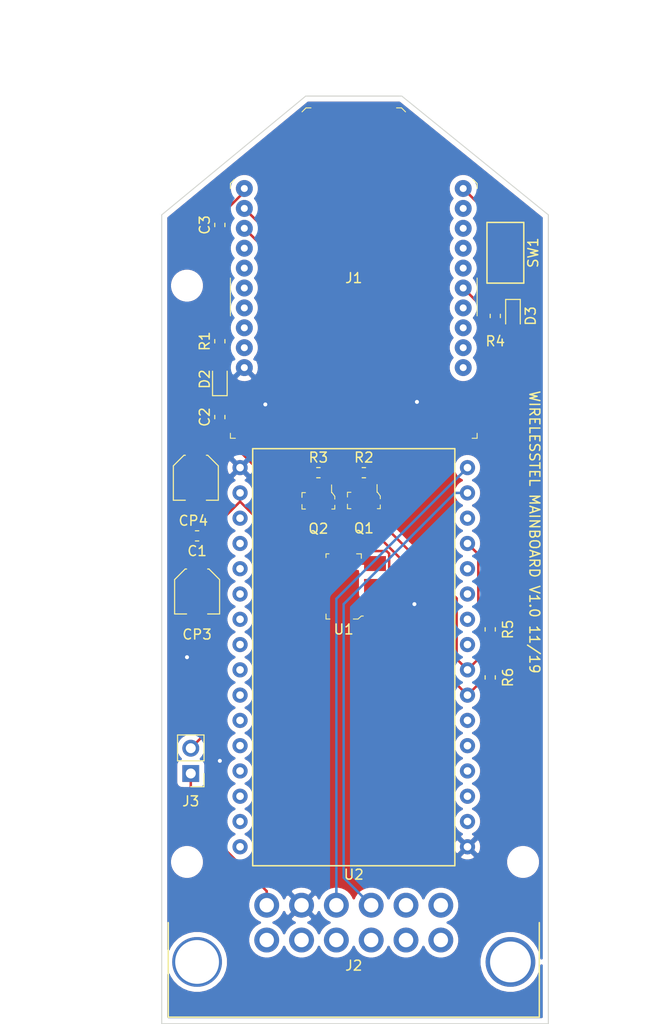
<source format=kicad_pcb>
(kicad_pcb (version 20171130) (host pcbnew "(5.1.4)-1")

  (general
    (thickness 1.6)
    (drawings 10)
    (tracks 103)
    (zones 0)
    (modules 24)
    (nets 62)
  )

  (page A4)
  (layers
    (0 F.Cu signal)
    (31 B.Cu signal)
    (32 B.Adhes user)
    (33 F.Adhes user)
    (34 B.Paste user)
    (35 F.Paste user)
    (36 B.SilkS user)
    (37 F.SilkS user)
    (38 B.Mask user)
    (39 F.Mask user)
    (40 Dwgs.User user)
    (41 Cmts.User user)
    (42 Eco1.User user)
    (43 Eco2.User user)
    (44 Edge.Cuts user)
    (45 Margin user)
    (46 B.CrtYd user)
    (47 F.CrtYd user)
    (48 B.Fab user)
    (49 F.Fab user hide)
  )

  (setup
    (last_trace_width 0.25)
    (trace_clearance 0.2)
    (zone_clearance 0.508)
    (zone_45_only no)
    (trace_min 0.2)
    (via_size 0.8)
    (via_drill 0.4)
    (via_min_size 0.4)
    (via_min_drill 0.3)
    (uvia_size 0.3)
    (uvia_drill 0.1)
    (uvias_allowed no)
    (uvia_min_size 0.2)
    (uvia_min_drill 0.1)
    (edge_width 0.05)
    (segment_width 0.2)
    (pcb_text_width 0.3)
    (pcb_text_size 1.5 1.5)
    (mod_edge_width 0.12)
    (mod_text_size 1 1)
    (mod_text_width 0.15)
    (pad_size 2.2 2.2)
    (pad_drill 2.2)
    (pad_to_mask_clearance 0.051)
    (solder_mask_min_width 0.25)
    (aux_axis_origin 0 0)
    (visible_elements 7FFFFFFF)
    (pcbplotparams
      (layerselection 0x010fc_ffffffff)
      (usegerberextensions false)
      (usegerberattributes false)
      (usegerberadvancedattributes false)
      (creategerberjobfile false)
      (excludeedgelayer true)
      (linewidth 0.100000)
      (plotframeref false)
      (viasonmask false)
      (mode 1)
      (useauxorigin false)
      (hpglpennumber 1)
      (hpglpenspeed 20)
      (hpglpendiameter 15.000000)
      (psnegative false)
      (psa4output false)
      (plotreference true)
      (plotvalue true)
      (plotinvisibletext false)
      (padsonsilk false)
      (subtractmaskfromsilk false)
      (outputformat 1)
      (mirror false)
      (drillshape 1)
      (scaleselection 1)
      (outputdirectory ""))
  )

  (net 0 "")
  (net 1 Vcc3.3V)
  (net 2 +12V)
  (net 3 "Net-(D2-Pad2)")
  (net 4 "Net-(D3-Pad2)")
  (net 5 DOUT)
  (net 6 OUT)
  (net 7 DIN)
  (net 8 IN)
  (net 9 Associate\DIO5\AD5)
  (net 10 AD0\DIO0\CommissioningPushbutton)
  (net 11 "Net-(U2-Pad3)")
  (net 12 "Net-(U2-Pad4)")
  (net 13 "Net-(U2-Pad5)")
  (net 14 "Net-(U2-Pad6)")
  (net 15 "Net-(U2-Pad7)")
  (net 16 "Net-(U2-Pad8)")
  (net 17 "Net-(U2-Pad9)")
  (net 18 "Net-(U2-Pad10)")
  (net 19 "Net-(U2-Pad11)")
  (net 20 "Net-(U2-Pad12)")
  (net 21 "Net-(U2-Pad13)")
  (net 22 "Net-(U2-Pad14)")
  (net 23 "Net-(U2-Pad15)")
  (net 24 "Net-(U2-Pad16)")
  (net 25 "Net-(J2-Pad3)")
  (net 26 "Net-(J2-Pad4)")
  (net 27 "Net-(U2-Pad19)")
  (net 28 "Net-(U2-Pad21)")
  (net 29 "Net-(U2-Pad22)")
  (net 30 "Net-(U2-Pad23)")
  (net 31 "Net-(U2-Pad24)")
  (net 32 "Net-(U2-Pad27)")
  (net 33 "Net-(U2-Pad28)")
  (net 34 "Net-(U2-Pad29)")
  (net 35 "Net-(U2-Pad30)")
  (net 36 "Net-(U2-Pad31)")
  (net 37 "Net-(J1-Pad19)")
  (net 38 "Net-(J1-Pad18)")
  (net 39 "Net-(J1-Pad17)")
  (net 40 "Net-(J1-Pad16)")
  (net 41 "Net-(J1-Pad14)")
  (net 42 "Net-(J1-Pad13)")
  (net 43 "Net-(J1-Pad12)")
  (net 44 "Net-(J1-Pad11)")
  (net 45 "Net-(J1-Pad9)")
  (net 46 "Net-(J1-Pad8)")
  (net 47 "Net-(J1-Pad7)")
  (net 48 "Net-(J1-Pad6)")
  (net 49 "Net-(J1-Pad5)")
  (net 50 "Net-(J1-Pad4)")
  (net 51 "Net-(J2-Pad9)")
  (net 52 "Net-(J2-Pad8)")
  (net 53 "Net-(J2-Pad7)")
  (net 54 "Net-(J2-Pad5)")
  (net 55 "Net-(J2-Pad6)")
  (net 56 "Net-(J2-Pad12)")
  (net 57 "Net-(J2-Pad11)")
  (net 58 "Net-(J2-Pad10)")
  (net 59 GND)
  (net 60 "Net-(J2-Pad1)")
  (net 61 Vcc5V)

  (net_class Default "This is the default net class."
    (clearance 0.2)
    (trace_width 0.25)
    (via_dia 0.8)
    (via_drill 0.4)
    (uvia_dia 0.3)
    (uvia_drill 0.1)
    (add_net +12V)
    (add_net AD0\DIO0\CommissioningPushbutton)
    (add_net Associate\DIO5\AD5)
    (add_net DIN)
    (add_net DOUT)
    (add_net GND)
    (add_net IN)
    (add_net "Net-(D2-Pad2)")
    (add_net "Net-(D3-Pad2)")
    (add_net "Net-(J1-Pad11)")
    (add_net "Net-(J1-Pad12)")
    (add_net "Net-(J1-Pad13)")
    (add_net "Net-(J1-Pad14)")
    (add_net "Net-(J1-Pad16)")
    (add_net "Net-(J1-Pad17)")
    (add_net "Net-(J1-Pad18)")
    (add_net "Net-(J1-Pad19)")
    (add_net "Net-(J1-Pad4)")
    (add_net "Net-(J1-Pad5)")
    (add_net "Net-(J1-Pad6)")
    (add_net "Net-(J1-Pad7)")
    (add_net "Net-(J1-Pad8)")
    (add_net "Net-(J1-Pad9)")
    (add_net "Net-(J2-Pad1)")
    (add_net "Net-(J2-Pad10)")
    (add_net "Net-(J2-Pad11)")
    (add_net "Net-(J2-Pad12)")
    (add_net "Net-(J2-Pad3)")
    (add_net "Net-(J2-Pad4)")
    (add_net "Net-(J2-Pad5)")
    (add_net "Net-(J2-Pad6)")
    (add_net "Net-(J2-Pad7)")
    (add_net "Net-(J2-Pad8)")
    (add_net "Net-(J2-Pad9)")
    (add_net "Net-(U2-Pad10)")
    (add_net "Net-(U2-Pad11)")
    (add_net "Net-(U2-Pad12)")
    (add_net "Net-(U2-Pad13)")
    (add_net "Net-(U2-Pad14)")
    (add_net "Net-(U2-Pad15)")
    (add_net "Net-(U2-Pad16)")
    (add_net "Net-(U2-Pad19)")
    (add_net "Net-(U2-Pad21)")
    (add_net "Net-(U2-Pad22)")
    (add_net "Net-(U2-Pad23)")
    (add_net "Net-(U2-Pad24)")
    (add_net "Net-(U2-Pad27)")
    (add_net "Net-(U2-Pad28)")
    (add_net "Net-(U2-Pad29)")
    (add_net "Net-(U2-Pad3)")
    (add_net "Net-(U2-Pad30)")
    (add_net "Net-(U2-Pad31)")
    (add_net "Net-(U2-Pad4)")
    (add_net "Net-(U2-Pad5)")
    (add_net "Net-(U2-Pad6)")
    (add_net "Net-(U2-Pad7)")
    (add_net "Net-(U2-Pad8)")
    (add_net "Net-(U2-Pad9)")
    (add_net OUT)
    (add_net Vcc3.3V)
    (add_net Vcc5V)
  )

  (module MountingHole:MountingHole_2.2mm_M2 (layer F.Cu) (tedit 5DD70987) (tstamp 5DD7666F)
    (at 103.886 41.402)
    (descr "Mounting Hole 2.2mm, no annular, M2")
    (tags "mounting hole 2.2mm no annular m2")
    (attr virtual)
    (fp_text reference REF** (at 0 -3.2) (layer F.SilkS) hide
      (effects (font (size 1 1) (thickness 0.15)))
    )
    (fp_text value MountingHole_2.2mm_M2 (at 0 3.2) (layer F.Fab)
      (effects (font (size 1 1) (thickness 0.15)))
    )
    (fp_circle (center 0 0) (end 2.45 0) (layer F.CrtYd) (width 0.05))
    (fp_circle (center 0 0) (end 2.2 0) (layer Cmts.User) (width 0.15))
    (fp_text user %R (at 0.3 0) (layer F.Fab)
      (effects (font (size 1 1) (thickness 0.15)))
    )
    (pad "" np_thru_hole circle (at 0 0) (size 2.2 2.2) (drill 2.2) (layers *.Cu *.Mask))
  )

  (module MountingHole:MountingHole_2.2mm_M2 (layer F.Cu) (tedit 5DD70987) (tstamp 5DD76553)
    (at 103.886 99.314)
    (descr "Mounting Hole 2.2mm, no annular, M2")
    (tags "mounting hole 2.2mm no annular m2")
    (attr virtual)
    (fp_text reference REF** (at 0 -3.2) (layer F.SilkS) hide
      (effects (font (size 1 1) (thickness 0.15)))
    )
    (fp_text value MountingHole_2.2mm_M2 (at 0 3.2) (layer F.Fab)
      (effects (font (size 1 1) (thickness 0.15)))
    )
    (fp_text user %R (at 0.3 0) (layer F.Fab)
      (effects (font (size 1 1) (thickness 0.15)))
    )
    (fp_circle (center 0 0) (end 2.2 0) (layer Cmts.User) (width 0.15))
    (fp_circle (center 0 0) (end 2.45 0) (layer F.CrtYd) (width 0.05))
    (pad "" np_thru_hole circle (at 0 0) (size 2.2 2.2) (drill 2.2) (layers *.Cu *.Mask))
  )

  (module MountingHole:MountingHole_2.2mm_M2 (layer F.Cu) (tedit 56D1B4CB) (tstamp 5DD7652E)
    (at 137.668 99.314)
    (descr "Mounting Hole 2.2mm, no annular, M2")
    (tags "mounting hole 2.2mm no annular m2")
    (attr virtual)
    (fp_text reference REF** (at 0 -3.2) (layer F.SilkS) hide
      (effects (font (size 1 1) (thickness 0.15)))
    )
    (fp_text value MountingHole_2.2mm_M2 (at 0 3.2) (layer F.Fab)
      (effects (font (size 1 1) (thickness 0.15)))
    )
    (fp_circle (center 0 0) (end 2.45 0) (layer F.CrtYd) (width 0.05))
    (fp_circle (center 0 0) (end 2.2 0) (layer Cmts.User) (width 0.15))
    (fp_text user %R (at 0.3 0) (layer F.Fab)
      (effects (font (size 1 1) (thickness 0.15)))
    )
    (pad 1 np_thru_hole circle (at 0 0) (size 2.2 2.2) (drill 2.2) (layers *.Cu *.Mask))
  )

  (module Lukas_Library:Breadboard_Center_32pin (layer F.Cu) (tedit 5DB35942) (tstamp 5DD51534)
    (at 109.22 59.69)
    (path /5DD490B1)
    (fp_text reference U2 (at 11.43 40.894 180) (layer F.SilkS)
      (effects (font (size 1 1) (thickness 0.15)))
    )
    (fp_text value ControllerBoardV1 (at 0 -0.5) (layer F.Fab)
      (effects (font (size 1 1) (thickness 0.15)))
    )
    (fp_line (start 1.27 -1.905) (end 1.27 40.005) (layer F.SilkS) (width 0.15))
    (fp_line (start 21.59 -1.905) (end 21.59 40.005) (layer F.SilkS) (width 0.15))
    (fp_line (start 1.27 0) (end 1.27 -0.635) (layer F.SilkS) (width 0.15))
    (fp_line (start 1.27 -1.905) (end 21.59 -1.905) (layer F.SilkS) (width 0.15))
    (fp_line (start 21.59 40.005) (end 1.27 40.005) (layer F.SilkS) (width 0.15))
    (pad 1 thru_hole circle (at 0 0) (size 1.524 1.524) (drill 0.762) (layers *.Cu *.Mask)
      (net 59 GND))
    (pad 2 thru_hole circle (at 0 2.54) (size 1.524 1.524) (drill 0.762) (layers *.Cu *.Mask)
      (net 2 +12V))
    (pad 3 thru_hole circle (at 0 5.08) (size 1.524 1.524) (drill 0.762) (layers *.Cu *.Mask)
      (net 11 "Net-(U2-Pad3)"))
    (pad 4 thru_hole circle (at 0 7.62) (size 1.524 1.524) (drill 0.762) (layers *.Cu *.Mask)
      (net 12 "Net-(U2-Pad4)"))
    (pad 5 thru_hole circle (at 0 10.16) (size 1.524 1.524) (drill 0.762) (layers *.Cu *.Mask)
      (net 13 "Net-(U2-Pad5)"))
    (pad 6 thru_hole circle (at 0 12.7) (size 1.524 1.524) (drill 0.762) (layers *.Cu *.Mask)
      (net 14 "Net-(U2-Pad6)"))
    (pad 7 thru_hole circle (at 0 15.24) (size 1.524 1.524) (drill 0.762) (layers *.Cu *.Mask)
      (net 15 "Net-(U2-Pad7)"))
    (pad 8 thru_hole circle (at 0 17.78) (size 1.524 1.524) (drill 0.762) (layers *.Cu *.Mask)
      (net 16 "Net-(U2-Pad8)"))
    (pad 9 thru_hole circle (at 0 20.32) (size 1.524 1.524) (drill 0.762) (layers *.Cu *.Mask)
      (net 17 "Net-(U2-Pad9)"))
    (pad 10 thru_hole circle (at 0 22.86) (size 1.524 1.524) (drill 0.762) (layers *.Cu *.Mask)
      (net 18 "Net-(U2-Pad10)"))
    (pad 11 thru_hole circle (at 0 25.4) (size 1.524 1.524) (drill 0.762) (layers *.Cu *.Mask)
      (net 19 "Net-(U2-Pad11)"))
    (pad 12 thru_hole circle (at 0 27.94) (size 1.524 1.524) (drill 0.762) (layers *.Cu *.Mask)
      (net 20 "Net-(U2-Pad12)"))
    (pad 13 thru_hole circle (at 0 30.48) (size 1.524 1.524) (drill 0.762) (layers *.Cu *.Mask)
      (net 21 "Net-(U2-Pad13)"))
    (pad 14 thru_hole circle (at 0 33.02) (size 1.524 1.524) (drill 0.762) (layers *.Cu *.Mask)
      (net 22 "Net-(U2-Pad14)"))
    (pad 15 thru_hole circle (at 0 35.56) (size 1.524 1.524) (drill 0.762) (layers *.Cu *.Mask)
      (net 23 "Net-(U2-Pad15)"))
    (pad 16 thru_hole circle (at 0 38.1) (size 1.524 1.524) (drill 0.762) (layers *.Cu *.Mask)
      (net 24 "Net-(U2-Pad16)"))
    (pad 17 thru_hole circle (at 22.86 0) (size 1.524 1.524) (drill 0.762) (layers *.Cu *.Mask)
      (net 25 "Net-(J2-Pad3)"))
    (pad 18 thru_hole circle (at 22.86 2.54) (size 1.524 1.524) (drill 0.762) (layers *.Cu *.Mask)
      (net 26 "Net-(J2-Pad4)"))
    (pad 19 thru_hole circle (at 22.86 5.08) (size 1.524 1.524) (drill 0.762) (layers *.Cu *.Mask)
      (net 27 "Net-(U2-Pad19)"))
    (pad 20 thru_hole circle (at 22.86 7.62) (size 1.524 1.524) (drill 0.762) (layers *.Cu *.Mask)
      (net 61 Vcc5V))
    (pad 21 thru_hole circle (at 22.86 10.16) (size 1.524 1.524) (drill 0.762) (layers *.Cu *.Mask)
      (net 28 "Net-(U2-Pad21)"))
    (pad 22 thru_hole circle (at 22.86 12.7) (size 1.524 1.524) (drill 0.762) (layers *.Cu *.Mask)
      (net 29 "Net-(U2-Pad22)"))
    (pad 23 thru_hole circle (at 22.86 15.24) (size 1.524 1.524) (drill 0.762) (layers *.Cu *.Mask)
      (net 30 "Net-(U2-Pad23)"))
    (pad 24 thru_hole circle (at 22.86 17.78) (size 1.524 1.524) (drill 0.762) (layers *.Cu *.Mask)
      (net 31 "Net-(U2-Pad24)"))
    (pad 25 thru_hole circle (at 22.86 20.32) (size 1.524 1.524) (drill 0.762) (layers *.Cu *.Mask)
      (net 6 OUT))
    (pad 26 thru_hole circle (at 22.86 22.86) (size 1.524 1.524) (drill 0.762) (layers *.Cu *.Mask)
      (net 8 IN))
    (pad 27 thru_hole circle (at 22.86 25.4) (size 1.524 1.524) (drill 0.762) (layers *.Cu *.Mask)
      (net 32 "Net-(U2-Pad27)"))
    (pad 28 thru_hole circle (at 22.86 27.94) (size 1.524 1.524) (drill 0.762) (layers *.Cu *.Mask)
      (net 33 "Net-(U2-Pad28)"))
    (pad 29 thru_hole circle (at 22.86 30.48) (size 1.524 1.524) (drill 0.762) (layers *.Cu *.Mask)
      (net 34 "Net-(U2-Pad29)"))
    (pad 30 thru_hole circle (at 22.86 33.02) (size 1.524 1.524) (drill 0.762) (layers *.Cu *.Mask)
      (net 35 "Net-(U2-Pad30)"))
    (pad 31 thru_hole circle (at 22.86 35.56) (size 1.524 1.524) (drill 0.762) (layers *.Cu *.Mask)
      (net 36 "Net-(U2-Pad31)"))
    (pad 32 thru_hole circle (at 22.86 38.1) (size 1.524 1.524) (drill 0.762) (layers *.Cu *.Mask)
      (net 59 GND))
  )

  (module Resistor_SMD:R_0603_1608Metric_Pad1.05x0.95mm_HandSolder (layer F.Cu) (tedit 5B301BBD) (tstamp 5DD600B1)
    (at 134.366 80.772 270)
    (descr "Resistor SMD 0603 (1608 Metric), square (rectangular) end terminal, IPC_7351 nominal with elongated pad for handsoldering. (Body size source: http://www.tortai-tech.com/upload/download/2011102023233369053.pdf), generated with kicad-footprint-generator")
    (tags "resistor handsolder")
    (path /5DD5B2F8)
    (attr smd)
    (fp_text reference R6 (at 0 -1.778 90) (layer F.SilkS)
      (effects (font (size 1 1) (thickness 0.15)))
    )
    (fp_text value 10k (at 0 1.43 90) (layer F.Fab)
      (effects (font (size 1 1) (thickness 0.15)))
    )
    (fp_text user %R (at 0 0 90) (layer F.Fab)
      (effects (font (size 0.4 0.4) (thickness 0.06)))
    )
    (fp_line (start 1.65 0.73) (end -1.65 0.73) (layer F.CrtYd) (width 0.05))
    (fp_line (start 1.65 -0.73) (end 1.65 0.73) (layer F.CrtYd) (width 0.05))
    (fp_line (start -1.65 -0.73) (end 1.65 -0.73) (layer F.CrtYd) (width 0.05))
    (fp_line (start -1.65 0.73) (end -1.65 -0.73) (layer F.CrtYd) (width 0.05))
    (fp_line (start -0.171267 0.51) (end 0.171267 0.51) (layer F.SilkS) (width 0.12))
    (fp_line (start -0.171267 -0.51) (end 0.171267 -0.51) (layer F.SilkS) (width 0.12))
    (fp_line (start 0.8 0.4) (end -0.8 0.4) (layer F.Fab) (width 0.1))
    (fp_line (start 0.8 -0.4) (end 0.8 0.4) (layer F.Fab) (width 0.1))
    (fp_line (start -0.8 -0.4) (end 0.8 -0.4) (layer F.Fab) (width 0.1))
    (fp_line (start -0.8 0.4) (end -0.8 -0.4) (layer F.Fab) (width 0.1))
    (pad 2 smd roundrect (at 0.875 0 270) (size 1.05 0.95) (layers F.Cu F.Paste F.Mask) (roundrect_rratio 0.25)
      (net 8 IN))
    (pad 1 smd roundrect (at -0.875 0 270) (size 1.05 0.95) (layers F.Cu F.Paste F.Mask) (roundrect_rratio 0.25)
      (net 61 Vcc5V))
    (model ${KISYS3DMOD}/Resistor_SMD.3dshapes/R_0603_1608Metric.wrl
      (at (xyz 0 0 0))
      (scale (xyz 1 1 1))
      (rotate (xyz 0 0 0))
    )
  )

  (module digikey-footprints:SOT-223 (layer F.Cu) (tedit 5DD5A7D3) (tstamp 5DD5150B)
    (at 119.634 71.628 90)
    (path /5DD4C875)
    (attr smd)
    (fp_text reference U1 (at -4.318 0 180) (layer F.SilkS)
      (effects (font (size 1 1) (thickness 0.15)))
    )
    (fp_text value LD1117V33 (at 0.15 5.65 90) (layer F.Fab)
      (effects (font (size 1 1) (thickness 0.15)))
    )
    (fp_line (start 3.15 -1.65) (end 3.15 1.65) (layer F.Fab) (width 0.1))
    (fp_line (start -3.15 -1.65) (end 3.15 -1.65) (layer F.Fab) (width 0.1))
    (fp_text user %R (at -0.05 0.025 90) (layer F.Fab)
      (effects (font (size 1 1) (thickness 0.15)))
    )
    (fp_line (start 3.275 -1.775) (end 3.275 -1.475) (layer F.SilkS) (width 0.1))
    (fp_line (start 2.9 -1.775) (end 3.275 -1.775) (layer F.SilkS) (width 0.1))
    (fp_line (start -3.275 -1.775) (end -3.275 -1.375) (layer F.SilkS) (width 0.1))
    (fp_line (start -2.775 -1.775) (end -3.275 -1.775) (layer F.SilkS) (width 0.1))
    (fp_line (start 3.275 1.775) (end 2.825 1.775) (layer F.SilkS) (width 0.1))
    (fp_line (start 3.275 1.3) (end 3.275 1.775) (layer F.SilkS) (width 0.1))
    (fp_line (start -3.15 1.35) (end -2.875 1.65) (layer F.Fab) (width 0.1))
    (fp_line (start 3.15 1.65) (end -2.875 1.65) (layer F.Fab) (width 0.1))
    (fp_line (start -3.15 1.35) (end -3.15 -1.65) (layer F.Fab) (width 0.1))
    (fp_line (start 3.45 -4.45) (end 3.45 4.45) (layer F.CrtYd) (width 0.05))
    (fp_line (start 3.45 -4.45) (end -3.45 -4.45) (layer F.CrtYd) (width 0.05))
    (fp_line (start -3.45 -4.45) (end -3.45 4.45) (layer F.CrtYd) (width 0.05))
    (fp_line (start -3.45 4.45) (end 3.45 4.45) (layer F.CrtYd) (width 0.05))
    (fp_line (start -2.975 1.775) (end -2.975 1.97) (layer F.SilkS) (width 0.1))
    (fp_line (start -3.275 1.45) (end -2.975 1.775) (layer F.SilkS) (width 0.1))
    (fp_line (start -3.275 0.975) (end -3.275 1.45) (layer F.SilkS) (width 0.1))
    (pad 4 smd rect (at 0 -3.15 90) (size 3.8 2.2) (layers F.Cu F.Paste F.Mask))
    (pad 1 smd rect (at -2.3 3.15 90) (size 1.5 2.2) (layers F.Cu F.Paste F.Mask)
      (net 59 GND))
    (pad 2 smd rect (at 0 3.15 90) (size 1.5 2.2) (layers F.Cu F.Paste F.Mask)
      (net 1 Vcc3.3V))
    (pad 3 smd rect (at 2.3 3.15 90) (size 1.5 2.2) (layers F.Cu F.Paste F.Mask)
      (net 2 +12V))
  )

  (module Resistor_SMD:R_0603_1608Metric_Pad1.05x0.95mm_HandSolder (layer F.Cu) (tedit 5B301BBD) (tstamp 5DD5B4D2)
    (at 134.366 75.946 270)
    (descr "Resistor SMD 0603 (1608 Metric), square (rectangular) end terminal, IPC_7351 nominal with elongated pad for handsoldering. (Body size source: http://www.tortai-tech.com/upload/download/2011102023233369053.pdf), generated with kicad-footprint-generator")
    (tags "resistor handsolder")
    (path /5DD5AC3A)
    (attr smd)
    (fp_text reference R5 (at 0 -1.778 90) (layer F.SilkS)
      (effects (font (size 1 1) (thickness 0.15)))
    )
    (fp_text value 10k (at 0 1.43 90) (layer F.Fab)
      (effects (font (size 1 1) (thickness 0.15)))
    )
    (fp_text user %R (at 0 0 90) (layer F.Fab)
      (effects (font (size 0.4 0.4) (thickness 0.06)))
    )
    (fp_line (start 1.65 0.73) (end -1.65 0.73) (layer F.CrtYd) (width 0.05))
    (fp_line (start 1.65 -0.73) (end 1.65 0.73) (layer F.CrtYd) (width 0.05))
    (fp_line (start -1.65 -0.73) (end 1.65 -0.73) (layer F.CrtYd) (width 0.05))
    (fp_line (start -1.65 0.73) (end -1.65 -0.73) (layer F.CrtYd) (width 0.05))
    (fp_line (start -0.171267 0.51) (end 0.171267 0.51) (layer F.SilkS) (width 0.12))
    (fp_line (start -0.171267 -0.51) (end 0.171267 -0.51) (layer F.SilkS) (width 0.12))
    (fp_line (start 0.8 0.4) (end -0.8 0.4) (layer F.Fab) (width 0.1))
    (fp_line (start 0.8 -0.4) (end 0.8 0.4) (layer F.Fab) (width 0.1))
    (fp_line (start -0.8 -0.4) (end 0.8 -0.4) (layer F.Fab) (width 0.1))
    (fp_line (start -0.8 0.4) (end -0.8 -0.4) (layer F.Fab) (width 0.1))
    (pad 2 smd roundrect (at 0.875 0 270) (size 1.05 0.95) (layers F.Cu F.Paste F.Mask) (roundrect_rratio 0.25)
      (net 6 OUT))
    (pad 1 smd roundrect (at -0.875 0 270) (size 1.05 0.95) (layers F.Cu F.Paste F.Mask) (roundrect_rratio 0.25)
      (net 61 Vcc5V))
    (model ${KISYS3DMOD}/Resistor_SMD.3dshapes/R_0603_1608Metric.wrl
      (at (xyz 0 0 0))
      (scale (xyz 1 1 1))
      (rotate (xyz 0 0 0))
    )
  )

  (module digikey-footprints:SOT-23-3 (layer F.Cu) (tedit 5D28A5E3) (tstamp 5DD514A3)
    (at 117.094 63.026 270)
    (path /5DD5EA57)
    (attr smd)
    (fp_text reference Q2 (at 2.794 0 180) (layer F.SilkS)
      (effects (font (size 1 1) (thickness 0.15)))
    )
    (fp_text value BSS138 (at 0.025 3.25 90) (layer F.Fab)
      (effects (font (size 1 1) (thickness 0.15)))
    )
    (fp_line (start 0.7 1.52) (end 0.7 -1.52) (layer F.Fab) (width 0.1))
    (fp_line (start -0.7 1.52) (end 0.7 1.52) (layer F.Fab) (width 0.1))
    (fp_text user %R (at -0.125 0.15 90) (layer F.Fab)
      (effects (font (size 0.25 0.25) (thickness 0.05)))
    )
    (fp_line (start 0.825 -1.65) (end 0.825 -1.35) (layer F.SilkS) (width 0.1))
    (fp_line (start 0.45 -1.65) (end 0.825 -1.65) (layer F.SilkS) (width 0.1))
    (fp_line (start 0.825 1.65) (end 0.375 1.65) (layer F.SilkS) (width 0.1))
    (fp_line (start 0.825 1.35) (end 0.825 1.65) (layer F.SilkS) (width 0.1))
    (fp_line (start 0.825 1.425) (end 0.825 1.3) (layer F.SilkS) (width 0.1))
    (fp_line (start -0.825 1.65) (end -0.825 1.3) (layer F.SilkS) (width 0.1))
    (fp_line (start -0.35 1.65) (end -0.825 1.65) (layer F.SilkS) (width 0.1))
    (fp_line (start -0.425 -1.525) (end -0.7 -1.325) (layer F.Fab) (width 0.1))
    (fp_line (start -0.425 -1.525) (end 0.7 -1.525) (layer F.Fab) (width 0.1))
    (fp_line (start -0.7 -1.325) (end -0.7 1.525) (layer F.Fab) (width 0.1))
    (fp_line (start -0.825 -1.325) (end -1.6 -1.325) (layer F.SilkS) (width 0.1))
    (fp_line (start -0.825 -1.375) (end -0.825 -1.325) (layer F.SilkS) (width 0.1))
    (fp_line (start -0.45 -1.65) (end -0.825 -1.375) (layer F.SilkS) (width 0.1))
    (fp_line (start -0.175 -1.65) (end -0.45 -1.65) (layer F.SilkS) (width 0.1))
    (fp_line (start 1.825 -1.95) (end 1.825 1.95) (layer F.CrtYd) (width 0.05))
    (fp_line (start 1.825 1.95) (end -1.825 1.95) (layer F.CrtYd) (width 0.05))
    (fp_line (start -1.825 -1.95) (end -1.825 1.95) (layer F.CrtYd) (width 0.05))
    (fp_line (start -1.825 -1.95) (end 1.825 -1.95) (layer F.CrtYd) (width 0.05))
    (pad 1 smd rect (at -1.05 -0.95 270) (size 1.3 0.6) (layers F.Cu F.Paste F.Mask)
      (net 1 Vcc3.3V) (solder_mask_margin 0.07))
    (pad 2 smd rect (at -1.05 0.95 270) (size 1.3 0.6) (layers F.Cu F.Paste F.Mask)
      (net 7 DIN) (solder_mask_margin 0.07))
    (pad 3 smd rect (at 1.05 0 270) (size 1.3 0.6) (layers F.Cu F.Paste F.Mask)
      (net 8 IN) (solder_mask_margin 0.07))
  )

  (module digikey-footprints:SOT-23-3 (layer F.Cu) (tedit 5D28A5E3) (tstamp 5DD5148F)
    (at 121.666 62.992 270)
    (path /5DD5C04F)
    (attr smd)
    (fp_text reference Q1 (at 2.794 0 180) (layer F.SilkS)
      (effects (font (size 1 1) (thickness 0.15)))
    )
    (fp_text value BSS138 (at 0.025 3.25 90) (layer F.Fab)
      (effects (font (size 1 1) (thickness 0.15)))
    )
    (fp_line (start 0.7 1.52) (end 0.7 -1.52) (layer F.Fab) (width 0.1))
    (fp_line (start -0.7 1.52) (end 0.7 1.52) (layer F.Fab) (width 0.1))
    (fp_text user %R (at -0.125 0.15 90) (layer F.Fab)
      (effects (font (size 0.25 0.25) (thickness 0.05)))
    )
    (fp_line (start 0.825 -1.65) (end 0.825 -1.35) (layer F.SilkS) (width 0.1))
    (fp_line (start 0.45 -1.65) (end 0.825 -1.65) (layer F.SilkS) (width 0.1))
    (fp_line (start 0.825 1.65) (end 0.375 1.65) (layer F.SilkS) (width 0.1))
    (fp_line (start 0.825 1.35) (end 0.825 1.65) (layer F.SilkS) (width 0.1))
    (fp_line (start 0.825 1.425) (end 0.825 1.3) (layer F.SilkS) (width 0.1))
    (fp_line (start -0.825 1.65) (end -0.825 1.3) (layer F.SilkS) (width 0.1))
    (fp_line (start -0.35 1.65) (end -0.825 1.65) (layer F.SilkS) (width 0.1))
    (fp_line (start -0.425 -1.525) (end -0.7 -1.325) (layer F.Fab) (width 0.1))
    (fp_line (start -0.425 -1.525) (end 0.7 -1.525) (layer F.Fab) (width 0.1))
    (fp_line (start -0.7 -1.325) (end -0.7 1.525) (layer F.Fab) (width 0.1))
    (fp_line (start -0.825 -1.325) (end -1.6 -1.325) (layer F.SilkS) (width 0.1))
    (fp_line (start -0.825 -1.375) (end -0.825 -1.325) (layer F.SilkS) (width 0.1))
    (fp_line (start -0.45 -1.65) (end -0.825 -1.375) (layer F.SilkS) (width 0.1))
    (fp_line (start -0.175 -1.65) (end -0.45 -1.65) (layer F.SilkS) (width 0.1))
    (fp_line (start 1.825 -1.95) (end 1.825 1.95) (layer F.CrtYd) (width 0.05))
    (fp_line (start 1.825 1.95) (end -1.825 1.95) (layer F.CrtYd) (width 0.05))
    (fp_line (start -1.825 -1.95) (end -1.825 1.95) (layer F.CrtYd) (width 0.05))
    (fp_line (start -1.825 -1.95) (end 1.825 -1.95) (layer F.CrtYd) (width 0.05))
    (pad 1 smd rect (at -1.05 -0.95 270) (size 1.3 0.6) (layers F.Cu F.Paste F.Mask)
      (net 1 Vcc3.3V) (solder_mask_margin 0.07))
    (pad 2 smd rect (at -1.05 0.95 270) (size 1.3 0.6) (layers F.Cu F.Paste F.Mask)
      (net 5 DOUT) (solder_mask_margin 0.07))
    (pad 3 smd rect (at 1.05 0 270) (size 1.3 0.6) (layers F.Cu F.Paste F.Mask)
      (net 6 OUT) (solder_mask_margin 0.07))
  )

  (module Connector_PinHeader_2.54mm:PinHeader_1x02_P2.54mm_Vertical (layer F.Cu) (tedit 59FED5CC) (tstamp 5DD5B42B)
    (at 104.267 90.424 180)
    (descr "Through hole straight pin header, 1x02, 2.54mm pitch, single row")
    (tags "Through hole pin header THT 1x02 2.54mm single row")
    (path /5DD63DBB)
    (fp_text reference J3 (at 0 -2.794) (layer F.SilkS)
      (effects (font (size 1 1) (thickness 0.15)))
    )
    (fp_text value Conn_01x02_Male (at 0 4.87) (layer F.Fab)
      (effects (font (size 1 1) (thickness 0.15)))
    )
    (fp_text user %R (at 0 1.27 90) (layer F.Fab)
      (effects (font (size 1 1) (thickness 0.15)))
    )
    (fp_line (start 1.8 -1.8) (end -1.8 -1.8) (layer F.CrtYd) (width 0.05))
    (fp_line (start 1.8 4.35) (end 1.8 -1.8) (layer F.CrtYd) (width 0.05))
    (fp_line (start -1.8 4.35) (end 1.8 4.35) (layer F.CrtYd) (width 0.05))
    (fp_line (start -1.8 -1.8) (end -1.8 4.35) (layer F.CrtYd) (width 0.05))
    (fp_line (start -1.33 -1.33) (end 0 -1.33) (layer F.SilkS) (width 0.12))
    (fp_line (start -1.33 0) (end -1.33 -1.33) (layer F.SilkS) (width 0.12))
    (fp_line (start -1.33 1.27) (end 1.33 1.27) (layer F.SilkS) (width 0.12))
    (fp_line (start 1.33 1.27) (end 1.33 3.87) (layer F.SilkS) (width 0.12))
    (fp_line (start -1.33 1.27) (end -1.33 3.87) (layer F.SilkS) (width 0.12))
    (fp_line (start -1.33 3.87) (end 1.33 3.87) (layer F.SilkS) (width 0.12))
    (fp_line (start -1.27 -0.635) (end -0.635 -1.27) (layer F.Fab) (width 0.1))
    (fp_line (start -1.27 3.81) (end -1.27 -0.635) (layer F.Fab) (width 0.1))
    (fp_line (start 1.27 3.81) (end -1.27 3.81) (layer F.Fab) (width 0.1))
    (fp_line (start 1.27 -1.27) (end 1.27 3.81) (layer F.Fab) (width 0.1))
    (fp_line (start -0.635 -1.27) (end 1.27 -1.27) (layer F.Fab) (width 0.1))
    (pad 2 thru_hole oval (at 0 2.54 180) (size 1.7 1.7) (drill 1) (layers *.Cu *.Mask)
      (net 2 +12V))
    (pad 1 thru_hole rect (at 0 0 180) (size 1.7 1.7) (drill 1) (layers *.Cu *.Mask)
      (net 60 "Net-(J2-Pad1)"))
    (model ${KISYS3DMOD}/Connector_PinHeader_2.54mm.3dshapes/PinHeader_1x02_P2.54mm_Vertical.wrl
      (at (xyz 0 0 0))
      (scale (xyz 1 1 1))
      (rotate (xyz 0 0 0))
    )
  )

  (module Lukas_Library:MX120G (layer F.Cu) (tedit 5D8EF933) (tstamp 5DD5147B)
    (at 120.65 105.41 180)
    (path /5DD554F8)
    (fp_text reference J2 (at 0 -4.318) (layer F.SilkS)
      (effects (font (size 1 1) (thickness 0.15)))
    )
    (fp_text value Conn_02x06_Counter_Clockwise (at 0 -0.5) (layer F.Fab)
      (effects (font (size 1 1) (thickness 0.15)))
    )
    (fp_line (start -18.65 -9.5) (end 18.65 -9.5) (layer F.SilkS) (width 0.15))
    (fp_line (start 18.65 0) (end 18.65 -9.5) (layer F.SilkS) (width 0.15))
    (fp_line (start -18.65 0) (end -18.65 -9.5) (layer F.SilkS) (width 0.15))
    (pad 13 thru_hole circle (at 15.75 -3.95 180) (size 5 5) (drill 4.4) (layers *.Cu *.Mask))
    (pad 13 thru_hole circle (at -15.75 -3.95 180) (size 5 5) (drill 4.1) (layers *.Cu *.Mask))
    (pad 1 thru_hole circle (at 8.75 1.75 180) (size 2.5 2.5) (drill 1.45) (layers *.Cu *.Mask)
      (net 60 "Net-(J2-Pad1)"))
    (pad 2 thru_hole circle (at 5.25 1.75 180) (size 2.5 2.5) (drill 1.45) (layers *.Cu *.Mask)
      (net 59 GND))
    (pad 3 thru_hole circle (at 1.75 1.75 180) (size 2.5 2.5) (drill 1.45) (layers *.Cu *.Mask)
      (net 25 "Net-(J2-Pad3)"))
    (pad 9 thru_hole circle (at 1.75 -1.75 180) (size 2.5 2.5) (drill 1.45) (layers *.Cu *.Mask)
      (net 51 "Net-(J2-Pad9)"))
    (pad 8 thru_hole circle (at 5.25 -1.75 180) (size 2.5 2.5) (drill 1.45) (layers *.Cu *.Mask)
      (net 52 "Net-(J2-Pad8)"))
    (pad 7 thru_hole circle (at 8.75 -1.75 180) (size 2.5 2.5) (drill 1.45) (layers *.Cu *.Mask)
      (net 53 "Net-(J2-Pad7)"))
    (pad 4 thru_hole circle (at -1.75 1.75 180) (size 2.5 2.5) (drill 1.45) (layers *.Cu *.Mask)
      (net 26 "Net-(J2-Pad4)"))
    (pad 5 thru_hole circle (at -5.25 1.75 180) (size 2.5 2.5) (drill 1.45) (layers *.Cu *.Mask)
      (net 54 "Net-(J2-Pad5)"))
    (pad 6 thru_hole circle (at -8.75 1.75 180) (size 2.5 2.5) (drill 1.45) (layers *.Cu *.Mask)
      (net 55 "Net-(J2-Pad6)"))
    (pad 12 thru_hole circle (at -8.75 -1.75 180) (size 2.5 2.5) (drill 1.45) (layers *.Cu *.Mask)
      (net 56 "Net-(J2-Pad12)"))
    (pad 11 thru_hole circle (at -5.25 -1.75 180) (size 2.5 2.5) (drill 1.45) (layers *.Cu *.Mask)
      (net 57 "Net-(J2-Pad11)"))
    (pad 10 thru_hole circle (at -1.75 -1.75 180) (size 2.5 2.5) (drill 1.45) (layers *.Cu *.Mask)
      (net 58 "Net-(J2-Pad10)"))
    (model /Users/lukasvozenilek/Downloads/367831201.stp
      (offset (xyz 1.5 60 14.9))
      (scale (xyz 1 1 1))
      (rotate (xyz 0 180 0))
    )
  )

  (module digikey-footprints:XBEE_PRO-20_THT (layer F.Cu) (tedit 59947AD9) (tstamp 5DD51468)
    (at 120.65 40.64)
    (path /5DD4D084)
    (fp_text reference J1 (at 0 0) (layer F.SilkS)
      (effects (font (size 1 1) (thickness 0.15)))
    )
    (fp_text value Conn_02x10_Counter_Clockwise (at 0 17.56) (layer F.Fab)
      (effects (font (size 1 1) (thickness 0.15)))
    )
    (fp_line (start -12.25 -9.5) (end -12.25 16) (layer F.Fab) (width 0.1))
    (fp_line (start 12.25 -9.5) (end 12.25 16) (layer F.Fab) (width 0.1))
    (fp_line (start -12.25 16) (end 12.25 16) (layer F.Fab) (width 0.1))
    (fp_line (start -4.75 -17) (end 4.75 -17) (layer F.Fab) (width 0.1))
    (fp_line (start 4.75 -17) (end 12.25 -9.5) (layer F.Fab) (width 0.1))
    (fp_line (start -12.25 -9.5) (end -4.75 -17) (layer F.Fab) (width 0.1))
    (fp_line (start 12.4 16.1) (end 11.9 16.1) (layer F.SilkS) (width 0.1))
    (fp_line (start 12.4 16.1) (end 12.4 15.6) (layer F.SilkS) (width 0.1))
    (fp_line (start -12.4 16.1) (end -11.9 16.1) (layer F.SilkS) (width 0.1))
    (fp_line (start -12.4 16.1) (end -12.4 15.6) (layer F.SilkS) (width 0.1))
    (fp_line (start -12.4 -9.5) (end -12.4 -9) (layer F.SilkS) (width 0.1))
    (fp_line (start -12.4 -9.5) (end -12 -9.9) (layer F.SilkS) (width 0.1))
    (fp_line (start 12.4 -9.5) (end 12 -9.9) (layer F.SilkS) (width 0.1))
    (fp_line (start 12.4 -9.5) (end 12.4 -9) (layer F.SilkS) (width 0.1))
    (fp_line (start -4.8 -17.1) (end -5.2 -16.7) (layer F.SilkS) (width 0.1))
    (fp_line (start -4.8 -17.1) (end -4.3 -17.1) (layer F.SilkS) (width 0.1))
    (fp_line (start 4.8 -17.1) (end 4.3 -17.1) (layer F.SilkS) (width 0.1))
    (fp_line (start 4.8 -17.1) (end 5.2 -16.7) (layer F.SilkS) (width 0.1))
    (fp_line (start -12.4 0) (end -12.4 3.8) (layer F.SilkS) (width 0.1))
    (fp_line (start 12.4 0) (end 12.4 3.8) (layer F.SilkS) (width 0.1))
    (fp_line (start -12.5 -17.25) (end -12.5 16.25) (layer F.CrtYd) (width 0.05))
    (fp_line (start 12.5 -17.25) (end 12.5 16.25) (layer F.CrtYd) (width 0.05))
    (fp_line (start -12.5 16.25) (end 12.5 16.25) (layer F.CrtYd) (width 0.05))
    (fp_line (start -12.5 -17.25) (end 12.5 -17.25) (layer F.CrtYd) (width 0.05))
    (fp_text user %R (at 0 0) (layer F.Fab)
      (effects (font (size 1 1) (thickness 0.15)))
    )
    (pad 20 thru_hole circle (at 11 -9) (size 1.7 1.7) (drill 0.7) (layers *.Cu *.Mask)
      (net 10 AD0\DIO0\CommissioningPushbutton))
    (pad 19 thru_hole circle (at 11 -7) (size 1.7 1.7) (drill 0.7) (layers *.Cu *.Mask)
      (net 37 "Net-(J1-Pad19)"))
    (pad 18 thru_hole circle (at 11 -5) (size 1.7 1.7) (drill 0.7) (layers *.Cu *.Mask)
      (net 38 "Net-(J1-Pad18)"))
    (pad 17 thru_hole circle (at 11 -3) (size 1.7 1.7) (drill 0.7) (layers *.Cu *.Mask)
      (net 39 "Net-(J1-Pad17)"))
    (pad 16 thru_hole circle (at 11 -1) (size 1.7 1.7) (drill 0.7) (layers *.Cu *.Mask)
      (net 40 "Net-(J1-Pad16)"))
    (pad 15 thru_hole circle (at 11 1) (size 1.7 1.7) (drill 0.7) (layers *.Cu *.Mask)
      (net 9 Associate\DIO5\AD5))
    (pad 14 thru_hole circle (at 11 3) (size 1.7 1.7) (drill 0.7) (layers *.Cu *.Mask)
      (net 41 "Net-(J1-Pad14)"))
    (pad 13 thru_hole circle (at 11 5) (size 1.7 1.7) (drill 0.7) (layers *.Cu *.Mask)
      (net 42 "Net-(J1-Pad13)"))
    (pad 12 thru_hole circle (at 11 7) (size 1.7 1.7) (drill 0.7) (layers *.Cu *.Mask)
      (net 43 "Net-(J1-Pad12)"))
    (pad 11 thru_hole circle (at 11 9) (size 1.7 1.7) (drill 0.7) (layers *.Cu *.Mask)
      (net 44 "Net-(J1-Pad11)"))
    (pad 10 thru_hole circle (at -11 9) (size 1.7 1.7) (drill 0.7) (layers *.Cu *.Mask)
      (net 59 GND))
    (pad 9 thru_hole circle (at -11 7) (size 1.7 1.7) (drill 0.7) (layers *.Cu *.Mask)
      (net 45 "Net-(J1-Pad9)"))
    (pad 8 thru_hole circle (at -11 5) (size 1.7 1.7) (drill 0.7) (layers *.Cu *.Mask)
      (net 46 "Net-(J1-Pad8)"))
    (pad 7 thru_hole circle (at -11 3) (size 1.7 1.7) (drill 0.7) (layers *.Cu *.Mask)
      (net 47 "Net-(J1-Pad7)"))
    (pad 6 thru_hole circle (at -11 1) (size 1.7 1.7) (drill 0.7) (layers *.Cu *.Mask)
      (net 48 "Net-(J1-Pad6)"))
    (pad 5 thru_hole circle (at -11 -1) (size 1.7 1.7) (drill 0.7) (layers *.Cu *.Mask)
      (net 49 "Net-(J1-Pad5)"))
    (pad 4 thru_hole circle (at -11 -3) (size 1.7 1.7) (drill 0.7) (layers *.Cu *.Mask)
      (net 50 "Net-(J1-Pad4)"))
    (pad 3 thru_hole circle (at -11 -5) (size 1.7 1.7) (drill 0.7) (layers *.Cu *.Mask)
      (net 7 DIN))
    (pad 2 thru_hole circle (at -11 -7) (size 1.7 1.7) (drill 0.7) (layers *.Cu *.Mask)
      (net 5 DOUT))
    (pad 1 thru_hole circle (at -11 -9) (size 1.7 1.7) (drill 0.7) (layers *.Cu *.Mask)
      (net 1 Vcc3.3V))
  )

  (module Capacitor_SMD:C_0603_1608Metric_Pad1.05x0.95mm_HandSolder (layer F.Cu) (tedit 5B301BBE) (tstamp 5DD513A6)
    (at 104.902 66.548 180)
    (descr "Capacitor SMD 0603 (1608 Metric), square (rectangular) end terminal, IPC_7351 nominal with elongated pad for handsoldering. (Body size source: http://www.tortai-tech.com/upload/download/2011102023233369053.pdf), generated with kicad-footprint-generator")
    (tags "capacitor handsolder")
    (path /5DD5EC26)
    (attr smd)
    (fp_text reference C1 (at 0 -1.524) (layer F.SilkS)
      (effects (font (size 1 1) (thickness 0.15)))
    )
    (fp_text value 10nF (at 0 1.43) (layer F.Fab)
      (effects (font (size 1 1) (thickness 0.15)))
    )
    (fp_line (start -0.8 0.4) (end -0.8 -0.4) (layer F.Fab) (width 0.1))
    (fp_line (start -0.8 -0.4) (end 0.8 -0.4) (layer F.Fab) (width 0.1))
    (fp_line (start 0.8 -0.4) (end 0.8 0.4) (layer F.Fab) (width 0.1))
    (fp_line (start 0.8 0.4) (end -0.8 0.4) (layer F.Fab) (width 0.1))
    (fp_line (start -0.171267 -0.51) (end 0.171267 -0.51) (layer F.SilkS) (width 0.12))
    (fp_line (start -0.171267 0.51) (end 0.171267 0.51) (layer F.SilkS) (width 0.12))
    (fp_line (start -1.65 0.73) (end -1.65 -0.73) (layer F.CrtYd) (width 0.05))
    (fp_line (start -1.65 -0.73) (end 1.65 -0.73) (layer F.CrtYd) (width 0.05))
    (fp_line (start 1.65 -0.73) (end 1.65 0.73) (layer F.CrtYd) (width 0.05))
    (fp_line (start 1.65 0.73) (end -1.65 0.73) (layer F.CrtYd) (width 0.05))
    (fp_text user %R (at 0 0) (layer F.Fab)
      (effects (font (size 0.4 0.4) (thickness 0.06)))
    )
    (pad 1 smd roundrect (at -0.875 0 180) (size 1.05 0.95) (layers F.Cu F.Paste F.Mask) (roundrect_rratio 0.25)
      (net 2 +12V))
    (pad 2 smd roundrect (at 0.875 0 180) (size 1.05 0.95) (layers F.Cu F.Paste F.Mask) (roundrect_rratio 0.25)
      (net 59 GND))
    (model ${KISYS3DMOD}/Capacitor_SMD.3dshapes/C_0603_1608Metric.wrl
      (at (xyz 0 0 0))
      (scale (xyz 1 1 1))
      (rotate (xyz 0 0 0))
    )
  )

  (module Capacitor_SMD:C_0603_1608Metric_Pad1.05x0.95mm_HandSolder (layer F.Cu) (tedit 5B301BBE) (tstamp 5DD513B7)
    (at 107.188 54.61 270)
    (descr "Capacitor SMD 0603 (1608 Metric), square (rectangular) end terminal, IPC_7351 nominal with elongated pad for handsoldering. (Body size source: http://www.tortai-tech.com/upload/download/2011102023233369053.pdf), generated with kicad-footprint-generator")
    (tags "capacitor handsolder")
    (path /5DD6040D)
    (attr smd)
    (fp_text reference C2 (at 0 1.524 90) (layer F.SilkS)
      (effects (font (size 1 1) (thickness 0.15)))
    )
    (fp_text value 10nF (at 0 1.43 90) (layer F.Fab)
      (effects (font (size 1 1) (thickness 0.15)))
    )
    (fp_text user %R (at 0 0 90) (layer F.Fab)
      (effects (font (size 0.4 0.4) (thickness 0.06)))
    )
    (fp_line (start 1.65 0.73) (end -1.65 0.73) (layer F.CrtYd) (width 0.05))
    (fp_line (start 1.65 -0.73) (end 1.65 0.73) (layer F.CrtYd) (width 0.05))
    (fp_line (start -1.65 -0.73) (end 1.65 -0.73) (layer F.CrtYd) (width 0.05))
    (fp_line (start -1.65 0.73) (end -1.65 -0.73) (layer F.CrtYd) (width 0.05))
    (fp_line (start -0.171267 0.51) (end 0.171267 0.51) (layer F.SilkS) (width 0.12))
    (fp_line (start -0.171267 -0.51) (end 0.171267 -0.51) (layer F.SilkS) (width 0.12))
    (fp_line (start 0.8 0.4) (end -0.8 0.4) (layer F.Fab) (width 0.1))
    (fp_line (start 0.8 -0.4) (end 0.8 0.4) (layer F.Fab) (width 0.1))
    (fp_line (start -0.8 -0.4) (end 0.8 -0.4) (layer F.Fab) (width 0.1))
    (fp_line (start -0.8 0.4) (end -0.8 -0.4) (layer F.Fab) (width 0.1))
    (pad 2 smd roundrect (at 0.875 0 270) (size 1.05 0.95) (layers F.Cu F.Paste F.Mask) (roundrect_rratio 0.25)
      (net 59 GND))
    (pad 1 smd roundrect (at -0.875 0 270) (size 1.05 0.95) (layers F.Cu F.Paste F.Mask) (roundrect_rratio 0.25)
      (net 1 Vcc3.3V))
    (model ${KISYS3DMOD}/Capacitor_SMD.3dshapes/C_0603_1608Metric.wrl
      (at (xyz 0 0 0))
      (scale (xyz 1 1 1))
      (rotate (xyz 0 0 0))
    )
  )

  (module Capacitor_SMD:C_0603_1608Metric_Pad1.05x0.95mm_HandSolder (layer F.Cu) (tedit 5B301BBE) (tstamp 5DD513C8)
    (at 107.188 35.306 90)
    (descr "Capacitor SMD 0603 (1608 Metric), square (rectangular) end terminal, IPC_7351 nominal with elongated pad for handsoldering. (Body size source: http://www.tortai-tech.com/upload/download/2011102023233369053.pdf), generated with kicad-footprint-generator")
    (tags "capacitor handsolder")
    (path /5DD6FFB2)
    (attr smd)
    (fp_text reference C3 (at 0 -1.524 90) (layer F.SilkS)
      (effects (font (size 1 1) (thickness 0.15)))
    )
    (fp_text value 8.2pF (at 0 1.43 90) (layer F.Fab)
      (effects (font (size 1 1) (thickness 0.15)))
    )
    (fp_line (start -0.8 0.4) (end -0.8 -0.4) (layer F.Fab) (width 0.1))
    (fp_line (start -0.8 -0.4) (end 0.8 -0.4) (layer F.Fab) (width 0.1))
    (fp_line (start 0.8 -0.4) (end 0.8 0.4) (layer F.Fab) (width 0.1))
    (fp_line (start 0.8 0.4) (end -0.8 0.4) (layer F.Fab) (width 0.1))
    (fp_line (start -0.171267 -0.51) (end 0.171267 -0.51) (layer F.SilkS) (width 0.12))
    (fp_line (start -0.171267 0.51) (end 0.171267 0.51) (layer F.SilkS) (width 0.12))
    (fp_line (start -1.65 0.73) (end -1.65 -0.73) (layer F.CrtYd) (width 0.05))
    (fp_line (start -1.65 -0.73) (end 1.65 -0.73) (layer F.CrtYd) (width 0.05))
    (fp_line (start 1.65 -0.73) (end 1.65 0.73) (layer F.CrtYd) (width 0.05))
    (fp_line (start 1.65 0.73) (end -1.65 0.73) (layer F.CrtYd) (width 0.05))
    (fp_text user %R (at 0 0 90) (layer F.Fab)
      (effects (font (size 0.4 0.4) (thickness 0.06)))
    )
    (pad 1 smd roundrect (at -0.875 0 90) (size 1.05 0.95) (layers F.Cu F.Paste F.Mask) (roundrect_rratio 0.25)
      (net 59 GND))
    (pad 2 smd roundrect (at 0.875 0 90) (size 1.05 0.95) (layers F.Cu F.Paste F.Mask) (roundrect_rratio 0.25)
      (net 1 Vcc3.3V))
    (model ${KISYS3DMOD}/Capacitor_SMD.3dshapes/C_0603_1608Metric.wrl
      (at (xyz 0 0 0))
      (scale (xyz 1 1 1))
      (rotate (xyz 0 0 0))
    )
  )

  (module Capacitor_SMD:C_Elec_4x5.4 (layer F.Cu) (tedit 5BC8D926) (tstamp 5DD513EC)
    (at 104.902 72.136 270)
    (descr "SMD capacitor, aluminum electrolytic nonpolar, 4.0x5.4mm")
    (tags "capacitor electrolyic nonpolar")
    (path /5DD4FCA2)
    (attr smd)
    (fp_text reference CP3 (at 4.318 0 180) (layer F.SilkS)
      (effects (font (size 1 1) (thickness 0.15)))
    )
    (fp_text value 10uF (at 0 3.2 90) (layer F.Fab)
      (effects (font (size 1 1) (thickness 0.15)))
    )
    (fp_text user %R (at 0 0 90) (layer F.Fab)
      (effects (font (size 0.8 0.8) (thickness 0.12)))
    )
    (fp_line (start -3.25 1.05) (end -2.4 1.05) (layer F.CrtYd) (width 0.05))
    (fp_line (start -3.25 -1.05) (end -3.25 1.05) (layer F.CrtYd) (width 0.05))
    (fp_line (start -2.4 -1.05) (end -3.25 -1.05) (layer F.CrtYd) (width 0.05))
    (fp_line (start -2.4 1.05) (end -2.4 1.25) (layer F.CrtYd) (width 0.05))
    (fp_line (start -2.4 -1.25) (end -2.4 -1.05) (layer F.CrtYd) (width 0.05))
    (fp_line (start -2.4 -1.25) (end -1.25 -2.4) (layer F.CrtYd) (width 0.05))
    (fp_line (start -2.4 1.25) (end -1.25 2.4) (layer F.CrtYd) (width 0.05))
    (fp_line (start -1.25 -2.4) (end 2.4 -2.4) (layer F.CrtYd) (width 0.05))
    (fp_line (start -1.25 2.4) (end 2.4 2.4) (layer F.CrtYd) (width 0.05))
    (fp_line (start 2.4 1.05) (end 2.4 2.4) (layer F.CrtYd) (width 0.05))
    (fp_line (start 3.25 1.05) (end 2.4 1.05) (layer F.CrtYd) (width 0.05))
    (fp_line (start 3.25 -1.05) (end 3.25 1.05) (layer F.CrtYd) (width 0.05))
    (fp_line (start 2.4 -1.05) (end 3.25 -1.05) (layer F.CrtYd) (width 0.05))
    (fp_line (start 2.4 -2.4) (end 2.4 -1.05) (layer F.CrtYd) (width 0.05))
    (fp_line (start -2.26 1.195563) (end -1.195563 2.26) (layer F.SilkS) (width 0.12))
    (fp_line (start -2.26 -1.195563) (end -1.195563 -2.26) (layer F.SilkS) (width 0.12))
    (fp_line (start -2.26 -1.195563) (end -2.26 -1.06) (layer F.SilkS) (width 0.12))
    (fp_line (start -2.26 1.195563) (end -2.26 1.06) (layer F.SilkS) (width 0.12))
    (fp_line (start -1.195563 2.26) (end 2.26 2.26) (layer F.SilkS) (width 0.12))
    (fp_line (start -1.195563 -2.26) (end 2.26 -2.26) (layer F.SilkS) (width 0.12))
    (fp_line (start 2.26 -2.26) (end 2.26 -1.06) (layer F.SilkS) (width 0.12))
    (fp_line (start 2.26 2.26) (end 2.26 1.06) (layer F.SilkS) (width 0.12))
    (fp_line (start -2.15 1.15) (end -1.15 2.15) (layer F.Fab) (width 0.1))
    (fp_line (start -2.15 -1.15) (end -1.15 -2.15) (layer F.Fab) (width 0.1))
    (fp_line (start -2.15 -1.15) (end -2.15 1.15) (layer F.Fab) (width 0.1))
    (fp_line (start -1.15 2.15) (end 2.15 2.15) (layer F.Fab) (width 0.1))
    (fp_line (start -1.15 -2.15) (end 2.15 -2.15) (layer F.Fab) (width 0.1))
    (fp_line (start 2.15 -2.15) (end 2.15 2.15) (layer F.Fab) (width 0.1))
    (fp_circle (center 0 0) (end 2 0) (layer F.Fab) (width 0.1))
    (pad 2 smd roundrect (at 1.675 0 270) (size 2.65 1.6) (layers F.Cu F.Paste F.Mask) (roundrect_rratio 0.15625)
      (net 59 GND))
    (pad 1 smd roundrect (at -1.675 0 270) (size 2.65 1.6) (layers F.Cu F.Paste F.Mask) (roundrect_rratio 0.15625)
      (net 2 +12V))
    (model ${KISYS3DMOD}/Capacitor_SMD.3dshapes/C_Elec_4x5.4.wrl
      (at (xyz 0 0 0))
      (scale (xyz 1 1 1))
      (rotate (xyz 0 0 0))
    )
  )

  (module Capacitor_SMD:C_Elec_4x5.4 (layer F.Cu) (tedit 5BC8D926) (tstamp 5DD51410)
    (at 104.775 60.706 270)
    (descr "SMD capacitor, aluminum electrolytic nonpolar, 4.0x5.4mm")
    (tags "capacitor electrolyic nonpolar")
    (path /5DD50547)
    (attr smd)
    (fp_text reference CP4 (at 4.318 0.254 180) (layer F.SilkS)
      (effects (font (size 1 1) (thickness 0.15)))
    )
    (fp_text value 10uF (at 0 3.2 90) (layer F.Fab)
      (effects (font (size 1 1) (thickness 0.15)))
    )
    (fp_circle (center 0 0) (end 2 0) (layer F.Fab) (width 0.1))
    (fp_line (start 2.15 -2.15) (end 2.15 2.15) (layer F.Fab) (width 0.1))
    (fp_line (start -1.15 -2.15) (end 2.15 -2.15) (layer F.Fab) (width 0.1))
    (fp_line (start -1.15 2.15) (end 2.15 2.15) (layer F.Fab) (width 0.1))
    (fp_line (start -2.15 -1.15) (end -2.15 1.15) (layer F.Fab) (width 0.1))
    (fp_line (start -2.15 -1.15) (end -1.15 -2.15) (layer F.Fab) (width 0.1))
    (fp_line (start -2.15 1.15) (end -1.15 2.15) (layer F.Fab) (width 0.1))
    (fp_line (start 2.26 2.26) (end 2.26 1.06) (layer F.SilkS) (width 0.12))
    (fp_line (start 2.26 -2.26) (end 2.26 -1.06) (layer F.SilkS) (width 0.12))
    (fp_line (start -1.195563 -2.26) (end 2.26 -2.26) (layer F.SilkS) (width 0.12))
    (fp_line (start -1.195563 2.26) (end 2.26 2.26) (layer F.SilkS) (width 0.12))
    (fp_line (start -2.26 1.195563) (end -2.26 1.06) (layer F.SilkS) (width 0.12))
    (fp_line (start -2.26 -1.195563) (end -2.26 -1.06) (layer F.SilkS) (width 0.12))
    (fp_line (start -2.26 -1.195563) (end -1.195563 -2.26) (layer F.SilkS) (width 0.12))
    (fp_line (start -2.26 1.195563) (end -1.195563 2.26) (layer F.SilkS) (width 0.12))
    (fp_line (start 2.4 -2.4) (end 2.4 -1.05) (layer F.CrtYd) (width 0.05))
    (fp_line (start 2.4 -1.05) (end 3.25 -1.05) (layer F.CrtYd) (width 0.05))
    (fp_line (start 3.25 -1.05) (end 3.25 1.05) (layer F.CrtYd) (width 0.05))
    (fp_line (start 3.25 1.05) (end 2.4 1.05) (layer F.CrtYd) (width 0.05))
    (fp_line (start 2.4 1.05) (end 2.4 2.4) (layer F.CrtYd) (width 0.05))
    (fp_line (start -1.25 2.4) (end 2.4 2.4) (layer F.CrtYd) (width 0.05))
    (fp_line (start -1.25 -2.4) (end 2.4 -2.4) (layer F.CrtYd) (width 0.05))
    (fp_line (start -2.4 1.25) (end -1.25 2.4) (layer F.CrtYd) (width 0.05))
    (fp_line (start -2.4 -1.25) (end -1.25 -2.4) (layer F.CrtYd) (width 0.05))
    (fp_line (start -2.4 -1.25) (end -2.4 -1.05) (layer F.CrtYd) (width 0.05))
    (fp_line (start -2.4 1.05) (end -2.4 1.25) (layer F.CrtYd) (width 0.05))
    (fp_line (start -2.4 -1.05) (end -3.25 -1.05) (layer F.CrtYd) (width 0.05))
    (fp_line (start -3.25 -1.05) (end -3.25 1.05) (layer F.CrtYd) (width 0.05))
    (fp_line (start -3.25 1.05) (end -2.4 1.05) (layer F.CrtYd) (width 0.05))
    (fp_text user %R (at 0 0 90) (layer F.Fab)
      (effects (font (size 0.8 0.8) (thickness 0.12)))
    )
    (pad 1 smd roundrect (at -1.675 0 270) (size 2.65 1.6) (layers F.Cu F.Paste F.Mask) (roundrect_rratio 0.15625)
      (net 1 Vcc3.3V))
    (pad 2 smd roundrect (at 1.675 0 270) (size 2.65 1.6) (layers F.Cu F.Paste F.Mask) (roundrect_rratio 0.15625)
      (net 59 GND))
    (model ${KISYS3DMOD}/Capacitor_SMD.3dshapes/C_Elec_4x5.4.wrl
      (at (xyz 0 0 0))
      (scale (xyz 1 1 1))
      (rotate (xyz 0 0 0))
    )
  )

  (module LED_SMD:LED_0603_1608Metric_Pad1.05x0.95mm_HandSolder (layer F.Cu) (tedit 5B4B45C9) (tstamp 5DD51442)
    (at 107.188 50.8 90)
    (descr "LED SMD 0603 (1608 Metric), square (rectangular) end terminal, IPC_7351 nominal, (Body size source: http://www.tortai-tech.com/upload/download/2011102023233369053.pdf), generated with kicad-footprint-generator")
    (tags "LED handsolder")
    (path /5DD49A97)
    (attr smd)
    (fp_text reference D2 (at 0 -1.524 90) (layer F.SilkS)
      (effects (font (size 1 1) (thickness 0.15)))
    )
    (fp_text value LED (at 0 1.43 90) (layer F.Fab)
      (effects (font (size 1 1) (thickness 0.15)))
    )
    (fp_line (start 0.8 -0.4) (end -0.5 -0.4) (layer F.Fab) (width 0.1))
    (fp_line (start -0.5 -0.4) (end -0.8 -0.1) (layer F.Fab) (width 0.1))
    (fp_line (start -0.8 -0.1) (end -0.8 0.4) (layer F.Fab) (width 0.1))
    (fp_line (start -0.8 0.4) (end 0.8 0.4) (layer F.Fab) (width 0.1))
    (fp_line (start 0.8 0.4) (end 0.8 -0.4) (layer F.Fab) (width 0.1))
    (fp_line (start 0.8 -0.735) (end -1.66 -0.735) (layer F.SilkS) (width 0.12))
    (fp_line (start -1.66 -0.735) (end -1.66 0.735) (layer F.SilkS) (width 0.12))
    (fp_line (start -1.66 0.735) (end 0.8 0.735) (layer F.SilkS) (width 0.12))
    (fp_line (start -1.65 0.73) (end -1.65 -0.73) (layer F.CrtYd) (width 0.05))
    (fp_line (start -1.65 -0.73) (end 1.65 -0.73) (layer F.CrtYd) (width 0.05))
    (fp_line (start 1.65 -0.73) (end 1.65 0.73) (layer F.CrtYd) (width 0.05))
    (fp_line (start 1.65 0.73) (end -1.65 0.73) (layer F.CrtYd) (width 0.05))
    (fp_text user %R (at 0 0 90) (layer F.Fab)
      (effects (font (size 0.4 0.4) (thickness 0.06)))
    )
    (pad 1 smd roundrect (at -0.875 0 90) (size 1.05 0.95) (layers F.Cu F.Paste F.Mask) (roundrect_rratio 0.25)
      (net 59 GND))
    (pad 2 smd roundrect (at 0.875 0 90) (size 1.05 0.95) (layers F.Cu F.Paste F.Mask) (roundrect_rratio 0.25)
      (net 3 "Net-(D2-Pad2)"))
    (model ${KISYS3DMOD}/LED_SMD.3dshapes/LED_0603_1608Metric.wrl
      (at (xyz 0 0 0))
      (scale (xyz 1 1 1))
      (rotate (xyz 0 0 0))
    )
  )

  (module LED_SMD:LED_0603_1608Metric_Pad1.05x0.95mm_HandSolder (layer F.Cu) (tedit 5B4B45C9) (tstamp 5DD51455)
    (at 136.652 44.45 270)
    (descr "LED SMD 0603 (1608 Metric), square (rectangular) end terminal, IPC_7351 nominal, (Body size source: http://www.tortai-tech.com/upload/download/2011102023233369053.pdf), generated with kicad-footprint-generator")
    (tags "LED handsolder")
    (path /5DD678C5)
    (attr smd)
    (fp_text reference D3 (at 0 -1.778 90) (layer F.SilkS)
      (effects (font (size 1 1) (thickness 0.15)))
    )
    (fp_text value LED (at 0 1.43 90) (layer F.Fab)
      (effects (font (size 1 1) (thickness 0.15)))
    )
    (fp_text user %R (at 0 0 90) (layer F.Fab)
      (effects (font (size 0.4 0.4) (thickness 0.06)))
    )
    (fp_line (start 1.65 0.73) (end -1.65 0.73) (layer F.CrtYd) (width 0.05))
    (fp_line (start 1.65 -0.73) (end 1.65 0.73) (layer F.CrtYd) (width 0.05))
    (fp_line (start -1.65 -0.73) (end 1.65 -0.73) (layer F.CrtYd) (width 0.05))
    (fp_line (start -1.65 0.73) (end -1.65 -0.73) (layer F.CrtYd) (width 0.05))
    (fp_line (start -1.66 0.735) (end 0.8 0.735) (layer F.SilkS) (width 0.12))
    (fp_line (start -1.66 -0.735) (end -1.66 0.735) (layer F.SilkS) (width 0.12))
    (fp_line (start 0.8 -0.735) (end -1.66 -0.735) (layer F.SilkS) (width 0.12))
    (fp_line (start 0.8 0.4) (end 0.8 -0.4) (layer F.Fab) (width 0.1))
    (fp_line (start -0.8 0.4) (end 0.8 0.4) (layer F.Fab) (width 0.1))
    (fp_line (start -0.8 -0.1) (end -0.8 0.4) (layer F.Fab) (width 0.1))
    (fp_line (start -0.5 -0.4) (end -0.8 -0.1) (layer F.Fab) (width 0.1))
    (fp_line (start 0.8 -0.4) (end -0.5 -0.4) (layer F.Fab) (width 0.1))
    (pad 2 smd roundrect (at 0.875 0 270) (size 1.05 0.95) (layers F.Cu F.Paste F.Mask) (roundrect_rratio 0.25)
      (net 4 "Net-(D3-Pad2)"))
    (pad 1 smd roundrect (at -0.875 0 270) (size 1.05 0.95) (layers F.Cu F.Paste F.Mask) (roundrect_rratio 0.25)
      (net 59 GND))
    (model ${KISYS3DMOD}/LED_SMD.3dshapes/LED_0603_1608Metric.wrl
      (at (xyz 0 0 0))
      (scale (xyz 1 1 1))
      (rotate (xyz 0 0 0))
    )
  )

  (module Resistor_SMD:R_0603_1608Metric_Pad1.05x0.95mm_HandSolder (layer F.Cu) (tedit 5B301BBD) (tstamp 5DD514B4)
    (at 107.188 46.99 270)
    (descr "Resistor SMD 0603 (1608 Metric), square (rectangular) end terminal, IPC_7351 nominal with elongated pad for handsoldering. (Body size source: http://www.tortai-tech.com/upload/download/2011102023233369053.pdf), generated with kicad-footprint-generator")
    (tags "resistor handsolder")
    (path /5DD4642F)
    (attr smd)
    (fp_text reference R1 (at 0 1.524 90) (layer F.SilkS)
      (effects (font (size 1 1) (thickness 0.15)))
    )
    (fp_text value 1k (at 0 1.43 90) (layer F.Fab)
      (effects (font (size 1 1) (thickness 0.15)))
    )
    (fp_line (start -0.8 0.4) (end -0.8 -0.4) (layer F.Fab) (width 0.1))
    (fp_line (start -0.8 -0.4) (end 0.8 -0.4) (layer F.Fab) (width 0.1))
    (fp_line (start 0.8 -0.4) (end 0.8 0.4) (layer F.Fab) (width 0.1))
    (fp_line (start 0.8 0.4) (end -0.8 0.4) (layer F.Fab) (width 0.1))
    (fp_line (start -0.171267 -0.51) (end 0.171267 -0.51) (layer F.SilkS) (width 0.12))
    (fp_line (start -0.171267 0.51) (end 0.171267 0.51) (layer F.SilkS) (width 0.12))
    (fp_line (start -1.65 0.73) (end -1.65 -0.73) (layer F.CrtYd) (width 0.05))
    (fp_line (start -1.65 -0.73) (end 1.65 -0.73) (layer F.CrtYd) (width 0.05))
    (fp_line (start 1.65 -0.73) (end 1.65 0.73) (layer F.CrtYd) (width 0.05))
    (fp_line (start 1.65 0.73) (end -1.65 0.73) (layer F.CrtYd) (width 0.05))
    (fp_text user %R (at 0 0 90) (layer F.Fab)
      (effects (font (size 0.4 0.4) (thickness 0.06)))
    )
    (pad 1 smd roundrect (at -0.875 0 270) (size 1.05 0.95) (layers F.Cu F.Paste F.Mask) (roundrect_rratio 0.25)
      (net 1 Vcc3.3V))
    (pad 2 smd roundrect (at 0.875 0 270) (size 1.05 0.95) (layers F.Cu F.Paste F.Mask) (roundrect_rratio 0.25)
      (net 3 "Net-(D2-Pad2)"))
    (model ${KISYS3DMOD}/Resistor_SMD.3dshapes/R_0603_1608Metric.wrl
      (at (xyz 0 0 0))
      (scale (xyz 1 1 1))
      (rotate (xyz 0 0 0))
    )
  )

  (module Resistor_SMD:R_0603_1608Metric_Pad1.05x0.95mm_HandSolder (layer F.Cu) (tedit 5B301BBD) (tstamp 5DD514C5)
    (at 121.666 60.198 180)
    (descr "Resistor SMD 0603 (1608 Metric), square (rectangular) end terminal, IPC_7351 nominal with elongated pad for handsoldering. (Body size source: http://www.tortai-tech.com/upload/download/2011102023233369053.pdf), generated with kicad-footprint-generator")
    (tags "resistor handsolder")
    (path /5DD48B04)
    (attr smd)
    (fp_text reference R2 (at 0 1.524) (layer F.SilkS)
      (effects (font (size 1 1) (thickness 0.15)))
    )
    (fp_text value 10k (at 0 1.43) (layer F.Fab)
      (effects (font (size 1 1) (thickness 0.15)))
    )
    (fp_text user %R (at 0 0) (layer F.Fab)
      (effects (font (size 0.4 0.4) (thickness 0.06)))
    )
    (fp_line (start 1.65 0.73) (end -1.65 0.73) (layer F.CrtYd) (width 0.05))
    (fp_line (start 1.65 -0.73) (end 1.65 0.73) (layer F.CrtYd) (width 0.05))
    (fp_line (start -1.65 -0.73) (end 1.65 -0.73) (layer F.CrtYd) (width 0.05))
    (fp_line (start -1.65 0.73) (end -1.65 -0.73) (layer F.CrtYd) (width 0.05))
    (fp_line (start -0.171267 0.51) (end 0.171267 0.51) (layer F.SilkS) (width 0.12))
    (fp_line (start -0.171267 -0.51) (end 0.171267 -0.51) (layer F.SilkS) (width 0.12))
    (fp_line (start 0.8 0.4) (end -0.8 0.4) (layer F.Fab) (width 0.1))
    (fp_line (start 0.8 -0.4) (end 0.8 0.4) (layer F.Fab) (width 0.1))
    (fp_line (start -0.8 -0.4) (end 0.8 -0.4) (layer F.Fab) (width 0.1))
    (fp_line (start -0.8 0.4) (end -0.8 -0.4) (layer F.Fab) (width 0.1))
    (pad 2 smd roundrect (at 0.875 0 180) (size 1.05 0.95) (layers F.Cu F.Paste F.Mask) (roundrect_rratio 0.25)
      (net 5 DOUT))
    (pad 1 smd roundrect (at -0.875 0 180) (size 1.05 0.95) (layers F.Cu F.Paste F.Mask) (roundrect_rratio 0.25)
      (net 1 Vcc3.3V))
    (model ${KISYS3DMOD}/Resistor_SMD.3dshapes/R_0603_1608Metric.wrl
      (at (xyz 0 0 0))
      (scale (xyz 1 1 1))
      (rotate (xyz 0 0 0))
    )
  )

  (module Resistor_SMD:R_0603_1608Metric_Pad1.05x0.95mm_HandSolder (layer F.Cu) (tedit 5B301BBD) (tstamp 5DD514D6)
    (at 117.094 60.198 180)
    (descr "Resistor SMD 0603 (1608 Metric), square (rectangular) end terminal, IPC_7351 nominal with elongated pad for handsoldering. (Body size source: http://www.tortai-tech.com/upload/download/2011102023233369053.pdf), generated with kicad-footprint-generator")
    (tags "resistor handsolder")
    (path /5DD49547)
    (attr smd)
    (fp_text reference R3 (at 0 1.524) (layer F.SilkS)
      (effects (font (size 1 1) (thickness 0.15)))
    )
    (fp_text value 10k (at 0 -1.27) (layer F.Fab)
      (effects (font (size 1 1) (thickness 0.15)))
    )
    (fp_line (start -0.8 0.4) (end -0.8 -0.4) (layer F.Fab) (width 0.1))
    (fp_line (start -0.8 -0.4) (end 0.8 -0.4) (layer F.Fab) (width 0.1))
    (fp_line (start 0.8 -0.4) (end 0.8 0.4) (layer F.Fab) (width 0.1))
    (fp_line (start 0.8 0.4) (end -0.8 0.4) (layer F.Fab) (width 0.1))
    (fp_line (start -0.171267 -0.51) (end 0.171267 -0.51) (layer F.SilkS) (width 0.12))
    (fp_line (start -0.171267 0.51) (end 0.171267 0.51) (layer F.SilkS) (width 0.12))
    (fp_line (start -1.65 0.73) (end -1.65 -0.73) (layer F.CrtYd) (width 0.05))
    (fp_line (start -1.65 -0.73) (end 1.65 -0.73) (layer F.CrtYd) (width 0.05))
    (fp_line (start 1.65 -0.73) (end 1.65 0.73) (layer F.CrtYd) (width 0.05))
    (fp_line (start 1.65 0.73) (end -1.65 0.73) (layer F.CrtYd) (width 0.05))
    (fp_text user %R (at 0 0) (layer F.Fab)
      (effects (font (size 0.4 0.4) (thickness 0.06)))
    )
    (pad 1 smd roundrect (at -0.875 0 180) (size 1.05 0.95) (layers F.Cu F.Paste F.Mask) (roundrect_rratio 0.25)
      (net 1 Vcc3.3V))
    (pad 2 smd roundrect (at 0.875 0 180) (size 1.05 0.95) (layers F.Cu F.Paste F.Mask) (roundrect_rratio 0.25)
      (net 7 DIN))
    (model ${KISYS3DMOD}/Resistor_SMD.3dshapes/R_0603_1608Metric.wrl
      (at (xyz 0 0 0))
      (scale (xyz 1 1 1))
      (rotate (xyz 0 0 0))
    )
  )

  (module Resistor_SMD:R_0603_1608Metric_Pad1.05x0.95mm_HandSolder (layer F.Cu) (tedit 5B301BBD) (tstamp 5DD514E7)
    (at 134.874 44.45 270)
    (descr "Resistor SMD 0603 (1608 Metric), square (rectangular) end terminal, IPC_7351 nominal with elongated pad for handsoldering. (Body size source: http://www.tortai-tech.com/upload/download/2011102023233369053.pdf), generated with kicad-footprint-generator")
    (tags "resistor handsolder")
    (path /5DD65D11)
    (attr smd)
    (fp_text reference R4 (at 2.54 0 180) (layer F.SilkS)
      (effects (font (size 1 1) (thickness 0.15)))
    )
    (fp_text value 1k (at 0 1.43 90) (layer F.Fab)
      (effects (font (size 1 1) (thickness 0.15)))
    )
    (fp_text user %R (at 0 0 90) (layer F.Fab)
      (effects (font (size 0.4 0.4) (thickness 0.06)))
    )
    (fp_line (start 1.65 0.73) (end -1.65 0.73) (layer F.CrtYd) (width 0.05))
    (fp_line (start 1.65 -0.73) (end 1.65 0.73) (layer F.CrtYd) (width 0.05))
    (fp_line (start -1.65 -0.73) (end 1.65 -0.73) (layer F.CrtYd) (width 0.05))
    (fp_line (start -1.65 0.73) (end -1.65 -0.73) (layer F.CrtYd) (width 0.05))
    (fp_line (start -0.171267 0.51) (end 0.171267 0.51) (layer F.SilkS) (width 0.12))
    (fp_line (start -0.171267 -0.51) (end 0.171267 -0.51) (layer F.SilkS) (width 0.12))
    (fp_line (start 0.8 0.4) (end -0.8 0.4) (layer F.Fab) (width 0.1))
    (fp_line (start 0.8 -0.4) (end 0.8 0.4) (layer F.Fab) (width 0.1))
    (fp_line (start -0.8 -0.4) (end 0.8 -0.4) (layer F.Fab) (width 0.1))
    (fp_line (start -0.8 0.4) (end -0.8 -0.4) (layer F.Fab) (width 0.1))
    (pad 2 smd roundrect (at 0.875 0 270) (size 1.05 0.95) (layers F.Cu F.Paste F.Mask) (roundrect_rratio 0.25)
      (net 4 "Net-(D3-Pad2)"))
    (pad 1 smd roundrect (at -0.875 0 270) (size 1.05 0.95) (layers F.Cu F.Paste F.Mask) (roundrect_rratio 0.25)
      (net 9 Associate\DIO5\AD5))
    (model ${KISYS3DMOD}/Resistor_SMD.3dshapes/R_0603_1608Metric.wrl
      (at (xyz 0 0 0))
      (scale (xyz 1 1 1))
      (rotate (xyz 0 0 0))
    )
  )

  (module "Lukas_Library:PTS636 SK25F SMTR LFS" (layer F.Cu) (tedit 5DA41A1A) (tstamp 5DD514F1)
    (at 135.89 38.1 270)
    (path /5DD6D1CB)
    (fp_text reference SW1 (at 0 -2.794 90) (layer F.SilkS)
      (effects (font (size 1 1) (thickness 0.15)))
    )
    (fp_text value SW_Push (at 0 -4.445 90) (layer F.Fab)
      (effects (font (size 1 1) (thickness 0.15)))
    )
    (fp_line (start -3.05 -1.85) (end 3.05 -1.85) (layer F.SilkS) (width 0.15))
    (fp_line (start -3.05 1.85) (end 3.05 1.85) (layer F.SilkS) (width 0.15))
    (fp_line (start -3.05 -1.85) (end -3.05 1.85) (layer F.SilkS) (width 0.15))
    (fp_line (start 3.05 -1.85) (end 3.05 1.85) (layer F.SilkS) (width 0.15))
    (pad 2 smd rect (at 2.4 0 270) (size 2.4 2.1) (layers F.Cu F.Paste F.Mask)
      (net 59 GND))
    (pad 1 smd rect (at -2.4 0 270) (size 2.4 2.1) (layers F.Cu F.Paste F.Mask)
      (net 10 AD0\DIO0\CommissioningPushbutton))
  )

  (gr_line (start 140.208 34.29) (end 140.208 115.57) (layer Edge.Cuts) (width 0.1))
  (gr_line (start 125.476 22.352) (end 140.208 34.29) (layer Edge.Cuts) (width 0.1))
  (gr_line (start 115.824 22.352) (end 125.476 22.352) (layer Edge.Cuts) (width 0.1))
  (gr_line (start 101.346 34.29) (end 115.824 22.352) (layer Edge.Cuts) (width 0.1))
  (gr_line (start 101.346 115.57) (end 101.346 34.29) (layer Edge.Cuts) (width 0.1))
  (gr_line (start 140.208 115.57) (end 101.346 115.57) (layer Edge.Cuts) (width 0.1))
  (dimension 11.938 (width 0.15) (layer Dwgs.User)
    (gr_text "11.938 mm" (at 96.744 28.321 270) (layer Dwgs.User)
      (effects (font (size 1 1) (thickness 0.15)))
    )
    (feature1 (pts (xy 101.346 34.29) (xy 97.457579 34.29)))
    (feature2 (pts (xy 101.346 22.352) (xy 97.457579 22.352)))
    (crossbar (pts (xy 98.044 22.352) (xy 98.044 34.29)))
    (arrow1a (pts (xy 98.044 34.29) (xy 97.457579 33.163496)))
    (arrow1b (pts (xy 98.044 34.29) (xy 98.630421 33.163496)))
    (arrow2a (pts (xy 98.044 22.352) (xy 97.457579 23.478504)))
    (arrow2b (pts (xy 98.044 22.352) (xy 98.630421 23.478504)))
  )
  (dimension 11.938 (width 0.15) (layer Dwgs.User)
    (gr_text "11.938 mm" (at 144.81 28.321 270) (layer Dwgs.User)
      (effects (font (size 1 1) (thickness 0.15)))
    )
    (feature1 (pts (xy 140.208 34.29) (xy 144.096421 34.29)))
    (feature2 (pts (xy 140.208 22.352) (xy 144.096421 22.352)))
    (crossbar (pts (xy 143.51 22.352) (xy 143.51 34.29)))
    (arrow1a (pts (xy 143.51 34.29) (xy 142.923579 33.163496)))
    (arrow1b (pts (xy 143.51 34.29) (xy 144.096421 33.163496)))
    (arrow2a (pts (xy 143.51 22.352) (xy 142.923579 23.478504)))
    (arrow2b (pts (xy 143.51 22.352) (xy 144.096421 23.478504)))
  )
  (dimension 9.652 (width 0.15) (layer Dwgs.User)
    (gr_text "9.652 mm" (at 120.65 19.02) (layer Dwgs.User)
      (effects (font (size 1 1) (thickness 0.15)))
    )
    (feature1 (pts (xy 125.476 22.352) (xy 125.476 19.733579)))
    (feature2 (pts (xy 115.824 22.352) (xy 115.824 19.733579)))
    (crossbar (pts (xy 115.824 20.32) (xy 125.476 20.32)))
    (arrow1a (pts (xy 125.476 20.32) (xy 124.349496 20.906421)))
    (arrow1b (pts (xy 125.476 20.32) (xy 124.349496 19.733579)))
    (arrow2a (pts (xy 115.824 20.32) (xy 116.950504 20.906421)))
    (arrow2b (pts (xy 115.824 20.32) (xy 116.950504 19.733579)))
  )
  (gr_text "WIRELESSTEL MAINBOARD V1.0 11/19" (at 138.811 66.167 270) (layer F.SilkS)
    (effects (font (size 1 1) (thickness 0.15)))
  )

  (segment (start 107.98801 56.849248) (end 106.956752 56.849248) (width 0.25) (layer F.Cu) (net 1))
  (segment (start 106.956752 56.849248) (end 104.775 59.031) (width 0.25) (layer F.Cu) (net 1))
  (segment (start 114.513001 62.951001) (end 117.418999 62.951001) (width 0.25) (layer F.Cu) (net 1))
  (segment (start 114.089763 62.951001) (end 114.513001 62.951001) (width 0.25) (layer F.Cu) (net 1))
  (segment (start 123.952 68.072) (end 119.554998 68.072) (width 0.25) (layer F.Cu) (net 1))
  (segment (start 119.554998 68.072) (end 114.513001 63.030003) (width 0.25) (layer F.Cu) (net 1))
  (segment (start 114.513001 63.030003) (end 114.513001 62.951001) (width 0.25) (layer F.Cu) (net 1))
  (segment (start 107.98801 56.19899) (end 107.98801 56.849248) (width 0.25) (layer F.Cu) (net 1))
  (segment (start 107.98801 56.849248) (end 114.089763 62.951001) (width 0.25) (layer F.Cu) (net 1))
  (segment (start 117.418999 62.951001) (end 118.044 62.326) (width 0.25) (layer F.Cu) (net 1))
  (segment (start 118.044 62.326) (end 118.044 61.976) (width 0.25) (layer F.Cu) (net 1))
  (segment (start 124.209001 68.329001) (end 123.952 68.072) (width 0.25) (layer F.Cu) (net 1))
  (segment (start 124.134 71.628) (end 124.209001 71.552999) (width 0.25) (layer F.Cu) (net 1))
  (segment (start 122.784 71.628) (end 124.134 71.628) (width 0.25) (layer F.Cu) (net 1))
  (segment (start 124.209001 71.552999) (end 124.209001 68.329001) (width 0.25) (layer F.Cu) (net 1))
  (segment (start 122.616 61.942) (end 122.616 62.292) (width 0.25) (layer F.Cu) (net 1))
  (segment (start 122.616 62.292) (end 121.990999 62.917001) (width 0.25) (layer F.Cu) (net 1))
  (segment (start 121.990999 62.917001) (end 119.535001 62.917001) (width 0.25) (layer F.Cu) (net 1))
  (segment (start 119.535001 62.917001) (end 118.594 61.976) (width 0.25) (layer F.Cu) (net 1))
  (segment (start 118.594 61.976) (end 118.044 61.976) (width 0.25) (layer F.Cu) (net 1))
  (segment (start 117.969 60.198) (end 117.969 61.901) (width 0.25) (layer F.Cu) (net 1))
  (segment (start 117.969 61.901) (end 118.044 61.976) (width 0.25) (layer F.Cu) (net 1))
  (segment (start 122.541 60.198) (end 122.541 61.867) (width 0.25) (layer F.Cu) (net 1))
  (segment (start 122.541 61.867) (end 122.616 61.942) (width 0.25) (layer F.Cu) (net 1))
  (segment (start 107.188 34.431) (end 109.65 31.969) (width 0.25) (layer F.Cu) (net 1))
  (segment (start 109.65 31.969) (end 109.65 31.64) (width 0.25) (layer F.Cu) (net 1))
  (segment (start 107.188 46.115) (end 107.98801 45.31499) (width 0.25) (layer F.Cu) (net 1))
  (segment (start 107.98801 45.31499) (end 107.98801 35.23101) (width 0.25) (layer F.Cu) (net 1))
  (segment (start 107.98801 35.23101) (end 107.687072 34.930072) (width 0.25) (layer F.Cu) (net 1))
  (segment (start 107.687072 34.930072) (end 107.188 34.431) (width 0.25) (layer F.Cu) (net 1))
  (segment (start 107.188 53.735) (end 107.188 53.11) (width 0.25) (layer F.Cu) (net 1))
  (segment (start 107.188 53.11) (end 107.98801 52.30999) (width 0.25) (layer F.Cu) (net 1))
  (segment (start 107.98801 52.30999) (end 107.98801 46.91501) (width 0.25) (layer F.Cu) (net 1))
  (segment (start 107.98801 46.91501) (end 107.687072 46.614072) (width 0.25) (layer F.Cu) (net 1))
  (segment (start 107.687072 46.614072) (end 107.188 46.115) (width 0.25) (layer F.Cu) (net 1))
  (segment (start 107.98801 56.19899) (end 107.98801 54.53501) (width 0.25) (layer F.Cu) (net 1))
  (segment (start 107.98801 54.53501) (end 107.687072 54.234072) (width 0.25) (layer F.Cu) (net 1))
  (segment (start 107.687072 54.234072) (end 107.188 53.735) (width 0.25) (layer F.Cu) (net 1))
  (segment (start 104.267 87.884) (end 106.934 85.217) (width 0.25) (layer F.Cu) (net 2))
  (segment (start 106.934 85.217) (end 106.934 72.493) (width 0.25) (layer F.Cu) (net 2))
  (segment (start 106.934 72.493) (end 105.77271 71.33171) (width 0.25) (layer F.Cu) (net 2))
  (segment (start 105.77271 71.33171) (end 104.902 70.461) (width 0.25) (layer F.Cu) (net 2))
  (segment (start 106.02701 71.58601) (end 105.77271 71.33171) (width 0.25) (layer F.Cu) (net 2))
  (segment (start 109.22 63.105) (end 115.443 69.328) (width 0.25) (layer F.Cu) (net 2))
  (segment (start 115.443 69.328) (end 122.784 69.328) (width 0.25) (layer F.Cu) (net 2))
  (segment (start 105.777 66.548) (end 109.22 63.105) (width 0.25) (layer F.Cu) (net 2))
  (segment (start 109.22 63.105) (end 109.22 62.23) (width 0.25) (layer F.Cu) (net 2))
  (segment (start 104.902 70.461) (end 104.902 67.423) (width 0.25) (layer F.Cu) (net 2))
  (segment (start 104.902 67.423) (end 105.777 66.548) (width 0.25) (layer F.Cu) (net 2))
  (segment (start 107.188 49.925) (end 107.188 47.865) (width 0.25) (layer F.Cu) (net 3))
  (segment (start 134.874 45.325) (end 136.652 45.325) (width 0.25) (layer F.Cu) (net 4))
  (segment (start 109.65 33.64) (end 116.84 40.83) (width 0.25) (layer F.Cu) (net 5))
  (segment (start 116.84 40.83) (end 116.84 56.261) (width 0.25) (layer F.Cu) (net 5))
  (segment (start 116.84 56.261) (end 120.777 60.198) (width 0.25) (layer F.Cu) (net 5))
  (segment (start 120.777 60.198) (end 120.791 60.198) (width 0.25) (layer F.Cu) (net 5))
  (segment (start 120.791 60.198) (end 120.791 61.867) (width 0.25) (layer F.Cu) (net 5))
  (segment (start 120.791 61.867) (end 120.716 61.942) (width 0.25) (layer F.Cu) (net 5))
  (segment (start 121.666 64.042) (end 122.216 64.042) (width 0.25) (layer F.Cu) (net 6))
  (segment (start 122.216 64.042) (end 130.992999 72.818999) (width 0.25) (layer F.Cu) (net 6))
  (segment (start 130.992999 72.818999) (end 130.992999 78.922999) (width 0.25) (layer F.Cu) (net 6))
  (segment (start 130.992999 78.922999) (end 131.318001 79.248001) (width 0.25) (layer F.Cu) (net 6))
  (segment (start 131.318001 79.248001) (end 132.08 80.01) (width 0.25) (layer F.Cu) (net 6))
  (segment (start 132.08 80.01) (end 134.366 77.724) (width 0.25) (layer F.Cu) (net 6))
  (segment (start 134.366 77.724) (end 134.366 76.821) (width 0.25) (layer F.Cu) (net 6))
  (segment (start 116.219 60.198) (end 116.219 61.901) (width 0.25) (layer F.Cu) (net 7))
  (segment (start 116.219 61.901) (end 116.144 61.976) (width 0.25) (layer F.Cu) (net 7))
  (segment (start 109.65 35.64) (end 116.219 42.209) (width 0.25) (layer F.Cu) (net 7))
  (segment (start 116.219 42.209) (end 116.219 60.198) (width 0.25) (layer F.Cu) (net 7))
  (segment (start 117.094 64.076) (end 117.644 64.076) (width 0.25) (layer F.Cu) (net 8))
  (segment (start 117.644 64.076) (end 119.862 66.294) (width 0.25) (layer F.Cu) (net 8))
  (segment (start 119.862 66.294) (end 122.81041 66.294) (width 0.25) (layer F.Cu) (net 8))
  (segment (start 122.81041 66.294) (end 130.542989 74.026579) (width 0.25) (layer F.Cu) (net 8))
  (segment (start 130.542989 74.026579) (end 130.542989 81.012989) (width 0.25) (layer F.Cu) (net 8))
  (segment (start 130.542989 81.012989) (end 131.318001 81.788001) (width 0.25) (layer F.Cu) (net 8))
  (segment (start 131.318001 81.788001) (end 132.08 82.55) (width 0.25) (layer F.Cu) (net 8))
  (segment (start 132.08 82.55) (end 132.983 81.647) (width 0.25) (layer F.Cu) (net 8))
  (segment (start 132.983 81.647) (end 134.366 81.647) (width 0.25) (layer F.Cu) (net 8))
  (segment (start 131.65 41.64) (end 133.585 43.575) (width 0.25) (layer F.Cu) (net 9))
  (segment (start 133.585 43.575) (end 134.874 43.575) (width 0.25) (layer F.Cu) (net 9))
  (segment (start 131.65 31.64) (end 135.71 35.7) (width 0.25) (layer F.Cu) (net 10))
  (segment (start 135.71 35.7) (end 135.89 35.7) (width 0.25) (layer F.Cu) (net 10))
  (segment (start 118.9 103.66) (end 118.9 72.87) (width 0.25) (layer B.Cu) (net 25))
  (segment (start 118.9 72.87) (end 132.08 59.69) (width 0.25) (layer B.Cu) (net 25))
  (segment (start 130.81 62.23) (end 119.634 73.406) (width 0.25) (layer B.Cu) (net 26))
  (segment (start 132.08 62.23) (end 130.81 62.23) (width 0.25) (layer B.Cu) (net 26))
  (segment (start 119.634 73.406) (end 119.634 100.894) (width 0.25) (layer B.Cu) (net 26))
  (segment (start 119.634 100.894) (end 122.4 103.66) (width 0.25) (layer B.Cu) (net 26))
  (via (at 107.188 89.154) (size 0.8) (drill 0.4) (layers F.Cu B.Cu) (net 59))
  (via (at 103.886 78.74) (size 0.8) (drill 0.4) (layers F.Cu B.Cu) (net 59))
  (via (at 111.76 53.34) (size 0.8) (drill 0.4) (layers F.Cu B.Cu) (net 59))
  (via (at 126.746 73.406) (size 0.8) (drill 0.4) (layers F.Cu B.Cu) (net 59))
  (via (at 127 53.086) (size 0.8) (drill 0.4) (layers F.Cu B.Cu) (net 59))
  (segment (start 104.267 90.424) (end 104.267 94.615) (width 0.25) (layer F.Cu) (net 60))
  (segment (start 104.267 94.615) (end 111.9 102.248) (width 0.25) (layer F.Cu) (net 60))
  (segment (start 111.9 102.248) (end 111.9 103.66) (width 0.25) (layer F.Cu) (net 60))
  (segment (start 134.366 75.071) (end 133.167001 73.872001) (width 0.25) (layer F.Cu) (net 61))
  (segment (start 133.167001 73.872001) (end 133.167001 68.397001) (width 0.25) (layer F.Cu) (net 61))
  (segment (start 133.167001 68.397001) (end 132.841999 68.071999) (width 0.25) (layer F.Cu) (net 61))
  (segment (start 132.841999 68.071999) (end 132.08 67.31) (width 0.25) (layer F.Cu) (net 61))
  (segment (start 134.366 79.897) (end 135.382 78.881) (width 0.25) (layer F.Cu) (net 61))
  (segment (start 135.382 78.881) (end 135.382 76.087) (width 0.25) (layer F.Cu) (net 61))
  (segment (start 135.382 76.087) (end 134.865072 75.570072) (width 0.25) (layer F.Cu) (net 61))
  (segment (start 134.865072 75.570072) (end 134.366 75.071) (width 0.25) (layer F.Cu) (net 61))

  (zone (net 59) (net_name GND) (layer B.Cu) (tstamp 0) (hatch edge 0.508)
    (connect_pads (clearance 0.508))
    (min_thickness 0.254)
    (fill yes (arc_segments 32) (thermal_gap 0.508) (thermal_bridge_width 0.508))
    (polygon
      (pts
        (xy 101.346 22.352) (xy 140.208 22.352) (xy 140.208 115.57) (xy 101.346 115.57)
      )
    )
    (filled_polygon
      (pts
        (xy 139.523 34.616586) (xy 139.523001 108.990905) (xy 139.414524 108.445554) (xy 139.178201 107.875021) (xy 138.835114 107.361554)
        (xy 138.398446 106.924886) (xy 137.884979 106.581799) (xy 137.314446 106.345476) (xy 136.708771 106.225) (xy 136.091229 106.225)
        (xy 135.485554 106.345476) (xy 134.915021 106.581799) (xy 134.401554 106.924886) (xy 133.964886 107.361554) (xy 133.621799 107.875021)
        (xy 133.385476 108.445554) (xy 133.265 109.051229) (xy 133.265 109.668771) (xy 133.385476 110.274446) (xy 133.621799 110.844979)
        (xy 133.964886 111.358446) (xy 134.401554 111.795114) (xy 134.915021 112.138201) (xy 135.485554 112.374524) (xy 136.091229 112.495)
        (xy 136.708771 112.495) (xy 137.314446 112.374524) (xy 137.884979 112.138201) (xy 138.398446 111.795114) (xy 138.835114 111.358446)
        (xy 139.178201 110.844979) (xy 139.414524 110.274446) (xy 139.523001 109.729095) (xy 139.523001 114.885) (xy 102.031 114.885)
        (xy 102.031 110.625771) (xy 102.121799 110.844979) (xy 102.464886 111.358446) (xy 102.901554 111.795114) (xy 103.415021 112.138201)
        (xy 103.985554 112.374524) (xy 104.591229 112.495) (xy 105.208771 112.495) (xy 105.814446 112.374524) (xy 106.384979 112.138201)
        (xy 106.898446 111.795114) (xy 107.335114 111.358446) (xy 107.678201 110.844979) (xy 107.914524 110.274446) (xy 108.035 109.668771)
        (xy 108.035 109.051229) (xy 107.914524 108.445554) (xy 107.678201 107.875021) (xy 107.335114 107.361554) (xy 106.898446 106.924886)
        (xy 106.384979 106.581799) (xy 105.814446 106.345476) (xy 105.208771 106.225) (xy 104.591229 106.225) (xy 103.985554 106.345476)
        (xy 103.415021 106.581799) (xy 102.901554 106.924886) (xy 102.464886 107.361554) (xy 102.121799 107.875021) (xy 102.031 108.094229)
        (xy 102.031 103.474344) (xy 110.015 103.474344) (xy 110.015 103.845656) (xy 110.087439 104.209834) (xy 110.229534 104.552882)
        (xy 110.435825 104.861618) (xy 110.698382 105.124175) (xy 111.007118 105.330466) (xy 111.19913 105.41) (xy 111.007118 105.489534)
        (xy 110.698382 105.695825) (xy 110.435825 105.958382) (xy 110.229534 106.267118) (xy 110.087439 106.610166) (xy 110.015 106.974344)
        (xy 110.015 107.345656) (xy 110.087439 107.709834) (xy 110.229534 108.052882) (xy 110.435825 108.361618) (xy 110.698382 108.624175)
        (xy 111.007118 108.830466) (xy 111.350166 108.972561) (xy 111.714344 109.045) (xy 112.085656 109.045) (xy 112.449834 108.972561)
        (xy 112.792882 108.830466) (xy 113.101618 108.624175) (xy 113.364175 108.361618) (xy 113.570466 108.052882) (xy 113.65 107.86087)
        (xy 113.729534 108.052882) (xy 113.935825 108.361618) (xy 114.198382 108.624175) (xy 114.507118 108.830466) (xy 114.850166 108.972561)
        (xy 115.214344 109.045) (xy 115.585656 109.045) (xy 115.949834 108.972561) (xy 116.292882 108.830466) (xy 116.601618 108.624175)
        (xy 116.864175 108.361618) (xy 117.070466 108.052882) (xy 117.15 107.86087) (xy 117.229534 108.052882) (xy 117.435825 108.361618)
        (xy 117.698382 108.624175) (xy 118.007118 108.830466) (xy 118.350166 108.972561) (xy 118.714344 109.045) (xy 119.085656 109.045)
        (xy 119.449834 108.972561) (xy 119.792882 108.830466) (xy 120.101618 108.624175) (xy 120.364175 108.361618) (xy 120.570466 108.052882)
        (xy 120.65 107.86087) (xy 120.729534 108.052882) (xy 120.935825 108.361618) (xy 121.198382 108.624175) (xy 121.507118 108.830466)
        (xy 121.850166 108.972561) (xy 122.214344 109.045) (xy 122.585656 109.045) (xy 122.949834 108.972561) (xy 123.292882 108.830466)
        (xy 123.601618 108.624175) (xy 123.864175 108.361618) (xy 124.070466 108.052882) (xy 124.15 107.86087) (xy 124.229534 108.052882)
        (xy 124.435825 108.361618) (xy 124.698382 108.624175) (xy 125.007118 108.830466) (xy 125.350166 108.972561) (xy 125.714344 109.045)
        (xy 126.085656 109.045) (xy 126.449834 108.972561) (xy 126.792882 108.830466) (xy 127.101618 108.624175) (xy 127.364175 108.361618)
        (xy 127.570466 108.052882) (xy 127.65 107.86087) (xy 127.729534 108.052882) (xy 127.935825 108.361618) (xy 128.198382 108.624175)
        (xy 128.507118 108.830466) (xy 128.850166 108.972561) (xy 129.214344 109.045) (xy 129.585656 109.045) (xy 129.949834 108.972561)
        (xy 130.292882 108.830466) (xy 130.601618 108.624175) (xy 130.864175 108.361618) (xy 131.070466 108.052882) (xy 131.212561 107.709834)
        (xy 131.285 107.345656) (xy 131.285 106.974344) (xy 131.212561 106.610166) (xy 131.070466 106.267118) (xy 130.864175 105.958382)
        (xy 130.601618 105.695825) (xy 130.292882 105.489534) (xy 130.10087 105.41) (xy 130.292882 105.330466) (xy 130.601618 105.124175)
        (xy 130.864175 104.861618) (xy 131.070466 104.552882) (xy 131.212561 104.209834) (xy 131.285 103.845656) (xy 131.285 103.474344)
        (xy 131.212561 103.110166) (xy 131.070466 102.767118) (xy 130.864175 102.458382) (xy 130.601618 102.195825) (xy 130.292882 101.989534)
        (xy 129.949834 101.847439) (xy 129.585656 101.775) (xy 129.214344 101.775) (xy 128.850166 101.847439) (xy 128.507118 101.989534)
        (xy 128.198382 102.195825) (xy 127.935825 102.458382) (xy 127.729534 102.767118) (xy 127.65 102.95913) (xy 127.570466 102.767118)
        (xy 127.364175 102.458382) (xy 127.101618 102.195825) (xy 126.792882 101.989534) (xy 126.449834 101.847439) (xy 126.085656 101.775)
        (xy 125.714344 101.775) (xy 125.350166 101.847439) (xy 125.007118 101.989534) (xy 124.698382 102.195825) (xy 124.435825 102.458382)
        (xy 124.229534 102.767118) (xy 124.15 102.95913) (xy 124.070466 102.767118) (xy 123.864175 102.458382) (xy 123.601618 102.195825)
        (xy 123.292882 101.989534) (xy 122.949834 101.847439) (xy 122.585656 101.775) (xy 122.214344 101.775) (xy 121.850166 101.847439)
        (xy 121.717283 101.902481) (xy 120.394 100.579199) (xy 120.394 98.755565) (xy 131.29404 98.755565) (xy 131.36102 98.995656)
        (xy 131.610048 99.112756) (xy 131.877135 99.179023) (xy 132.152017 99.19191) (xy 132.424133 99.150922) (xy 132.445793 99.143117)
        (xy 135.933 99.143117) (xy 135.933 99.484883) (xy 135.999675 99.820081) (xy 136.130463 100.135831) (xy 136.320337 100.419998)
        (xy 136.562002 100.661663) (xy 136.846169 100.851537) (xy 137.161919 100.982325) (xy 137.497117 101.049) (xy 137.838883 101.049)
        (xy 138.174081 100.982325) (xy 138.489831 100.851537) (xy 138.773998 100.661663) (xy 139.015663 100.419998) (xy 139.205537 100.135831)
        (xy 139.336325 99.820081) (xy 139.403 99.484883) (xy 139.403 99.143117) (xy 139.336325 98.807919) (xy 139.205537 98.492169)
        (xy 139.015663 98.208002) (xy 138.773998 97.966337) (xy 138.489831 97.776463) (xy 138.174081 97.645675) (xy 137.838883 97.579)
        (xy 137.497117 97.579) (xy 137.161919 97.645675) (xy 136.846169 97.776463) (xy 136.562002 97.966337) (xy 136.320337 98.208002)
        (xy 136.130463 98.492169) (xy 135.999675 98.807919) (xy 135.933 99.143117) (xy 132.445793 99.143117) (xy 132.683023 99.057636)
        (xy 132.79898 98.995656) (xy 132.86596 98.755565) (xy 132.08 97.969605) (xy 131.29404 98.755565) (xy 120.394 98.755565)
        (xy 120.394 97.862017) (xy 130.67809 97.862017) (xy 130.719078 98.134133) (xy 130.812364 98.393023) (xy 130.874344 98.50898)
        (xy 131.114435 98.57596) (xy 131.900395 97.79) (xy 132.259605 97.79) (xy 133.045565 98.57596) (xy 133.285656 98.50898)
        (xy 133.402756 98.259952) (xy 133.469023 97.992865) (xy 133.48191 97.717983) (xy 133.440922 97.445867) (xy 133.347636 97.186977)
        (xy 133.285656 97.07102) (xy 133.045565 97.00404) (xy 132.259605 97.79) (xy 131.900395 97.79) (xy 131.114435 97.00404)
        (xy 130.874344 97.07102) (xy 130.757244 97.320048) (xy 130.690977 97.587135) (xy 130.67809 97.862017) (xy 120.394 97.862017)
        (xy 120.394 73.720801) (xy 130.994634 63.120168) (xy 130.99488 63.120535) (xy 131.189465 63.31512) (xy 131.418273 63.468005)
        (xy 131.495515 63.5) (xy 131.418273 63.531995) (xy 131.189465 63.68488) (xy 130.99488 63.879465) (xy 130.841995 64.108273)
        (xy 130.736686 64.36251) (xy 130.683 64.632408) (xy 130.683 64.907592) (xy 130.736686 65.17749) (xy 130.841995 65.431727)
        (xy 130.99488 65.660535) (xy 131.189465 65.85512) (xy 131.418273 66.008005) (xy 131.495515 66.04) (xy 131.418273 66.071995)
        (xy 131.189465 66.22488) (xy 130.99488 66.419465) (xy 130.841995 66.648273) (xy 130.736686 66.90251) (xy 130.683 67.172408)
        (xy 130.683 67.447592) (xy 130.736686 67.71749) (xy 130.841995 67.971727) (xy 130.99488 68.200535) (xy 131.189465 68.39512)
        (xy 131.418273 68.548005) (xy 131.495515 68.58) (xy 131.418273 68.611995) (xy 131.189465 68.76488) (xy 130.99488 68.959465)
        (xy 130.841995 69.188273) (xy 130.736686 69.44251) (xy 130.683 69.712408) (xy 130.683 69.987592) (xy 130.736686 70.25749)
        (xy 130.841995 70.511727) (xy 130.99488 70.740535) (xy 131.189465 70.93512) (xy 131.418273 71.088005) (xy 131.495515 71.12)
        (xy 131.418273 71.151995) (xy 131.189465 71.30488) (xy 130.99488 71.499465) (xy 130.841995 71.728273) (xy 130.736686 71.98251)
        (xy 130.683 72.252408) (xy 130.683 72.527592) (xy 130.736686 72.79749) (xy 130.841995 73.051727) (xy 130.99488 73.280535)
        (xy 131.189465 73.47512) (xy 131.418273 73.628005) (xy 131.495515 73.66) (xy 131.418273 73.691995) (xy 131.189465 73.84488)
        (xy 130.99488 74.039465) (xy 130.841995 74.268273) (xy 130.736686 74.52251) (xy 130.683 74.792408) (xy 130.683 75.067592)
        (xy 130.736686 75.33749) (xy 130.841995 75.591727) (xy 130.99488 75.820535) (xy 131.189465 76.01512) (xy 131.418273 76.168005)
        (xy 131.495515 76.2) (xy 131.418273 76.231995) (xy 131.189465 76.38488) (xy 130.99488 76.579465) (xy 130.841995 76.808273)
        (xy 130.736686 77.06251) (xy 130.683 77.332408) (xy 130.683 77.607592) (xy 130.736686 77.87749) (xy 130.841995 78.131727)
        (xy 130.99488 78.360535) (xy 131.189465 78.55512) (xy 131.418273 78.708005) (xy 131.495515 78.74) (xy 131.418273 78.771995)
        (xy 131.189465 78.92488) (xy 130.99488 79.119465) (xy 130.841995 79.348273) (xy 130.736686 79.60251) (xy 130.683 79.872408)
        (xy 130.683 80.147592) (xy 130.736686 80.41749) (xy 130.841995 80.671727) (xy 130.99488 80.900535) (xy 131.189465 81.09512)
        (xy 131.418273 81.248005) (xy 131.495515 81.28) (xy 131.418273 81.311995) (xy 131.189465 81.46488) (xy 130.99488 81.659465)
        (xy 130.841995 81.888273) (xy 130.736686 82.14251) (xy 130.683 82.412408) (xy 130.683 82.687592) (xy 130.736686 82.95749)
        (xy 130.841995 83.211727) (xy 130.99488 83.440535) (xy 131.189465 83.63512) (xy 131.418273 83.788005) (xy 131.495515 83.82)
        (xy 131.418273 83.851995) (xy 131.189465 84.00488) (xy 130.99488 84.199465) (xy 130.841995 84.428273) (xy 130.736686 84.68251)
        (xy 130.683 84.952408) (xy 130.683 85.227592) (xy 130.736686 85.49749) (xy 130.841995 85.751727) (xy 130.99488 85.980535)
        (xy 131.189465 86.17512) (xy 131.418273 86.328005) (xy 131.495515 86.36) (xy 131.418273 86.391995) (xy 131.189465 86.54488)
        (xy 130.99488 86.739465) (xy 130.841995 86.968273) (xy 130.736686 87.22251) (xy 130.683 87.492408) (xy 130.683 87.767592)
        (xy 130.736686 88.03749) (xy 130.841995 88.291727) (xy 130.99488 88.520535) (xy 131.189465 88.71512) (xy 131.418273 88.868005)
        (xy 131.495515 88.9) (xy 131.418273 88.931995) (xy 131.189465 89.08488) (xy 130.99488 89.279465) (xy 130.841995 89.508273)
        (xy 130.736686 89.76251) (xy 130.683 90.032408) (xy 130.683 90.307592) (xy 130.736686 90.57749) (xy 130.841995 90.831727)
        (xy 130.99488 91.060535) (xy 131.189465 91.25512) (xy 131.418273 91.408005) (xy 131.495515 91.44) (xy 131.418273 91.471995)
        (xy 131.189465 91.62488) (xy 130.99488 91.819465) (xy 130.841995 92.048273) (xy 130.736686 92.30251) (xy 130.683 92.572408)
        (xy 130.683 92.847592) (xy 130.736686 93.11749) (xy 130.841995 93.371727) (xy 130.99488 93.600535) (xy 131.189465 93.79512)
        (xy 131.418273 93.948005) (xy 131.495515 93.98) (xy 131.418273 94.011995) (xy 131.189465 94.16488) (xy 130.99488 94.359465)
        (xy 130.841995 94.588273) (xy 130.736686 94.84251) (xy 130.683 95.112408) (xy 130.683 95.387592) (xy 130.736686 95.65749)
        (xy 130.841995 95.911727) (xy 130.99488 96.140535) (xy 131.189465 96.33512) (xy 131.418273 96.488005) (xy 131.489943 96.517692)
        (xy 131.476977 96.522364) (xy 131.36102 96.584344) (xy 131.29404 96.824435) (xy 132.08 97.610395) (xy 132.86596 96.824435)
        (xy 132.79898 96.584344) (xy 132.66324 96.520515) (xy 132.741727 96.488005) (xy 132.970535 96.33512) (xy 133.16512 96.140535)
        (xy 133.318005 95.911727) (xy 133.423314 95.65749) (xy 133.477 95.387592) (xy 133.477 95.112408) (xy 133.423314 94.84251)
        (xy 133.318005 94.588273) (xy 133.16512 94.359465) (xy 132.970535 94.16488) (xy 132.741727 94.011995) (xy 132.664485 93.98)
        (xy 132.741727 93.948005) (xy 132.970535 93.79512) (xy 133.16512 93.600535) (xy 133.318005 93.371727) (xy 133.423314 93.11749)
        (xy 133.477 92.847592) (xy 133.477 92.572408) (xy 133.423314 92.30251) (xy 133.318005 92.048273) (xy 133.16512 91.819465)
        (xy 132.970535 91.62488) (xy 132.741727 91.471995) (xy 132.664485 91.44) (xy 132.741727 91.408005) (xy 132.970535 91.25512)
        (xy 133.16512 91.060535) (xy 133.318005 90.831727) (xy 133.423314 90.57749) (xy 133.477 90.307592) (xy 133.477 90.032408)
        (xy 133.423314 89.76251) (xy 133.318005 89.508273) (xy 133.16512 89.279465) (xy 132.970535 89.08488) (xy 132.741727 88.931995)
        (xy 132.664485 88.9) (xy 132.741727 88.868005) (xy 132.970535 88.71512) (xy 133.16512 88.520535) (xy 133.318005 88.291727)
        (xy 133.423314 88.03749) (xy 133.477 87.767592) (xy 133.477 87.492408) (xy 133.423314 87.22251) (xy 133.318005 86.968273)
        (xy 133.16512 86.739465) (xy 132.970535 86.54488) (xy 132.741727 86.391995) (xy 132.664485 86.36) (xy 132.741727 86.328005)
        (xy 132.970535 86.17512) (xy 133.16512 85.980535) (xy 133.318005 85.751727) (xy 133.423314 85.49749) (xy 133.477 85.227592)
        (xy 133.477 84.952408) (xy 133.423314 84.68251) (xy 133.318005 84.428273) (xy 133.16512 84.199465) (xy 132.970535 84.00488)
        (xy 132.741727 83.851995) (xy 132.664485 83.82) (xy 132.741727 83.788005) (xy 132.970535 83.63512) (xy 133.16512 83.440535)
        (xy 133.318005 83.211727) (xy 133.423314 82.95749) (xy 133.477 82.687592) (xy 133.477 82.412408) (xy 133.423314 82.14251)
        (xy 133.318005 81.888273) (xy 133.16512 81.659465) (xy 132.970535 81.46488) (xy 132.741727 81.311995) (xy 132.664485 81.28)
        (xy 132.741727 81.248005) (xy 132.970535 81.09512) (xy 133.16512 80.900535) (xy 133.318005 80.671727) (xy 133.423314 80.41749)
        (xy 133.477 80.147592) (xy 133.477 79.872408) (xy 133.423314 79.60251) (xy 133.318005 79.348273) (xy 133.16512 79.119465)
        (xy 132.970535 78.92488) (xy 132.741727 78.771995) (xy 132.664485 78.74) (xy 132.741727 78.708005) (xy 132.970535 78.55512)
        (xy 133.16512 78.360535) (xy 133.318005 78.131727) (xy 133.423314 77.87749) (xy 133.477 77.607592) (xy 133.477 77.332408)
        (xy 133.423314 77.06251) (xy 133.318005 76.808273) (xy 133.16512 76.579465) (xy 132.970535 76.38488) (xy 132.741727 76.231995)
        (xy 132.664485 76.2) (xy 132.741727 76.168005) (xy 132.970535 76.01512) (xy 133.16512 75.820535) (xy 133.318005 75.591727)
        (xy 133.423314 75.33749) (xy 133.477 75.067592) (xy 133.477 74.792408) (xy 133.423314 74.52251) (xy 133.318005 74.268273)
        (xy 133.16512 74.039465) (xy 132.970535 73.84488) (xy 132.741727 73.691995) (xy 132.664485 73.66) (xy 132.741727 73.628005)
        (xy 132.970535 73.47512) (xy 133.16512 73.280535) (xy 133.318005 73.051727) (xy 133.423314 72.79749) (xy 133.477 72.527592)
        (xy 133.477 72.252408) (xy 133.423314 71.98251) (xy 133.318005 71.728273) (xy 133.16512 71.499465) (xy 132.970535 71.30488)
        (xy 132.741727 71.151995) (xy 132.664485 71.12) (xy 132.741727 71.088005) (xy 132.970535 70.93512) (xy 133.16512 70.740535)
        (xy 133.318005 70.511727) (xy 133.423314 70.25749) (xy 133.477 69.987592) (xy 133.477 69.712408) (xy 133.423314 69.44251)
        (xy 133.318005 69.188273) (xy 133.16512 68.959465) (xy 132.970535 68.76488) (xy 132.741727 68.611995) (xy 132.664485 68.58)
        (xy 132.741727 68.548005) (xy 132.970535 68.39512) (xy 133.16512 68.200535) (xy 133.318005 67.971727) (xy 133.423314 67.71749)
        (xy 133.477 67.447592) (xy 133.477 67.172408) (xy 133.423314 66.90251) (xy 133.318005 66.648273) (xy 133.16512 66.419465)
        (xy 132.970535 66.22488) (xy 132.741727 66.071995) (xy 132.664485 66.04) (xy 132.741727 66.008005) (xy 132.970535 65.85512)
        (xy 133.16512 65.660535) (xy 133.318005 65.431727) (xy 133.423314 65.17749) (xy 133.477 64.907592) (xy 133.477 64.632408)
        (xy 133.423314 64.36251) (xy 133.318005 64.108273) (xy 133.16512 63.879465) (xy 132.970535 63.68488) (xy 132.741727 63.531995)
        (xy 132.664485 63.5) (xy 132.741727 63.468005) (xy 132.970535 63.31512) (xy 133.16512 63.120535) (xy 133.318005 62.891727)
        (xy 133.423314 62.63749) (xy 133.477 62.367592) (xy 133.477 62.092408) (xy 133.423314 61.82251) (xy 133.318005 61.568273)
        (xy 133.16512 61.339465) (xy 132.970535 61.14488) (xy 132.741727 60.991995) (xy 132.664485 60.96) (xy 132.741727 60.928005)
        (xy 132.970535 60.77512) (xy 133.16512 60.580535) (xy 133.318005 60.351727) (xy 133.423314 60.09749) (xy 133.477 59.827592)
        (xy 133.477 59.552408) (xy 133.423314 59.28251) (xy 133.318005 59.028273) (xy 133.16512 58.799465) (xy 132.970535 58.60488)
        (xy 132.741727 58.451995) (xy 132.48749 58.346686) (xy 132.217592 58.293) (xy 131.942408 58.293) (xy 131.67251 58.346686)
        (xy 131.418273 58.451995) (xy 131.189465 58.60488) (xy 130.99488 58.799465) (xy 130.841995 59.028273) (xy 130.736686 59.28251)
        (xy 130.683 59.552408) (xy 130.683 59.827592) (xy 130.713628 59.98157) (xy 118.388998 72.306201) (xy 118.36 72.329999)
        (xy 118.336202 72.358997) (xy 118.336201 72.358998) (xy 118.265026 72.445724) (xy 118.194454 72.577754) (xy 118.150998 72.721015)
        (xy 118.136324 72.87) (xy 118.140001 72.907333) (xy 118.14 101.934493) (xy 118.007118 101.989534) (xy 117.698382 102.195825)
        (xy 117.435825 102.458382) (xy 117.229534 102.767118) (xy 117.151812 102.954756) (xy 117.129094 102.886738) (xy 117.003577 102.651914)
        (xy 116.713605 102.526) (xy 115.579605 103.66) (xy 116.713605 104.794) (xy 117.003577 104.668086) (xy 117.153153 104.368482)
        (xy 117.229534 104.552882) (xy 117.435825 104.861618) (xy 117.698382 105.124175) (xy 118.007118 105.330466) (xy 118.19913 105.41)
        (xy 118.007118 105.489534) (xy 117.698382 105.695825) (xy 117.435825 105.958382) (xy 117.229534 106.267118) (xy 117.15 106.45913)
        (xy 117.070466 106.267118) (xy 116.864175 105.958382) (xy 116.601618 105.695825) (xy 116.292882 105.489534) (xy 116.105244 105.411812)
        (xy 116.173262 105.389094) (xy 116.408086 105.263577) (xy 116.534 104.973605) (xy 115.4 103.839605) (xy 114.266 104.973605)
        (xy 114.391914 105.263577) (xy 114.691518 105.413153) (xy 114.507118 105.489534) (xy 114.198382 105.695825) (xy 113.935825 105.958382)
        (xy 113.729534 106.267118) (xy 113.65 106.45913) (xy 113.570466 106.267118) (xy 113.364175 105.958382) (xy 113.101618 105.695825)
        (xy 112.792882 105.489534) (xy 112.60087 105.41) (xy 112.792882 105.330466) (xy 113.101618 105.124175) (xy 113.364175 104.861618)
        (xy 113.570466 104.552882) (xy 113.648188 104.365244) (xy 113.670906 104.433262) (xy 113.796423 104.668086) (xy 114.086395 104.794)
        (xy 115.220395 103.66) (xy 114.086395 102.526) (xy 113.796423 102.651914) (xy 113.646847 102.951518) (xy 113.570466 102.767118)
        (xy 113.364175 102.458382) (xy 113.252188 102.346395) (xy 114.266 102.346395) (xy 115.4 103.480395) (xy 116.534 102.346395)
        (xy 116.408086 102.056423) (xy 116.075874 101.890567) (xy 115.717688 101.79271) (xy 115.347294 101.766611) (xy 114.978925 101.813275)
        (xy 114.626738 101.930906) (xy 114.391914 102.056423) (xy 114.266 102.346395) (xy 113.252188 102.346395) (xy 113.101618 102.195825)
        (xy 112.792882 101.989534) (xy 112.449834 101.847439) (xy 112.085656 101.775) (xy 111.714344 101.775) (xy 111.350166 101.847439)
        (xy 111.007118 101.989534) (xy 110.698382 102.195825) (xy 110.435825 102.458382) (xy 110.229534 102.767118) (xy 110.087439 103.110166)
        (xy 110.015 103.474344) (xy 102.031 103.474344) (xy 102.031 99.143117) (xy 102.151 99.143117) (xy 102.151 99.484883)
        (xy 102.217675 99.820081) (xy 102.348463 100.135831) (xy 102.538337 100.419998) (xy 102.780002 100.661663) (xy 103.064169 100.851537)
        (xy 103.379919 100.982325) (xy 103.715117 101.049) (xy 104.056883 101.049) (xy 104.392081 100.982325) (xy 104.707831 100.851537)
        (xy 104.991998 100.661663) (xy 105.233663 100.419998) (xy 105.423537 100.135831) (xy 105.554325 99.820081) (xy 105.621 99.484883)
        (xy 105.621 99.143117) (xy 105.554325 98.807919) (xy 105.423537 98.492169) (xy 105.233663 98.208002) (xy 104.991998 97.966337)
        (xy 104.707831 97.776463) (xy 104.392081 97.645675) (xy 104.056883 97.579) (xy 103.715117 97.579) (xy 103.379919 97.645675)
        (xy 103.064169 97.776463) (xy 102.780002 97.966337) (xy 102.538337 98.208002) (xy 102.348463 98.492169) (xy 102.217675 98.807919)
        (xy 102.151 99.143117) (xy 102.031 99.143117) (xy 102.031 87.884) (xy 102.774815 87.884) (xy 102.803487 88.175111)
        (xy 102.888401 88.455034) (xy 103.026294 88.713014) (xy 103.211866 88.939134) (xy 103.241687 88.963607) (xy 103.17282 88.984498)
        (xy 103.062506 89.043463) (xy 102.965815 89.122815) (xy 102.886463 89.219506) (xy 102.827498 89.32982) (xy 102.791188 89.449518)
        (xy 102.778928 89.574) (xy 102.778928 91.274) (xy 102.791188 91.398482) (xy 102.827498 91.51818) (xy 102.886463 91.628494)
        (xy 102.965815 91.725185) (xy 103.062506 91.804537) (xy 103.17282 91.863502) (xy 103.292518 91.899812) (xy 103.417 91.912072)
        (xy 105.117 91.912072) (xy 105.241482 91.899812) (xy 105.36118 91.863502) (xy 105.471494 91.804537) (xy 105.568185 91.725185)
        (xy 105.647537 91.628494) (xy 105.706502 91.51818) (xy 105.742812 91.398482) (xy 105.755072 91.274) (xy 105.755072 89.574)
        (xy 105.742812 89.449518) (xy 105.706502 89.32982) (xy 105.647537 89.219506) (xy 105.568185 89.122815) (xy 105.471494 89.043463)
        (xy 105.36118 88.984498) (xy 105.292313 88.963607) (xy 105.322134 88.939134) (xy 105.507706 88.713014) (xy 105.645599 88.455034)
        (xy 105.730513 88.175111) (xy 105.759185 87.884) (xy 105.730513 87.592889) (xy 105.645599 87.312966) (xy 105.507706 87.054986)
        (xy 105.322134 86.828866) (xy 105.096014 86.643294) (xy 104.838034 86.505401) (xy 104.558111 86.420487) (xy 104.33995 86.399)
        (xy 104.19405 86.399) (xy 103.975889 86.420487) (xy 103.695966 86.505401) (xy 103.437986 86.643294) (xy 103.211866 86.828866)
        (xy 103.026294 87.054986) (xy 102.888401 87.312966) (xy 102.803487 87.592889) (xy 102.774815 87.884) (xy 102.031 87.884)
        (xy 102.031 62.092408) (xy 107.823 62.092408) (xy 107.823 62.367592) (xy 107.876686 62.63749) (xy 107.981995 62.891727)
        (xy 108.13488 63.120535) (xy 108.329465 63.31512) (xy 108.558273 63.468005) (xy 108.635515 63.5) (xy 108.558273 63.531995)
        (xy 108.329465 63.68488) (xy 108.13488 63.879465) (xy 107.981995 64.108273) (xy 107.876686 64.36251) (xy 107.823 64.632408)
        (xy 107.823 64.907592) (xy 107.876686 65.17749) (xy 107.981995 65.431727) (xy 108.13488 65.660535) (xy 108.329465 65.85512)
        (xy 108.558273 66.008005) (xy 108.635515 66.04) (xy 108.558273 66.071995) (xy 108.329465 66.22488) (xy 108.13488 66.419465)
        (xy 107.981995 66.648273) (xy 107.876686 66.90251) (xy 107.823 67.172408) (xy 107.823 67.447592) (xy 107.876686 67.71749)
        (xy 107.981995 67.971727) (xy 108.13488 68.200535) (xy 108.329465 68.39512) (xy 108.558273 68.548005) (xy 108.635515 68.58)
        (xy 108.558273 68.611995) (xy 108.329465 68.76488) (xy 108.13488 68.959465) (xy 107.981995 69.188273) (xy 107.876686 69.44251)
        (xy 107.823 69.712408) (xy 107.823 69.987592) (xy 107.876686 70.25749) (xy 107.981995 70.511727) (xy 108.13488 70.740535)
        (xy 108.329465 70.93512) (xy 108.558273 71.088005) (xy 108.635515 71.12) (xy 108.558273 71.151995) (xy 108.329465 71.30488)
        (xy 108.13488 71.499465) (xy 107.981995 71.728273) (xy 107.876686 71.98251) (xy 107.823 72.252408) (xy 107.823 72.527592)
        (xy 107.876686 72.79749) (xy 107.981995 73.051727) (xy 108.13488 73.280535) (xy 108.329465 73.47512) (xy 108.558273 73.628005)
        (xy 108.635515 73.66) (xy 108.558273 73.691995) (xy 108.329465 73.84488) (xy 108.13488 74.039465) (xy 107.981995 74.268273)
        (xy 107.876686 74.52251) (xy 107.823 74.792408) (xy 107.823 75.067592) (xy 107.876686 75.33749) (xy 107.981995 75.591727)
        (xy 108.13488 75.820535) (xy 108.329465 76.01512) (xy 108.558273 76.168005) (xy 108.635515 76.2) (xy 108.558273 76.231995)
        (xy 108.329465 76.38488) (xy 108.13488 76.579465) (xy 107.981995 76.808273) (xy 107.876686 77.06251) (xy 107.823 77.332408)
        (xy 107.823 77.607592) (xy 107.876686 77.87749) (xy 107.981995 78.131727) (xy 108.13488 78.360535) (xy 108.329465 78.55512)
        (xy 108.558273 78.708005) (xy 108.635515 78.74) (xy 108.558273 78.771995) (xy 108.329465 78.92488) (xy 108.13488 79.119465)
        (xy 107.981995 79.348273) (xy 107.876686 79.60251) (xy 107.823 79.872408) (xy 107.823 80.147592) (xy 107.876686 80.41749)
        (xy 107.981995 80.671727) (xy 108.13488 80.900535) (xy 108.329465 81.09512) (xy 108.558273 81.248005) (xy 108.635515 81.28)
        (xy 108.558273 81.311995) (xy 108.329465 81.46488) (xy 108.13488 81.659465) (xy 107.981995 81.888273) (xy 107.876686 82.14251)
        (xy 107.823 82.412408) (xy 107.823 82.687592) (xy 107.876686 82.95749) (xy 107.981995 83.211727) (xy 108.13488 83.440535)
        (xy 108.329465 83.63512) (xy 108.558273 83.788005) (xy 108.635515 83.82) (xy 108.558273 83.851995) (xy 108.329465 84.00488)
        (xy 108.13488 84.199465) (xy 107.981995 84.428273) (xy 107.876686 84.68251) (xy 107.823 84.952408) (xy 107.823 85.227592)
        (xy 107.876686 85.49749) (xy 107.981995 85.751727) (xy 108.13488 85.980535) (xy 108.329465 86.17512) (xy 108.558273 86.328005)
        (xy 108.635515 86.36) (xy 108.558273 86.391995) (xy 108.329465 86.54488) (xy 108.13488 86.739465) (xy 107.981995 86.968273)
        (xy 107.876686 87.22251) (xy 107.823 87.492408) (xy 107.823 87.767592) (xy 107.876686 88.03749) (xy 107.981995 88.291727)
        (xy 108.13488 88.520535) (xy 108.329465 88.71512) (xy 108.558273 88.868005) (xy 108.635515 88.9) (xy 108.558273 88.931995)
        (xy 108.329465 89.08488) (xy 108.13488 89.279465) (xy 107.981995 89.508273) (xy 107.876686 89.76251) (xy 107.823 90.032408)
        (xy 107.823 90.307592) (xy 107.876686 90.57749) (xy 107.981995 90.831727) (xy 108.13488 91.060535) (xy 108.329465 91.25512)
        (xy 108.558273 91.408005) (xy 108.635515 91.44) (xy 108.558273 91.471995) (xy 108.329465 91.62488) (xy 108.13488 91.819465)
        (xy 107.981995 92.048273) (xy 107.876686 92.30251) (xy 107.823 92.572408) (xy 107.823 92.847592) (xy 107.876686 93.11749)
        (xy 107.981995 93.371727) (xy 108.13488 93.600535) (xy 108.329465 93.79512) (xy 108.558273 93.948005) (xy 108.635515 93.98)
        (xy 108.558273 94.011995) (xy 108.329465 94.16488) (xy 108.13488 94.359465) (xy 107.981995 94.588273) (xy 107.876686 94.84251)
        (xy 107.823 95.112408) (xy 107.823 95.387592) (xy 107.876686 95.65749) (xy 107.981995 95.911727) (xy 108.13488 96.140535)
        (xy 108.329465 96.33512) (xy 108.558273 96.488005) (xy 108.635515 96.52) (xy 108.558273 96.551995) (xy 108.329465 96.70488)
        (xy 108.13488 96.899465) (xy 107.981995 97.128273) (xy 107.876686 97.38251) (xy 107.823 97.652408) (xy 107.823 97.927592)
        (xy 107.876686 98.19749) (xy 107.981995 98.451727) (xy 108.13488 98.680535) (xy 108.329465 98.87512) (xy 108.558273 99.028005)
        (xy 108.81251 99.133314) (xy 109.082408 99.187) (xy 109.357592 99.187) (xy 109.62749 99.133314) (xy 109.881727 99.028005)
        (xy 110.110535 98.87512) (xy 110.30512 98.680535) (xy 110.458005 98.451727) (xy 110.563314 98.19749) (xy 110.617 97.927592)
        (xy 110.617 97.652408) (xy 110.563314 97.38251) (xy 110.458005 97.128273) (xy 110.30512 96.899465) (xy 110.110535 96.70488)
        (xy 109.881727 96.551995) (xy 109.804485 96.52) (xy 109.881727 96.488005) (xy 110.110535 96.33512) (xy 110.30512 96.140535)
        (xy 110.458005 95.911727) (xy 110.563314 95.65749) (xy 110.617 95.387592) (xy 110.617 95.112408) (xy 110.563314 94.84251)
        (xy 110.458005 94.588273) (xy 110.30512 94.359465) (xy 110.110535 94.16488) (xy 109.881727 94.011995) (xy 109.804485 93.98)
        (xy 109.881727 93.948005) (xy 110.110535 93.79512) (xy 110.30512 93.600535) (xy 110.458005 93.371727) (xy 110.563314 93.11749)
        (xy 110.617 92.847592) (xy 110.617 92.572408) (xy 110.563314 92.30251) (xy 110.458005 92.048273) (xy 110.30512 91.819465)
        (xy 110.110535 91.62488) (xy 109.881727 91.471995) (xy 109.804485 91.44) (xy 109.881727 91.408005) (xy 110.110535 91.25512)
        (xy 110.30512 91.060535) (xy 110.458005 90.831727) (xy 110.563314 90.57749) (xy 110.617 90.307592) (xy 110.617 90.032408)
        (xy 110.563314 89.76251) (xy 110.458005 89.508273) (xy 110.30512 89.279465) (xy 110.110535 89.08488) (xy 109.881727 88.931995)
        (xy 109.804485 88.9) (xy 109.881727 88.868005) (xy 110.110535 88.71512) (xy 110.30512 88.520535) (xy 110.458005 88.291727)
        (xy 110.563314 88.03749) (xy 110.617 87.767592) (xy 110.617 87.492408) (xy 110.563314 87.22251) (xy 110.458005 86.968273)
        (xy 110.30512 86.739465) (xy 110.110535 86.54488) (xy 109.881727 86.391995) (xy 109.804485 86.36) (xy 109.881727 86.328005)
        (xy 110.110535 86.17512) (xy 110.30512 85.980535) (xy 110.458005 85.751727) (xy 110.563314 85.49749) (xy 110.617 85.227592)
        (xy 110.617 84.952408) (xy 110.563314 84.68251) (xy 110.458005 84.428273) (xy 110.30512 84.199465) (xy 110.110535 84.00488)
        (xy 109.881727 83.851995) (xy 109.804485 83.82) (xy 109.881727 83.788005) (xy 110.110535 83.63512) (xy 110.30512 83.440535)
        (xy 110.458005 83.211727) (xy 110.563314 82.95749) (xy 110.617 82.687592) (xy 110.617 82.412408) (xy 110.563314 82.14251)
        (xy 110.458005 81.888273) (xy 110.30512 81.659465) (xy 110.110535 81.46488) (xy 109.881727 81.311995) (xy 109.804485 81.28)
        (xy 109.881727 81.248005) (xy 110.110535 81.09512) (xy 110.30512 80.900535) (xy 110.458005 80.671727) (xy 110.563314 80.41749)
        (xy 110.617 80.147592) (xy 110.617 79.872408) (xy 110.563314 79.60251) (xy 110.458005 79.348273) (xy 110.30512 79.119465)
        (xy 110.110535 78.92488) (xy 109.881727 78.771995) (xy 109.804485 78.74) (xy 109.881727 78.708005) (xy 110.110535 78.55512)
        (xy 110.30512 78.360535) (xy 110.458005 78.131727) (xy 110.563314 77.87749) (xy 110.617 77.607592) (xy 110.617 77.332408)
        (xy 110.563314 77.06251) (xy 110.458005 76.808273) (xy 110.30512 76.579465) (xy 110.110535 76.38488) (xy 109.881727 76.231995)
        (xy 109.804485 76.2) (xy 109.881727 76.168005) (xy 110.110535 76.01512) (xy 110.30512 75.820535) (xy 110.458005 75.591727)
        (xy 110.563314 75.33749) (xy 110.617 75.067592) (xy 110.617 74.792408) (xy 110.563314 74.52251) (xy 110.458005 74.268273)
        (xy 110.30512 74.039465) (xy 110.110535 73.84488) (xy 109.881727 73.691995) (xy 109.804485 73.66) (xy 109.881727 73.628005)
        (xy 110.110535 73.47512) (xy 110.30512 73.280535) (xy 110.458005 73.051727) (xy 110.563314 72.79749) (xy 110.617 72.527592)
        (xy 110.617 72.252408) (xy 110.563314 71.98251) (xy 110.458005 71.728273) (xy 110.30512 71.499465) (xy 110.110535 71.30488)
        (xy 109.881727 71.151995) (xy 109.804485 71.12) (xy 109.881727 71.088005) (xy 110.110535 70.93512) (xy 110.30512 70.740535)
        (xy 110.458005 70.511727) (xy 110.563314 70.25749) (xy 110.617 69.987592) (xy 110.617 69.712408) (xy 110.563314 69.44251)
        (xy 110.458005 69.188273) (xy 110.30512 68.959465) (xy 110.110535 68.76488) (xy 109.881727 68.611995) (xy 109.804485 68.58)
        (xy 109.881727 68.548005) (xy 110.110535 68.39512) (xy 110.30512 68.200535) (xy 110.458005 67.971727) (xy 110.563314 67.71749)
        (xy 110.617 67.447592) (xy 110.617 67.172408) (xy 110.563314 66.90251) (xy 110.458005 66.648273) (xy 110.30512 66.419465)
        (xy 110.110535 66.22488) (xy 109.881727 66.071995) (xy 109.804485 66.04) (xy 109.881727 66.008005) (xy 110.110535 65.85512)
        (xy 110.30512 65.660535) (xy 110.458005 65.431727) (xy 110.563314 65.17749) (xy 110.617 64.907592) (xy 110.617 64.632408)
        (xy 110.563314 64.36251) (xy 110.458005 64.108273) (xy 110.30512 63.879465) (xy 110.110535 63.68488) (xy 109.881727 63.531995)
        (xy 109.804485 63.5) (xy 109.881727 63.468005) (xy 110.110535 63.31512) (xy 110.30512 63.120535) (xy 110.458005 62.891727)
        (xy 110.563314 62.63749) (xy 110.617 62.367592) (xy 110.617 62.092408) (xy 110.563314 61.82251) (xy 110.458005 61.568273)
        (xy 110.30512 61.339465) (xy 110.110535 61.14488) (xy 109.881727 60.991995) (xy 109.810057 60.962308) (xy 109.823023 60.957636)
        (xy 109.93898 60.895656) (xy 110.00596 60.655565) (xy 109.22 59.869605) (xy 108.43404 60.655565) (xy 108.50102 60.895656)
        (xy 108.63676 60.959485) (xy 108.558273 60.991995) (xy 108.329465 61.14488) (xy 108.13488 61.339465) (xy 107.981995 61.568273)
        (xy 107.876686 61.82251) (xy 107.823 62.092408) (xy 102.031 62.092408) (xy 102.031 59.762017) (xy 107.81809 59.762017)
        (xy 107.859078 60.034133) (xy 107.952364 60.293023) (xy 108.014344 60.40898) (xy 108.254435 60.47596) (xy 109.040395 59.69)
        (xy 109.399605 59.69) (xy 110.185565 60.47596) (xy 110.425656 60.40898) (xy 110.542756 60.159952) (xy 110.609023 59.892865)
        (xy 110.62191 59.617983) (xy 110.580922 59.345867) (xy 110.487636 59.086977) (xy 110.425656 58.97102) (xy 110.185565 58.90404)
        (xy 109.399605 59.69) (xy 109.040395 59.69) (xy 108.254435 58.90404) (xy 108.014344 58.97102) (xy 107.897244 59.220048)
        (xy 107.830977 59.487135) (xy 107.81809 59.762017) (xy 102.031 59.762017) (xy 102.031 58.724435) (xy 108.43404 58.724435)
        (xy 109.22 59.510395) (xy 110.00596 58.724435) (xy 109.93898 58.484344) (xy 109.689952 58.367244) (xy 109.422865 58.300977)
        (xy 109.147983 58.28809) (xy 108.875867 58.329078) (xy 108.616977 58.422364) (xy 108.50102 58.484344) (xy 108.43404 58.724435)
        (xy 102.031 58.724435) (xy 102.031 50.668397) (xy 108.801208 50.668397) (xy 108.878843 50.917472) (xy 109.142883 51.043371)
        (xy 109.426411 51.115339) (xy 109.718531 51.130611) (xy 110.008019 51.088599) (xy 110.283747 50.990919) (xy 110.421157 50.917472)
        (xy 110.498792 50.668397) (xy 109.65 49.819605) (xy 108.801208 50.668397) (xy 102.031 50.668397) (xy 102.031 49.708531)
        (xy 108.159389 49.708531) (xy 108.201401 49.998019) (xy 108.299081 50.273747) (xy 108.372528 50.411157) (xy 108.621603 50.488792)
        (xy 109.470395 49.64) (xy 109.456253 49.625858) (xy 109.635858 49.446253) (xy 109.65 49.460395) (xy 109.664143 49.446253)
        (xy 109.843748 49.625858) (xy 109.829605 49.64) (xy 110.678397 50.488792) (xy 110.927472 50.411157) (xy 111.053371 50.147117)
        (xy 111.125339 49.863589) (xy 111.140611 49.571469) (xy 111.098599 49.281981) (xy 111.000919 49.006253) (xy 110.927472 48.868843)
        (xy 110.678399 48.791209) (xy 110.794504 48.675104) (xy 110.754754 48.635354) (xy 110.803475 48.586632) (xy 110.96599 48.343411)
        (xy 111.077932 48.073158) (xy 111.135 47.78626) (xy 111.135 47.49374) (xy 111.077932 47.206842) (xy 110.96599 46.936589)
        (xy 110.803475 46.693368) (xy 110.750107 46.64) (xy 110.803475 46.586632) (xy 110.96599 46.343411) (xy 111.077932 46.073158)
        (xy 111.135 45.78626) (xy 111.135 45.49374) (xy 111.077932 45.206842) (xy 110.96599 44.936589) (xy 110.803475 44.693368)
        (xy 110.750107 44.64) (xy 110.803475 44.586632) (xy 110.96599 44.343411) (xy 111.077932 44.073158) (xy 111.135 43.78626)
        (xy 111.135 43.49374) (xy 111.077932 43.206842) (xy 110.96599 42.936589) (xy 110.803475 42.693368) (xy 110.750107 42.64)
        (xy 110.803475 42.586632) (xy 110.96599 42.343411) (xy 111.077932 42.073158) (xy 111.135 41.78626) (xy 111.135 41.49374)
        (xy 111.077932 41.206842) (xy 110.96599 40.936589) (xy 110.803475 40.693368) (xy 110.750107 40.64) (xy 110.803475 40.586632)
        (xy 110.96599 40.343411) (xy 111.077932 40.073158) (xy 111.135 39.78626) (xy 111.135 39.49374) (xy 111.077932 39.206842)
        (xy 110.96599 38.936589) (xy 110.803475 38.693368) (xy 110.750107 38.64) (xy 110.803475 38.586632) (xy 110.96599 38.343411)
        (xy 111.077932 38.073158) (xy 111.135 37.78626) (xy 111.135 37.49374) (xy 111.077932 37.206842) (xy 110.96599 36.936589)
        (xy 110.803475 36.693368) (xy 110.750107 36.64) (xy 110.803475 36.586632) (xy 110.96599 36.343411) (xy 111.077932 36.073158)
        (xy 111.135 35.78626) (xy 111.135 35.49374) (xy 111.077932 35.206842) (xy 110.96599 34.936589) (xy 110.803475 34.693368)
        (xy 110.750107 34.64) (xy 110.803475 34.586632) (xy 110.96599 34.343411) (xy 111.077932 34.073158) (xy 111.135 33.78626)
        (xy 111.135 33.49374) (xy 111.077932 33.206842) (xy 110.96599 32.936589) (xy 110.803475 32.693368) (xy 110.750107 32.64)
        (xy 110.803475 32.586632) (xy 110.96599 32.343411) (xy 111.077932 32.073158) (xy 111.135 31.78626) (xy 111.135 31.49374)
        (xy 130.165 31.49374) (xy 130.165 31.78626) (xy 130.222068 32.073158) (xy 130.33401 32.343411) (xy 130.496525 32.586632)
        (xy 130.549893 32.64) (xy 130.496525 32.693368) (xy 130.33401 32.936589) (xy 130.222068 33.206842) (xy 130.165 33.49374)
        (xy 130.165 33.78626) (xy 130.222068 34.073158) (xy 130.33401 34.343411) (xy 130.496525 34.586632) (xy 130.549893 34.64)
        (xy 130.496525 34.693368) (xy 130.33401 34.936589) (xy 130.222068 35.206842) (xy 130.165 35.49374) (xy 130.165 35.78626)
        (xy 130.222068 36.073158) (xy 130.33401 36.343411) (xy 130.496525 36.586632) (xy 130.549893 36.64) (xy 130.496525 36.693368)
        (xy 130.33401 36.936589) (xy 130.222068 37.206842) (xy 130.165 37.49374) (xy 130.165 37.78626) (xy 130.222068 38.073158)
        (xy 130.33401 38.343411) (xy 130.496525 38.586632) (xy 130.549893 38.64) (xy 130.496525 38.693368) (xy 130.33401 38.936589)
        (xy 130.222068 39.206842) (xy 130.165 39.49374) (xy 130.165 39.78626) (xy 130.222068 40.073158) (xy 130.33401 40.343411)
        (xy 130.496525 40.586632) (xy 130.549893 40.64) (xy 130.496525 40.693368) (xy 130.33401 40.936589) (xy 130.222068 41.206842)
        (xy 130.165 41.49374) (xy 130.165 41.78626) (xy 130.222068 42.073158) (xy 130.33401 42.343411) (xy 130.496525 42.586632)
        (xy 130.549893 42.64) (xy 130.496525 42.693368) (xy 130.33401 42.936589) (xy 130.222068 43.206842) (xy 130.165 43.49374)
        (xy 130.165 43.78626) (xy 130.222068 44.073158) (xy 130.33401 44.343411) (xy 130.496525 44.586632) (xy 130.549893 44.64)
        (xy 130.496525 44.693368) (xy 130.33401 44.936589) (xy 130.222068 45.206842) (xy 130.165 45.49374) (xy 130.165 45.78626)
        (xy 130.222068 46.073158) (xy 130.33401 46.343411) (xy 130.496525 46.586632) (xy 130.549893 46.64) (xy 130.496525 46.693368)
        (xy 130.33401 46.936589) (xy 130.222068 47.206842) (xy 130.165 47.49374) (xy 130.165 47.78626) (xy 130.222068 48.073158)
        (xy 130.33401 48.343411) (xy 130.496525 48.586632) (xy 130.549893 48.64) (xy 130.496525 48.693368) (xy 130.33401 48.936589)
        (xy 130.222068 49.206842) (xy 130.165 49.49374) (xy 130.165 49.78626) (xy 130.222068 50.073158) (xy 130.33401 50.343411)
        (xy 130.496525 50.586632) (xy 130.703368 50.793475) (xy 130.946589 50.95599) (xy 131.216842 51.067932) (xy 131.50374 51.125)
        (xy 131.79626 51.125) (xy 132.083158 51.067932) (xy 132.353411 50.95599) (xy 132.596632 50.793475) (xy 132.803475 50.586632)
        (xy 132.96599 50.343411) (xy 133.077932 50.073158) (xy 133.135 49.78626) (xy 133.135 49.49374) (xy 133.077932 49.206842)
        (xy 132.96599 48.936589) (xy 132.803475 48.693368) (xy 132.750107 48.64) (xy 132.803475 48.586632) (xy 132.96599 48.343411)
        (xy 133.077932 48.073158) (xy 133.135 47.78626) (xy 133.135 47.49374) (xy 133.077932 47.206842) (xy 132.96599 46.936589)
        (xy 132.803475 46.693368) (xy 132.750107 46.64) (xy 132.803475 46.586632) (xy 132.96599 46.343411) (xy 133.077932 46.073158)
        (xy 133.135 45.78626) (xy 133.135 45.49374) (xy 133.077932 45.206842) (xy 132.96599 44.936589) (xy 132.803475 44.693368)
        (xy 132.750107 44.64) (xy 132.803475 44.586632) (xy 132.96599 44.343411) (xy 133.077932 44.073158) (xy 133.135 43.78626)
        (xy 133.135 43.49374) (xy 133.077932 43.206842) (xy 132.96599 42.936589) (xy 132.803475 42.693368) (xy 132.750107 42.64)
        (xy 132.803475 42.586632) (xy 132.96599 42.343411) (xy 133.077932 42.073158) (xy 133.135 41.78626) (xy 133.135 41.49374)
        (xy 133.077932 41.206842) (xy 132.96599 40.936589) (xy 132.803475 40.693368) (xy 132.750107 40.64) (xy 132.803475 40.586632)
        (xy 132.96599 40.343411) (xy 133.077932 40.073158) (xy 133.135 39.78626) (xy 133.135 39.49374) (xy 133.077932 39.206842)
        (xy 132.96599 38.936589) (xy 132.803475 38.693368) (xy 132.750107 38.64) (xy 132.803475 38.586632) (xy 132.96599 38.343411)
        (xy 133.077932 38.073158) (xy 133.135 37.78626) (xy 133.135 37.49374) (xy 133.077932 37.206842) (xy 132.96599 36.936589)
        (xy 132.803475 36.693368) (xy 132.750107 36.64) (xy 132.803475 36.586632) (xy 132.96599 36.343411) (xy 133.077932 36.073158)
        (xy 133.135 35.78626) (xy 133.135 35.49374) (xy 133.077932 35.206842) (xy 132.96599 34.936589) (xy 132.803475 34.693368)
        (xy 132.750107 34.64) (xy 132.803475 34.586632) (xy 132.96599 34.343411) (xy 133.077932 34.073158) (xy 133.135 33.78626)
        (xy 133.135 33.49374) (xy 133.077932 33.206842) (xy 132.96599 32.936589) (xy 132.803475 32.693368) (xy 132.750107 32.64)
        (xy 132.803475 32.586632) (xy 132.96599 32.343411) (xy 133.077932 32.073158) (xy 133.135 31.78626) (xy 133.135 31.49374)
        (xy 133.077932 31.206842) (xy 132.96599 30.936589) (xy 132.803475 30.693368) (xy 132.596632 30.486525) (xy 132.353411 30.32401)
        (xy 132.083158 30.212068) (xy 131.79626 30.155) (xy 131.50374 30.155) (xy 131.216842 30.212068) (xy 130.946589 30.32401)
        (xy 130.703368 30.486525) (xy 130.496525 30.693368) (xy 130.33401 30.936589) (xy 130.222068 31.206842) (xy 130.165 31.49374)
        (xy 111.135 31.49374) (xy 111.077932 31.206842) (xy 110.96599 30.936589) (xy 110.803475 30.693368) (xy 110.596632 30.486525)
        (xy 110.353411 30.32401) (xy 110.083158 30.212068) (xy 109.79626 30.155) (xy 109.50374 30.155) (xy 109.216842 30.212068)
        (xy 108.946589 30.32401) (xy 108.703368 30.486525) (xy 108.496525 30.693368) (xy 108.33401 30.936589) (xy 108.222068 31.206842)
        (xy 108.165 31.49374) (xy 108.165 31.78626) (xy 108.222068 32.073158) (xy 108.33401 32.343411) (xy 108.496525 32.586632)
        (xy 108.549893 32.64) (xy 108.496525 32.693368) (xy 108.33401 32.936589) (xy 108.222068 33.206842) (xy 108.165 33.49374)
        (xy 108.165 33.78626) (xy 108.222068 34.073158) (xy 108.33401 34.343411) (xy 108.496525 34.586632) (xy 108.549893 34.64)
        (xy 108.496525 34.693368) (xy 108.33401 34.936589) (xy 108.222068 35.206842) (xy 108.165 35.49374) (xy 108.165 35.78626)
        (xy 108.222068 36.073158) (xy 108.33401 36.343411) (xy 108.496525 36.586632) (xy 108.549893 36.64) (xy 108.496525 36.693368)
        (xy 108.33401 36.936589) (xy 108.222068 37.206842) (xy 108.165 37.49374) (xy 108.165 37.78626) (xy 108.222068 38.073158)
        (xy 108.33401 38.343411) (xy 108.496525 38.586632) (xy 108.549893 38.64) (xy 108.496525 38.693368) (xy 108.33401 38.936589)
        (xy 108.222068 39.206842) (xy 108.165 39.49374) (xy 108.165 39.78626) (xy 108.222068 40.073158) (xy 108.33401 40.343411)
        (xy 108.496525 40.586632) (xy 108.549893 40.64) (xy 108.496525 40.693368) (xy 108.33401 40.936589) (xy 108.222068 41.206842)
        (xy 108.165 41.49374) (xy 108.165 41.78626) (xy 108.222068 42.073158) (xy 108.33401 42.343411) (xy 108.496525 42.586632)
        (xy 108.549893 42.64) (xy 108.496525 42.693368) (xy 108.33401 42.936589) (xy 108.222068 43.206842) (xy 108.165 43.49374)
        (xy 108.165 43.78626) (xy 108.222068 44.073158) (xy 108.33401 44.343411) (xy 108.496525 44.586632) (xy 108.549893 44.64)
        (xy 108.496525 44.693368) (xy 108.33401 44.936589) (xy 108.222068 45.206842) (xy 108.165 45.49374) (xy 108.165 45.78626)
        (xy 108.222068 46.073158) (xy 108.33401 46.343411) (xy 108.496525 46.586632) (xy 108.549893 46.64) (xy 108.496525 46.693368)
        (xy 108.33401 46.936589) (xy 108.222068 47.206842) (xy 108.165 47.49374) (xy 108.165 47.78626) (xy 108.222068 48.073158)
        (xy 108.33401 48.343411) (xy 108.496525 48.586632) (xy 108.545247 48.635354) (xy 108.505496 48.675104) (xy 108.621601 48.791209)
        (xy 108.372528 48.868843) (xy 108.246629 49.132883) (xy 108.174661 49.416411) (xy 108.159389 49.708531) (xy 102.031 49.708531)
        (xy 102.031 41.231117) (xy 102.151 41.231117) (xy 102.151 41.572883) (xy 102.217675 41.908081) (xy 102.348463 42.223831)
        (xy 102.538337 42.507998) (xy 102.780002 42.749663) (xy 103.064169 42.939537) (xy 103.379919 43.070325) (xy 103.715117 43.137)
        (xy 104.056883 43.137) (xy 104.392081 43.070325) (xy 104.707831 42.939537) (xy 104.991998 42.749663) (xy 105.233663 42.507998)
        (xy 105.423537 42.223831) (xy 105.554325 41.908081) (xy 105.621 41.572883) (xy 105.621 41.231117) (xy 105.554325 40.895919)
        (xy 105.423537 40.580169) (xy 105.233663 40.296002) (xy 104.991998 40.054337) (xy 104.707831 39.864463) (xy 104.392081 39.733675)
        (xy 104.056883 39.667) (xy 103.715117 39.667) (xy 103.379919 39.733675) (xy 103.064169 39.864463) (xy 102.780002 40.054337)
        (xy 102.538337 40.296002) (xy 102.348463 40.580169) (xy 102.217675 40.895919) (xy 102.151 41.231117) (xy 102.031 41.231117)
        (xy 102.031 34.61301) (xy 116.069992 23.037) (xy 125.233299 23.037)
      )
    )
  )
  (zone (net 59) (net_name GND) (layer F.Cu) (tstamp 0) (hatch edge 0.508)
    (connect_pads (clearance 0.508))
    (min_thickness 0.254)
    (fill yes (arc_segments 32) (thermal_gap 0.508) (thermal_bridge_width 0.508))
    (polygon
      (pts
        (xy 101.346 22.352) (xy 140.208 22.352) (xy 140.208 115.57) (xy 101.346 115.57)
      )
    )
    (filled_polygon
      (pts
        (xy 139.523 34.616586) (xy 139.523001 108.990905) (xy 139.414524 108.445554) (xy 139.178201 107.875021) (xy 138.835114 107.361554)
        (xy 138.398446 106.924886) (xy 137.884979 106.581799) (xy 137.314446 106.345476) (xy 136.708771 106.225) (xy 136.091229 106.225)
        (xy 135.485554 106.345476) (xy 134.915021 106.581799) (xy 134.401554 106.924886) (xy 133.964886 107.361554) (xy 133.621799 107.875021)
        (xy 133.385476 108.445554) (xy 133.265 109.051229) (xy 133.265 109.668771) (xy 133.385476 110.274446) (xy 133.621799 110.844979)
        (xy 133.964886 111.358446) (xy 134.401554 111.795114) (xy 134.915021 112.138201) (xy 135.485554 112.374524) (xy 136.091229 112.495)
        (xy 136.708771 112.495) (xy 137.314446 112.374524) (xy 137.884979 112.138201) (xy 138.398446 111.795114) (xy 138.835114 111.358446)
        (xy 139.178201 110.844979) (xy 139.414524 110.274446) (xy 139.523001 109.729095) (xy 139.523001 114.885) (xy 102.031 114.885)
        (xy 102.031 110.625771) (xy 102.121799 110.844979) (xy 102.464886 111.358446) (xy 102.901554 111.795114) (xy 103.415021 112.138201)
        (xy 103.985554 112.374524) (xy 104.591229 112.495) (xy 105.208771 112.495) (xy 105.814446 112.374524) (xy 106.384979 112.138201)
        (xy 106.898446 111.795114) (xy 107.335114 111.358446) (xy 107.678201 110.844979) (xy 107.914524 110.274446) (xy 108.035 109.668771)
        (xy 108.035 109.051229) (xy 107.914524 108.445554) (xy 107.678201 107.875021) (xy 107.335114 107.361554) (xy 106.898446 106.924886)
        (xy 106.384979 106.581799) (xy 105.814446 106.345476) (xy 105.208771 106.225) (xy 104.591229 106.225) (xy 103.985554 106.345476)
        (xy 103.415021 106.581799) (xy 102.901554 106.924886) (xy 102.464886 107.361554) (xy 102.121799 107.875021) (xy 102.031 108.094229)
        (xy 102.031 99.143117) (xy 102.151 99.143117) (xy 102.151 99.484883) (xy 102.217675 99.820081) (xy 102.348463 100.135831)
        (xy 102.538337 100.419998) (xy 102.780002 100.661663) (xy 103.064169 100.851537) (xy 103.379919 100.982325) (xy 103.715117 101.049)
        (xy 104.056883 101.049) (xy 104.392081 100.982325) (xy 104.707831 100.851537) (xy 104.991998 100.661663) (xy 105.233663 100.419998)
        (xy 105.423537 100.135831) (xy 105.554325 99.820081) (xy 105.621 99.484883) (xy 105.621 99.143117) (xy 105.554325 98.807919)
        (xy 105.423537 98.492169) (xy 105.233663 98.208002) (xy 104.991998 97.966337) (xy 104.707831 97.776463) (xy 104.392081 97.645675)
        (xy 104.056883 97.579) (xy 103.715117 97.579) (xy 103.379919 97.645675) (xy 103.064169 97.776463) (xy 102.780002 97.966337)
        (xy 102.538337 98.208002) (xy 102.348463 98.492169) (xy 102.217675 98.807919) (xy 102.151 99.143117) (xy 102.031 99.143117)
        (xy 102.031 87.884) (xy 102.774815 87.884) (xy 102.803487 88.175111) (xy 102.888401 88.455034) (xy 103.026294 88.713014)
        (xy 103.211866 88.939134) (xy 103.241687 88.963607) (xy 103.17282 88.984498) (xy 103.062506 89.043463) (xy 102.965815 89.122815)
        (xy 102.886463 89.219506) (xy 102.827498 89.32982) (xy 102.791188 89.449518) (xy 102.778928 89.574) (xy 102.778928 91.274)
        (xy 102.791188 91.398482) (xy 102.827498 91.51818) (xy 102.886463 91.628494) (xy 102.965815 91.725185) (xy 103.062506 91.804537)
        (xy 103.17282 91.863502) (xy 103.292518 91.899812) (xy 103.417 91.912072) (xy 103.507 91.912072) (xy 103.507001 94.577668)
        (xy 103.503324 94.615) (xy 103.517998 94.763985) (xy 103.561454 94.907246) (xy 103.632026 95.039276) (xy 103.692045 95.112408)
        (xy 103.727 95.155001) (xy 103.755998 95.178799) (xy 110.743126 102.165928) (xy 110.698382 102.195825) (xy 110.435825 102.458382)
        (xy 110.229534 102.767118) (xy 110.087439 103.110166) (xy 110.015 103.474344) (xy 110.015 103.845656) (xy 110.087439 104.209834)
        (xy 110.229534 104.552882) (xy 110.435825 104.861618) (xy 110.698382 105.124175) (xy 111.007118 105.330466) (xy 111.19913 105.41)
        (xy 111.007118 105.489534) (xy 110.698382 105.695825) (xy 110.435825 105.958382) (xy 110.229534 106.267118) (xy 110.087439 106.610166)
        (xy 110.015 106.974344) (xy 110.015 107.345656) (xy 110.087439 107.709834) (xy 110.229534 108.052882) (xy 110.435825 108.361618)
        (xy 110.698382 108.624175) (xy 111.007118 108.830466) (xy 111.350166 108.972561) (xy 111.714344 109.045) (xy 112.085656 109.045)
        (xy 112.449834 108.972561) (xy 112.792882 108.830466) (xy 113.101618 108.624175) (xy 113.364175 108.361618) (xy 113.570466 108.052882)
        (xy 113.65 107.86087) (xy 113.729534 108.052882) (xy 113.935825 108.361618) (xy 114.198382 108.624175) (xy 114.507118 108.830466)
        (xy 114.850166 108.972561) (xy 115.214344 109.045) (xy 115.585656 109.045) (xy 115.949834 108.972561) (xy 116.292882 108.830466)
        (xy 116.601618 108.624175) (xy 116.864175 108.361618) (xy 117.070466 108.052882) (xy 117.15 107.86087) (xy 117.229534 108.052882)
        (xy 117.435825 108.361618) (xy 117.698382 108.624175) (xy 118.007118 108.830466) (xy 118.350166 108.972561) (xy 118.714344 109.045)
        (xy 119.085656 109.045) (xy 119.449834 108.972561) (xy 119.792882 108.830466) (xy 120.101618 108.624175) (xy 120.364175 108.361618)
        (xy 120.570466 108.052882) (xy 120.65 107.86087) (xy 120.729534 108.052882) (xy 120.935825 108.361618) (xy 121.198382 108.624175)
        (xy 121.507118 108.830466) (xy 121.850166 108.972561) (xy 122.214344 109.045) (xy 122.585656 109.045) (xy 122.949834 108.972561)
        (xy 123.292882 108.830466) (xy 123.601618 108.624175) (xy 123.864175 108.361618) (xy 124.070466 108.052882) (xy 124.15 107.86087)
        (xy 124.229534 108.052882) (xy 124.435825 108.361618) (xy 124.698382 108.624175) (xy 125.007118 108.830466) (xy 125.350166 108.972561)
        (xy 125.714344 109.045) (xy 126.085656 109.045) (xy 126.449834 108.972561) (xy 126.792882 108.830466) (xy 127.101618 108.624175)
        (xy 127.364175 108.361618) (xy 127.570466 108.052882) (xy 127.65 107.86087) (xy 127.729534 108.052882) (xy 127.935825 108.361618)
        (xy 128.198382 108.624175) (xy 128.507118 108.830466) (xy 128.850166 108.972561) (xy 129.214344 109.045) (xy 129.585656 109.045)
        (xy 129.949834 108.972561) (xy 130.292882 108.830466) (xy 130.601618 108.624175) (xy 130.864175 108.361618) (xy 131.070466 108.052882)
        (xy 131.212561 107.709834) (xy 131.285 107.345656) (xy 131.285 106.974344) (xy 131.212561 106.610166) (xy 131.070466 106.267118)
        (xy 130.864175 105.958382) (xy 130.601618 105.695825) (xy 130.292882 105.489534) (xy 130.10087 105.41) (xy 130.292882 105.330466)
        (xy 130.601618 105.124175) (xy 130.864175 104.861618) (xy 131.070466 104.552882) (xy 131.212561 104.209834) (xy 131.285 103.845656)
        (xy 131.285 103.474344) (xy 131.212561 103.110166) (xy 131.070466 102.767118) (xy 130.864175 102.458382) (xy 130.601618 102.195825)
        (xy 130.292882 101.989534) (xy 129.949834 101.847439) (xy 129.585656 101.775) (xy 129.214344 101.775) (xy 128.850166 101.847439)
        (xy 128.507118 101.989534) (xy 128.198382 102.195825) (xy 127.935825 102.458382) (xy 127.729534 102.767118) (xy 127.65 102.95913)
        (xy 127.570466 102.767118) (xy 127.364175 102.458382) (xy 127.101618 102.195825) (xy 126.792882 101.989534) (xy 126.449834 101.847439)
        (xy 126.085656 101.775) (xy 125.714344 101.775) (xy 125.350166 101.847439) (xy 125.007118 101.989534) (xy 124.698382 102.195825)
        (xy 124.435825 102.458382) (xy 124.229534 102.767118) (xy 124.15 102.95913) (xy 124.070466 102.767118) (xy 123.864175 102.458382)
        (xy 123.601618 102.195825) (xy 123.292882 101.989534) (xy 122.949834 101.847439) (xy 122.585656 101.775) (xy 122.214344 101.775)
        (xy 121.850166 101.847439) (xy 121.507118 101.989534) (xy 121.198382 102.195825) (xy 120.935825 102.458382) (xy 120.729534 102.767118)
        (xy 120.65 102.95913) (xy 120.570466 102.767118) (xy 120.364175 102.458382) (xy 120.101618 102.195825) (xy 119.792882 101.989534)
        (xy 119.449834 101.847439) (xy 119.085656 101.775) (xy 118.714344 101.775) (xy 118.350166 101.847439) (xy 118.007118 101.989534)
        (xy 117.698382 102.195825) (xy 117.435825 102.458382) (xy 117.229534 102.767118) (xy 117.151812 102.954756) (xy 117.129094 102.886738)
        (xy 117.003577 102.651914) (xy 116.713605 102.526) (xy 115.579605 103.66) (xy 116.713605 104.794) (xy 117.003577 104.668086)
        (xy 117.153153 104.368482) (xy 117.229534 104.552882) (xy 117.435825 104.861618) (xy 117.698382 105.124175) (xy 118.007118 105.330466)
        (xy 118.19913 105.41) (xy 118.007118 105.489534) (xy 117.698382 105.695825) (xy 117.435825 105.958382) (xy 117.229534 106.267118)
        (xy 117.15 106.45913) (xy 117.070466 106.267118) (xy 116.864175 105.958382) (xy 116.601618 105.695825) (xy 116.292882 105.489534)
        (xy 116.105244 105.411812) (xy 116.173262 105.389094) (xy 116.408086 105.263577) (xy 116.534 104.973605) (xy 115.4 103.839605)
        (xy 114.266 104.973605) (xy 114.391914 105.263577) (xy 114.691518 105.413153) (xy 114.507118 105.489534) (xy 114.198382 105.695825)
        (xy 113.935825 105.958382) (xy 113.729534 106.267118) (xy 113.65 106.45913) (xy 113.570466 106.267118) (xy 113.364175 105.958382)
        (xy 113.101618 105.695825) (xy 112.792882 105.489534) (xy 112.60087 105.41) (xy 112.792882 105.330466) (xy 113.101618 105.124175)
        (xy 113.364175 104.861618) (xy 113.570466 104.552882) (xy 113.648188 104.365244) (xy 113.670906 104.433262) (xy 113.796423 104.668086)
        (xy 114.086395 104.794) (xy 115.220395 103.66) (xy 114.086395 102.526) (xy 113.796423 102.651914) (xy 113.646847 102.951518)
        (xy 113.570466 102.767118) (xy 113.364175 102.458382) (xy 113.252188 102.346395) (xy 114.266 102.346395) (xy 115.4 103.480395)
        (xy 116.534 102.346395) (xy 116.408086 102.056423) (xy 116.075874 101.890567) (xy 115.717688 101.79271) (xy 115.347294 101.766611)
        (xy 114.978925 101.813275) (xy 114.626738 101.930906) (xy 114.391914 102.056423) (xy 114.266 102.346395) (xy 113.252188 102.346395)
        (xy 113.101618 102.195825) (xy 112.792882 101.989534) (xy 112.575466 101.899477) (xy 112.570703 101.890567) (xy 112.534974 101.823723)
        (xy 112.463799 101.736997) (xy 112.440001 101.707999) (xy 112.411004 101.684202) (xy 109.791981 99.065179) (xy 109.881727 99.028005)
        (xy 110.110535 98.87512) (xy 110.23009 98.755565) (xy 131.29404 98.755565) (xy 131.36102 98.995656) (xy 131.610048 99.112756)
        (xy 131.877135 99.179023) (xy 132.152017 99.19191) (xy 132.424133 99.150922) (xy 132.445793 99.143117) (xy 135.933 99.143117)
        (xy 135.933 99.484883) (xy 135.999675 99.820081) (xy 136.130463 100.135831) (xy 136.320337 100.419998) (xy 136.562002 100.661663)
        (xy 136.846169 100.851537) (xy 137.161919 100.982325) (xy 137.497117 101.049) (xy 137.838883 101.049) (xy 138.174081 100.982325)
        (xy 138.489831 100.851537) (xy 138.773998 100.661663) (xy 139.015663 100.419998) (xy 139.205537 100.135831) (xy 139.336325 99.820081)
        (xy 139.403 99.484883) (xy 139.403 99.143117) (xy 139.336325 98.807919) (xy 139.205537 98.492169) (xy 139.015663 98.208002)
        (xy 138.773998 97.966337) (xy 138.489831 97.776463) (xy 138.174081 97.645675) (xy 137.838883 97.579) (xy 137.497117 97.579)
        (xy 137.161919 97.645675) (xy 136.846169 97.776463) (xy 136.562002 97.966337) (xy 136.320337 98.208002) (xy 136.130463 98.492169)
        (xy 135.999675 98.807919) (xy 135.933 99.143117) (xy 132.445793 99.143117) (xy 132.683023 99.057636) (xy 132.79898 98.995656)
        (xy 132.86596 98.755565) (xy 132.08 97.969605) (xy 131.29404 98.755565) (xy 110.23009 98.755565) (xy 110.30512 98.680535)
        (xy 110.458005 98.451727) (xy 110.563314 98.19749) (xy 110.617 97.927592) (xy 110.617 97.862017) (xy 130.67809 97.862017)
        (xy 130.719078 98.134133) (xy 130.812364 98.393023) (xy 130.874344 98.50898) (xy 131.114435 98.57596) (xy 131.900395 97.79)
        (xy 132.259605 97.79) (xy 133.045565 98.57596) (xy 133.285656 98.50898) (xy 133.402756 98.259952) (xy 133.469023 97.992865)
        (xy 133.48191 97.717983) (xy 133.440922 97.445867) (xy 133.347636 97.186977) (xy 133.285656 97.07102) (xy 133.045565 97.00404)
        (xy 132.259605 97.79) (xy 131.900395 97.79) (xy 131.114435 97.00404) (xy 130.874344 97.07102) (xy 130.757244 97.320048)
        (xy 130.690977 97.587135) (xy 130.67809 97.862017) (xy 110.617 97.862017) (xy 110.617 97.652408) (xy 110.563314 97.38251)
        (xy 110.458005 97.128273) (xy 110.30512 96.899465) (xy 110.110535 96.70488) (xy 109.881727 96.551995) (xy 109.804485 96.52)
        (xy 109.881727 96.488005) (xy 110.110535 96.33512) (xy 110.30512 96.140535) (xy 110.458005 95.911727) (xy 110.563314 95.65749)
        (xy 110.617 95.387592) (xy 110.617 95.112408) (xy 110.563314 94.84251) (xy 110.458005 94.588273) (xy 110.30512 94.359465)
        (xy 110.110535 94.16488) (xy 109.881727 94.011995) (xy 109.804485 93.98) (xy 109.881727 93.948005) (xy 110.110535 93.79512)
        (xy 110.30512 93.600535) (xy 110.458005 93.371727) (xy 110.563314 93.11749) (xy 110.617 92.847592) (xy 110.617 92.572408)
        (xy 110.563314 92.30251) (xy 110.458005 92.048273) (xy 110.30512 91.819465) (xy 110.110535 91.62488) (xy 109.881727 91.471995)
        (xy 109.804485 91.44) (xy 109.881727 91.408005) (xy 110.110535 91.25512) (xy 110.30512 91.060535) (xy 110.458005 90.831727)
        (xy 110.563314 90.57749) (xy 110.617 90.307592) (xy 110.617 90.032408) (xy 110.563314 89.76251) (xy 110.458005 89.508273)
        (xy 110.30512 89.279465) (xy 110.110535 89.08488) (xy 109.881727 88.931995) (xy 109.804485 88.9) (xy 109.881727 88.868005)
        (xy 110.110535 88.71512) (xy 110.30512 88.520535) (xy 110.458005 88.291727) (xy 110.563314 88.03749) (xy 110.617 87.767592)
        (xy 110.617 87.492408) (xy 110.563314 87.22251) (xy 110.458005 86.968273) (xy 110.30512 86.739465) (xy 110.110535 86.54488)
        (xy 109.881727 86.391995) (xy 109.804485 86.36) (xy 109.881727 86.328005) (xy 110.110535 86.17512) (xy 110.30512 85.980535)
        (xy 110.458005 85.751727) (xy 110.563314 85.49749) (xy 110.617 85.227592) (xy 110.617 84.952408) (xy 110.563314 84.68251)
        (xy 110.458005 84.428273) (xy 110.30512 84.199465) (xy 110.110535 84.00488) (xy 109.881727 83.851995) (xy 109.804485 83.82)
        (xy 109.881727 83.788005) (xy 110.110535 83.63512) (xy 110.30512 83.440535) (xy 110.458005 83.211727) (xy 110.563314 82.95749)
        (xy 110.617 82.687592) (xy 110.617 82.412408) (xy 110.563314 82.14251) (xy 110.458005 81.888273) (xy 110.30512 81.659465)
        (xy 110.110535 81.46488) (xy 109.881727 81.311995) (xy 109.804485 81.28) (xy 109.881727 81.248005) (xy 110.110535 81.09512)
        (xy 110.30512 80.900535) (xy 110.458005 80.671727) (xy 110.563314 80.41749) (xy 110.617 80.147592) (xy 110.617 79.872408)
        (xy 110.563314 79.60251) (xy 110.458005 79.348273) (xy 110.30512 79.119465) (xy 110.110535 78.92488) (xy 109.881727 78.771995)
        (xy 109.804485 78.74) (xy 109.881727 78.708005) (xy 110.110535 78.55512) (xy 110.30512 78.360535) (xy 110.458005 78.131727)
        (xy 110.563314 77.87749) (xy 110.617 77.607592) (xy 110.617 77.332408) (xy 110.563314 77.06251) (xy 110.458005 76.808273)
        (xy 110.30512 76.579465) (xy 110.110535 76.38488) (xy 109.881727 76.231995) (xy 109.804485 76.2) (xy 109.881727 76.168005)
        (xy 110.110535 76.01512) (xy 110.30512 75.820535) (xy 110.458005 75.591727) (xy 110.563314 75.33749) (xy 110.617 75.067592)
        (xy 110.617 74.792408) (xy 110.594243 74.678) (xy 121.045928 74.678) (xy 121.058188 74.802482) (xy 121.094498 74.92218)
        (xy 121.153463 75.032494) (xy 121.232815 75.129185) (xy 121.329506 75.208537) (xy 121.43982 75.267502) (xy 121.559518 75.303812)
        (xy 121.684 75.316072) (xy 122.49825 75.313) (xy 122.657 75.15425) (xy 122.657 74.055) (xy 122.911 74.055)
        (xy 122.911 75.15425) (xy 123.06975 75.313) (xy 123.884 75.316072) (xy 124.008482 75.303812) (xy 124.12818 75.267502)
        (xy 124.238494 75.208537) (xy 124.335185 75.129185) (xy 124.414537 75.032494) (xy 124.473502 74.92218) (xy 124.509812 74.802482)
        (xy 124.522072 74.678) (xy 124.519 74.21375) (xy 124.36025 74.055) (xy 122.911 74.055) (xy 122.657 74.055)
        (xy 121.20775 74.055) (xy 121.049 74.21375) (xy 121.045928 74.678) (xy 110.594243 74.678) (xy 110.563314 74.52251)
        (xy 110.458005 74.268273) (xy 110.30512 74.039465) (xy 110.110535 73.84488) (xy 109.881727 73.691995) (xy 109.804485 73.66)
        (xy 109.881727 73.628005) (xy 110.110535 73.47512) (xy 110.30512 73.280535) (xy 110.458005 73.051727) (xy 110.563314 72.79749)
        (xy 110.617 72.527592) (xy 110.617 72.252408) (xy 110.563314 71.98251) (xy 110.458005 71.728273) (xy 110.30512 71.499465)
        (xy 110.110535 71.30488) (xy 109.881727 71.151995) (xy 109.804485 71.12) (xy 109.881727 71.088005) (xy 110.110535 70.93512)
        (xy 110.30512 70.740535) (xy 110.458005 70.511727) (xy 110.563314 70.25749) (xy 110.617 69.987592) (xy 110.617 69.712408)
        (xy 110.563314 69.44251) (xy 110.458005 69.188273) (xy 110.30512 68.959465) (xy 110.110535 68.76488) (xy 109.881727 68.611995)
        (xy 109.804485 68.58) (xy 109.881727 68.548005) (xy 110.110535 68.39512) (xy 110.30512 68.200535) (xy 110.458005 67.971727)
        (xy 110.563314 67.71749) (xy 110.617 67.447592) (xy 110.617 67.172408) (xy 110.563314 66.90251) (xy 110.458005 66.648273)
        (xy 110.30512 66.419465) (xy 110.110535 66.22488) (xy 109.881727 66.071995) (xy 109.804485 66.04) (xy 109.881727 66.008005)
        (xy 110.110535 65.85512) (xy 110.30512 65.660535) (xy 110.458005 65.431727) (xy 110.462082 65.421884) (xy 114.747925 69.707727)
        (xy 114.745928 69.728) (xy 114.745928 73.528) (xy 114.758188 73.652482) (xy 114.794498 73.77218) (xy 114.853463 73.882494)
        (xy 114.932815 73.979185) (xy 115.029506 74.058537) (xy 115.13982 74.117502) (xy 115.259518 74.153812) (xy 115.384 74.166072)
        (xy 117.584 74.166072) (xy 117.708482 74.153812) (xy 117.82818 74.117502) (xy 117.938494 74.058537) (xy 118.035185 73.979185)
        (xy 118.114537 73.882494) (xy 118.173502 73.77218) (xy 118.209812 73.652482) (xy 118.222072 73.528) (xy 118.222072 70.088)
        (xy 121.046913 70.088) (xy 121.058188 70.202482) (xy 121.094498 70.32218) (xy 121.153463 70.432494) (xy 121.190809 70.478)
        (xy 121.153463 70.523506) (xy 121.094498 70.63382) (xy 121.058188 70.753518) (xy 121.045928 70.878) (xy 121.045928 72.378)
        (xy 121.058188 72.502482) (xy 121.094498 72.62218) (xy 121.153463 72.732494) (xy 121.190809 72.778) (xy 121.153463 72.823506)
        (xy 121.094498 72.93382) (xy 121.058188 73.053518) (xy 121.045928 73.178) (xy 121.049 73.64225) (xy 121.20775 73.801)
        (xy 122.657 73.801) (xy 122.657 73.781) (xy 122.911 73.781) (xy 122.911 73.801) (xy 124.36025 73.801)
        (xy 124.519 73.64225) (xy 124.522072 73.178) (xy 124.509812 73.053518) (xy 124.473502 72.93382) (xy 124.414537 72.823506)
        (xy 124.377191 72.778) (xy 124.414537 72.732494) (xy 124.473502 72.62218) (xy 124.509812 72.502482) (xy 124.522072 72.378)
        (xy 124.522072 72.282326) (xy 124.558276 72.262974) (xy 124.674001 72.168001) (xy 124.697802 72.139) (xy 124.720003 72.116799)
        (xy 124.749002 72.093) (xy 124.843975 71.977275) (xy 124.914547 71.845246) (xy 124.958004 71.701985) (xy 124.969001 71.590332)
        (xy 124.969001 71.590322) (xy 124.972677 71.553) (xy 124.969001 71.515677) (xy 124.969001 69.527392) (xy 129.782989 74.341381)
        (xy 129.78299 80.975657) (xy 129.779313 81.012989) (xy 129.793987 81.161974) (xy 129.837443 81.305235) (xy 129.908015 81.437265)
        (xy 129.956017 81.495755) (xy 130.002989 81.55299) (xy 130.031986 81.576788) (xy 130.713628 82.258431) (xy 130.683 82.412408)
        (xy 130.683 82.687592) (xy 130.736686 82.95749) (xy 130.841995 83.211727) (xy 130.99488 83.440535) (xy 131.189465 83.63512)
        (xy 131.418273 83.788005) (xy 131.495515 83.82) (xy 131.418273 83.851995) (xy 131.189465 84.00488) (xy 130.99488 84.199465)
        (xy 130.841995 84.428273) (xy 130.736686 84.68251) (xy 130.683 84.952408) (xy 130.683 85.227592) (xy 130.736686 85.49749)
        (xy 130.841995 85.751727) (xy 130.99488 85.980535) (xy 131.189465 86.17512) (xy 131.418273 86.328005) (xy 131.495515 86.36)
        (xy 131.418273 86.391995) (xy 131.189465 86.54488) (xy 130.99488 86.739465) (xy 130.841995 86.968273) (xy 130.736686 87.22251)
        (xy 130.683 87.492408) (xy 130.683 87.767592) (xy 130.736686 88.03749) (xy 130.841995 88.291727) (xy 130.99488 88.520535)
        (xy 131.189465 88.71512) (xy 131.418273 88.868005) (xy 131.495515 88.9) (xy 131.418273 88.931995) (xy 131.189465 89.08488)
        (xy 130.99488 89.279465) (xy 130.841995 89.508273) (xy 130.736686 89.76251) (xy 130.683 90.032408) (xy 130.683 90.307592)
        (xy 130.736686 90.57749) (xy 130.841995 90.831727) (xy 130.99488 91.060535) (xy 131.189465 91.25512) (xy 131.418273 91.408005)
        (xy 131.495515 91.44) (xy 131.418273 91.471995) (xy 131.189465 91.62488) (xy 130.99488 91.819465) (xy 130.841995 92.048273)
        (xy 130.736686 92.30251) (xy 130.683 92.572408) (xy 130.683 92.847592) (xy 130.736686 93.11749) (xy 130.841995 93.371727)
        (xy 130.99488 93.600535) (xy 131.189465 93.79512) (xy 131.418273 93.948005) (xy 131.495515 93.98) (xy 131.418273 94.011995)
        (xy 131.189465 94.16488) (xy 130.99488 94.359465) (xy 130.841995 94.588273) (xy 130.736686 94.84251) (xy 130.683 95.112408)
        (xy 130.683 95.387592) (xy 130.736686 95.65749) (xy 130.841995 95.911727) (xy 130.99488 96.140535) (xy 131.189465 96.33512)
        (xy 131.418273 96.488005) (xy 131.489943 96.517692) (xy 131.476977 96.522364) (xy 131.36102 96.584344) (xy 131.29404 96.824435)
        (xy 132.08 97.610395) (xy 132.86596 96.824435) (xy 132.79898 96.584344) (xy 132.66324 96.520515) (xy 132.741727 96.488005)
        (xy 132.970535 96.33512) (xy 133.16512 96.140535) (xy 133.318005 95.911727) (xy 133.423314 95.65749) (xy 133.477 95.387592)
        (xy 133.477 95.112408) (xy 133.423314 94.84251) (xy 133.318005 94.588273) (xy 133.16512 94.359465) (xy 132.970535 94.16488)
        (xy 132.741727 94.011995) (xy 132.664485 93.98) (xy 132.741727 93.948005) (xy 132.970535 93.79512) (xy 133.16512 93.600535)
        (xy 133.318005 93.371727) (xy 133.423314 93.11749) (xy 133.477 92.847592) (xy 133.477 92.572408) (xy 133.423314 92.30251)
        (xy 133.318005 92.048273) (xy 133.16512 91.819465) (xy 132.970535 91.62488) (xy 132.741727 91.471995) (xy 132.664485 91.44)
        (xy 132.741727 91.408005) (xy 132.970535 91.25512) (xy 133.16512 91.060535) (xy 133.318005 90.831727) (xy 133.423314 90.57749)
        (xy 133.477 90.307592) (xy 133.477 90.032408) (xy 133.423314 89.76251) (xy 133.318005 89.508273) (xy 133.16512 89.279465)
        (xy 132.970535 89.08488) (xy 132.741727 88.931995) (xy 132.664485 88.9) (xy 132.741727 88.868005) (xy 132.970535 88.71512)
        (xy 133.16512 88.520535) (xy 133.318005 88.291727) (xy 133.423314 88.03749) (xy 133.477 87.767592) (xy 133.477 87.492408)
        (xy 133.423314 87.22251) (xy 133.318005 86.968273) (xy 133.16512 86.739465) (xy 132.970535 86.54488) (xy 132.741727 86.391995)
        (xy 132.664485 86.36) (xy 132.741727 86.328005) (xy 132.970535 86.17512) (xy 133.16512 85.980535) (xy 133.318005 85.751727)
        (xy 133.423314 85.49749) (xy 133.477 85.227592) (xy 133.477 84.952408) (xy 133.423314 84.68251) (xy 133.318005 84.428273)
        (xy 133.16512 84.199465) (xy 132.970535 84.00488) (xy 132.741727 83.851995) (xy 132.664485 83.82) (xy 132.741727 83.788005)
        (xy 132.970535 83.63512) (xy 133.16512 83.440535) (xy 133.318005 83.211727) (xy 133.423314 82.95749) (xy 133.477 82.687592)
        (xy 133.477 82.514172) (xy 133.509377 82.553623) (xy 133.642058 82.662512) (xy 133.793433 82.743423) (xy 133.957684 82.793248)
        (xy 134.1285 82.810072) (xy 134.6035 82.810072) (xy 134.774316 82.793248) (xy 134.938567 82.743423) (xy 135.089942 82.662512)
        (xy 135.222623 82.553623) (xy 135.331512 82.420942) (xy 135.412423 82.269567) (xy 135.462248 82.105316) (xy 135.479072 81.9345)
        (xy 135.479072 81.3595) (xy 135.462248 81.188684) (xy 135.412423 81.024433) (xy 135.331512 80.873058) (xy 135.248575 80.772)
        (xy 135.331512 80.670942) (xy 135.412423 80.519567) (xy 135.462248 80.355316) (xy 135.479072 80.1845) (xy 135.479072 79.85873)
        (xy 135.893004 79.444798) (xy 135.922001 79.421001) (xy 135.950727 79.385998) (xy 136.016974 79.305277) (xy 136.087546 79.173247)
        (xy 136.110063 79.099016) (xy 136.131003 79.029986) (xy 136.142 78.918333) (xy 136.142 78.918323) (xy 136.145676 78.881)
        (xy 136.142 78.843678) (xy 136.142 76.124333) (xy 136.145677 76.087) (xy 136.131003 75.938014) (xy 136.087546 75.794753)
        (xy 136.016974 75.662724) (xy 135.945799 75.575997) (xy 135.922001 75.546999) (xy 135.893002 75.5232) (xy 135.479072 75.109271)
        (xy 135.479072 74.7835) (xy 135.462248 74.612684) (xy 135.412423 74.448433) (xy 135.331512 74.297058) (xy 135.222623 74.164377)
        (xy 135.089942 74.055488) (xy 134.938567 73.974577) (xy 134.774316 73.924752) (xy 134.6035 73.907928) (xy 134.277729 73.907928)
        (xy 133.927001 73.5572) (xy 133.927001 68.434323) (xy 133.930677 68.397) (xy 133.927001 68.359677) (xy 133.927001 68.359668)
        (xy 133.916004 68.248015) (xy 133.872547 68.104754) (xy 133.801975 67.972725) (xy 133.707002 67.857) (xy 133.677998 67.833197)
        (xy 133.446372 67.601571) (xy 133.477 67.447592) (xy 133.477 67.172408) (xy 133.423314 66.90251) (xy 133.318005 66.648273)
        (xy 133.16512 66.419465) (xy 132.970535 66.22488) (xy 132.741727 66.071995) (xy 132.664485 66.04) (xy 132.741727 66.008005)
        (xy 132.970535 65.85512) (xy 133.16512 65.660535) (xy 133.318005 65.431727) (xy 133.423314 65.17749) (xy 133.477 64.907592)
        (xy 133.477 64.632408) (xy 133.423314 64.36251) (xy 133.318005 64.108273) (xy 133.16512 63.879465) (xy 132.970535 63.68488)
        (xy 132.741727 63.531995) (xy 132.664485 63.5) (xy 132.741727 63.468005) (xy 132.970535 63.31512) (xy 133.16512 63.120535)
        (xy 133.318005 62.891727) (xy 133.423314 62.63749) (xy 133.477 62.367592) (xy 133.477 62.092408) (xy 133.423314 61.82251)
        (xy 133.318005 61.568273) (xy 133.16512 61.339465) (xy 132.970535 61.14488) (xy 132.741727 60.991995) (xy 132.664485 60.96)
        (xy 132.741727 60.928005) (xy 132.970535 60.77512) (xy 133.16512 60.580535) (xy 133.318005 60.351727) (xy 133.423314 60.09749)
        (xy 133.477 59.827592) (xy 133.477 59.552408) (xy 133.423314 59.28251) (xy 133.318005 59.028273) (xy 133.16512 58.799465)
        (xy 132.970535 58.60488) (xy 132.741727 58.451995) (xy 132.48749 58.346686) (xy 132.217592 58.293) (xy 131.942408 58.293)
        (xy 131.67251 58.346686) (xy 131.418273 58.451995) (xy 131.189465 58.60488) (xy 130.99488 58.799465) (xy 130.841995 59.028273)
        (xy 130.736686 59.28251) (xy 130.683 59.552408) (xy 130.683 59.827592) (xy 130.736686 60.09749) (xy 130.841995 60.351727)
        (xy 130.99488 60.580535) (xy 131.189465 60.77512) (xy 131.418273 60.928005) (xy 131.495515 60.96) (xy 131.418273 60.991995)
        (xy 131.189465 61.14488) (xy 130.99488 61.339465) (xy 130.841995 61.568273) (xy 130.736686 61.82251) (xy 130.683 62.092408)
        (xy 130.683 62.367592) (xy 130.736686 62.63749) (xy 130.841995 62.891727) (xy 130.99488 63.120535) (xy 131.189465 63.31512)
        (xy 131.418273 63.468005) (xy 131.495515 63.5) (xy 131.418273 63.531995) (xy 131.189465 63.68488) (xy 130.99488 63.879465)
        (xy 130.841995 64.108273) (xy 130.736686 64.36251) (xy 130.683 64.632408) (xy 130.683 64.907592) (xy 130.736686 65.17749)
        (xy 130.841995 65.431727) (xy 130.99488 65.660535) (xy 131.189465 65.85512) (xy 131.418273 66.008005) (xy 131.495515 66.04)
        (xy 131.418273 66.071995) (xy 131.189465 66.22488) (xy 130.99488 66.419465) (xy 130.841995 66.648273) (xy 130.736686 66.90251)
        (xy 130.683 67.172408) (xy 130.683 67.447592) (xy 130.736686 67.71749) (xy 130.841995 67.971727) (xy 130.99488 68.200535)
        (xy 131.189465 68.39512) (xy 131.418273 68.548005) (xy 131.495515 68.58) (xy 131.418273 68.611995) (xy 131.189465 68.76488)
        (xy 130.99488 68.959465) (xy 130.841995 69.188273) (xy 130.736686 69.44251) (xy 130.683 69.712408) (xy 130.683 69.987592)
        (xy 130.736686 70.25749) (xy 130.841995 70.511727) (xy 130.99488 70.740535) (xy 131.189465 70.93512) (xy 131.418273 71.088005)
        (xy 131.495515 71.12) (xy 131.418273 71.151995) (xy 131.189465 71.30488) (xy 130.99488 71.499465) (xy 130.896101 71.647299)
        (xy 122.779804 63.531003) (xy 122.756001 63.501999) (xy 122.640276 63.407026) (xy 122.603622 63.387434) (xy 122.602882 63.379919)
        (xy 122.752729 63.230072) (xy 122.916 63.230072) (xy 123.040482 63.217812) (xy 123.16018 63.181502) (xy 123.270494 63.122537)
        (xy 123.367185 63.043185) (xy 123.446537 62.946494) (xy 123.505502 62.83618) (xy 123.541812 62.716482) (xy 123.554072 62.592)
        (xy 123.554072 61.292) (xy 123.541812 61.167518) (xy 123.505502 61.04782) (xy 123.484875 61.009231) (xy 123.556512 60.921942)
        (xy 123.637423 60.770567) (xy 123.687248 60.606316) (xy 123.704072 60.4355) (xy 123.704072 59.9605) (xy 123.687248 59.789684)
        (xy 123.637423 59.625433) (xy 123.556512 59.474058) (xy 123.447623 59.341377) (xy 123.314942 59.232488) (xy 123.163567 59.151577)
        (xy 122.999316 59.101752) (xy 122.8285 59.084928) (xy 122.2535 59.084928) (xy 122.082684 59.101752) (xy 121.918433 59.151577)
        (xy 121.767058 59.232488) (xy 121.666 59.315425) (xy 121.564942 59.232488) (xy 121.413567 59.151577) (xy 121.249316 59.101752)
        (xy 121.0785 59.084928) (xy 120.73873 59.084928) (xy 117.6 55.946199) (xy 117.6 40.867333) (xy 117.603677 40.83)
        (xy 117.589003 40.681014) (xy 117.545546 40.537753) (xy 117.474974 40.405724) (xy 117.403799 40.318997) (xy 117.380001 40.289999)
        (xy 117.351004 40.266202) (xy 111.091209 34.006408) (xy 111.135 33.78626) (xy 111.135 33.49374) (xy 111.077932 33.206842)
        (xy 110.96599 32.936589) (xy 110.803475 32.693368) (xy 110.750107 32.64) (xy 110.803475 32.586632) (xy 110.96599 32.343411)
        (xy 111.077932 32.073158) (xy 111.135 31.78626) (xy 111.135 31.49374) (xy 130.165 31.49374) (xy 130.165 31.78626)
        (xy 130.222068 32.073158) (xy 130.33401 32.343411) (xy 130.496525 32.586632) (xy 130.549893 32.64) (xy 130.496525 32.693368)
        (xy 130.33401 32.936589) (xy 130.222068 33.206842) (xy 130.165 33.49374) (xy 130.165 33.78626) (xy 130.222068 34.073158)
        (xy 130.33401 34.343411) (xy 130.496525 34.586632) (xy 130.549893 34.64) (xy 130.496525 34.693368) (xy 130.33401 34.936589)
        (xy 130.222068 35.206842) (xy 130.165 35.49374) (xy 130.165 35.78626) (xy 130.222068 36.073158) (xy 130.33401 36.343411)
        (xy 130.496525 36.586632) (xy 130.549893 36.64) (xy 130.496525 36.693368) (xy 130.33401 36.936589) (xy 130.222068 37.206842)
        (xy 130.165 37.49374) (xy 130.165 37.78626) (xy 130.222068 38.073158) (xy 130.33401 38.343411) (xy 130.496525 38.586632)
        (xy 130.549893 38.64) (xy 130.496525 38.693368) (xy 130.33401 38.936589) (xy 130.222068 39.206842) (xy 130.165 39.49374)
        (xy 130.165 39.78626) (xy 130.222068 40.073158) (xy 130.33401 40.343411) (xy 130.496525 40.586632) (xy 130.549893 40.64)
        (xy 130.496525 40.693368) (xy 130.33401 40.936589) (xy 130.222068 41.206842) (xy 130.165 41.49374) (xy 130.165 41.78626)
        (xy 130.222068 42.073158) (xy 130.33401 42.343411) (xy 130.496525 42.586632) (xy 130.549893 42.64) (xy 130.496525 42.693368)
        (xy 130.33401 42.936589) (xy 130.222068 43.206842) (xy 130.165 43.49374) (xy 130.165 43.78626) (xy 130.222068 44.073158)
        (xy 130.33401 44.343411) (xy 130.496525 44.586632) (xy 130.549893 44.64) (xy 130.496525 44.693368) (xy 130.33401 44.936589)
        (xy 130.222068 45.206842) (xy 130.165 45.49374) (xy 130.165 45.78626) (xy 130.222068 46.073158) (xy 130.33401 46.343411)
        (xy 130.496525 46.586632) (xy 130.549893 46.64) (xy 130.496525 46.693368) (xy 130.33401 46.936589) (xy 130.222068 47.206842)
        (xy 130.165 47.49374) (xy 130.165 47.78626) (xy 130.222068 48.073158) (xy 130.33401 48.343411) (xy 130.496525 48.586632)
        (xy 130.549893 48.64) (xy 130.496525 48.693368) (xy 130.33401 48.936589) (xy 130.222068 49.206842) (xy 130.165 49.49374)
        (xy 130.165 49.78626) (xy 130.222068 50.073158) (xy 130.33401 50.343411) (xy 130.496525 50.586632) (xy 130.703368 50.793475)
        (xy 130.946589 50.95599) (xy 131.216842 51.067932) (xy 131.50374 51.125) (xy 131.79626 51.125) (xy 132.083158 51.067932)
        (xy 132.353411 50.95599) (xy 132.596632 50.793475) (xy 132.803475 50.586632) (xy 132.96599 50.343411) (xy 133.077932 50.073158)
        (xy 133.135 49.78626) (xy 133.135 49.49374) (xy 133.077932 49.206842) (xy 132.96599 48.936589) (xy 132.803475 48.693368)
        (xy 132.750107 48.64) (xy 132.803475 48.586632) (xy 132.96599 48.343411) (xy 133.077932 48.073158) (xy 133.135 47.78626)
        (xy 133.135 47.49374) (xy 133.077932 47.206842) (xy 132.96599 46.936589) (xy 132.803475 46.693368) (xy 132.750107 46.64)
        (xy 132.803475 46.586632) (xy 132.96599 46.343411) (xy 133.077932 46.073158) (xy 133.135 45.78626) (xy 133.135 45.49374)
        (xy 133.077932 45.206842) (xy 132.96599 44.936589) (xy 132.803475 44.693368) (xy 132.750107 44.64) (xy 132.803475 44.586632)
        (xy 132.96599 44.343411) (xy 133.056642 44.124556) (xy 133.160724 44.209974) (xy 133.292753 44.280546) (xy 133.436014 44.324003)
        (xy 133.547667 44.335) (xy 133.547676 44.335) (xy 133.584999 44.338676) (xy 133.622322 44.335) (xy 133.901036 44.335)
        (xy 133.908488 44.348942) (xy 133.991425 44.45) (xy 133.908488 44.551058) (xy 133.827577 44.702433) (xy 133.777752 44.866684)
        (xy 133.760928 45.0375) (xy 133.760928 45.6125) (xy 133.777752 45.783316) (xy 133.827577 45.947567) (xy 133.908488 46.098942)
        (xy 134.017377 46.231623) (xy 134.150058 46.340512) (xy 134.301433 46.421423) (xy 134.465684 46.471248) (xy 134.6365 46.488072)
        (xy 135.1115 46.488072) (xy 135.282316 46.471248) (xy 135.446567 46.421423) (xy 135.597942 46.340512) (xy 135.730623 46.231623)
        (xy 135.763 46.192172) (xy 135.795377 46.231623) (xy 135.928058 46.340512) (xy 136.079433 46.421423) (xy 136.243684 46.471248)
        (xy 136.4145 46.488072) (xy 136.8895 46.488072) (xy 137.060316 46.471248) (xy 137.224567 46.421423) (xy 137.375942 46.340512)
        (xy 137.508623 46.231623) (xy 137.617512 46.098942) (xy 137.698423 45.947567) (xy 137.748248 45.783316) (xy 137.765072 45.6125)
        (xy 137.765072 45.0375) (xy 137.748248 44.866684) (xy 137.698423 44.702433) (xy 137.617512 44.551058) (xy 137.597901 44.527161)
        (xy 137.657537 44.454494) (xy 137.716502 44.34418) (xy 137.752812 44.224482) (xy 137.765072 44.1) (xy 137.762 43.86075)
        (xy 137.60325 43.702) (xy 136.779 43.702) (xy 136.779 43.722) (xy 136.525 43.722) (xy 136.525 43.702)
        (xy 136.505 43.702) (xy 136.505 43.448) (xy 136.525 43.448) (xy 136.525 42.57375) (xy 136.779 42.57375)
        (xy 136.779 43.448) (xy 137.60325 43.448) (xy 137.762 43.28925) (xy 137.765072 43.05) (xy 137.752812 42.925518)
        (xy 137.716502 42.80582) (xy 137.657537 42.695506) (xy 137.578185 42.598815) (xy 137.481494 42.519463) (xy 137.37118 42.460498)
        (xy 137.251482 42.424188) (xy 137.127 42.411928) (xy 136.93775 42.415) (xy 136.779 42.57375) (xy 136.525 42.57375)
        (xy 136.36625 42.415) (xy 136.177 42.411928) (xy 136.052518 42.424188) (xy 135.93282 42.460498) (xy 135.822506 42.519463)
        (xy 135.725815 42.598815) (xy 135.693637 42.638024) (xy 135.597942 42.559488) (xy 135.446567 42.478577) (xy 135.282316 42.428752)
        (xy 135.1115 42.411928) (xy 134.6365 42.411928) (xy 134.465684 42.428752) (xy 134.301433 42.478577) (xy 134.150058 42.559488)
        (xy 134.017377 42.668377) (xy 133.908488 42.801058) (xy 133.901036 42.815) (xy 133.899802 42.815) (xy 133.091209 42.006408)
        (xy 133.135 41.78626) (xy 133.135 41.7) (xy 134.201928 41.7) (xy 134.214188 41.824482) (xy 134.250498 41.94418)
        (xy 134.309463 42.054494) (xy 134.388815 42.151185) (xy 134.485506 42.230537) (xy 134.59582 42.289502) (xy 134.715518 42.325812)
        (xy 134.84 42.338072) (xy 135.60425 42.335) (xy 135.763 42.17625) (xy 135.763 40.627) (xy 136.017 40.627)
        (xy 136.017 42.17625) (xy 136.17575 42.335) (xy 136.94 42.338072) (xy 137.064482 42.325812) (xy 137.18418 42.289502)
        (xy 137.294494 42.230537) (xy 137.391185 42.151185) (xy 137.470537 42.054494) (xy 137.529502 41.94418) (xy 137.565812 41.824482)
        (xy 137.578072 41.7) (xy 137.575 40.78575) (xy 137.41625 40.627) (xy 136.017 40.627) (xy 135.763 40.627)
        (xy 134.36375 40.627) (xy 134.205 40.78575) (xy 134.201928 41.7) (xy 133.135 41.7) (xy 133.135 41.49374)
        (xy 133.077932 41.206842) (xy 132.96599 40.936589) (xy 132.803475 40.693368) (xy 132.750107 40.64) (xy 132.803475 40.586632)
        (xy 132.96599 40.343411) (xy 133.077932 40.073158) (xy 133.135 39.78626) (xy 133.135 39.49374) (xy 133.096463 39.3)
        (xy 134.201928 39.3) (xy 134.205 40.21425) (xy 134.36375 40.373) (xy 135.763 40.373) (xy 135.763 38.82375)
        (xy 136.017 38.82375) (xy 136.017 40.373) (xy 137.41625 40.373) (xy 137.575 40.21425) (xy 137.578072 39.3)
        (xy 137.565812 39.175518) (xy 137.529502 39.05582) (xy 137.470537 38.945506) (xy 137.391185 38.848815) (xy 137.294494 38.769463)
        (xy 137.18418 38.710498) (xy 137.064482 38.674188) (xy 136.94 38.661928) (xy 136.17575 38.665) (xy 136.017 38.82375)
        (xy 135.763 38.82375) (xy 135.60425 38.665) (xy 134.84 38.661928) (xy 134.715518 38.674188) (xy 134.59582 38.710498)
        (xy 134.485506 38.769463) (xy 134.388815 38.848815) (xy 134.309463 38.945506) (xy 134.250498 39.05582) (xy 134.214188 39.175518)
        (xy 134.201928 39.3) (xy 133.096463 39.3) (xy 133.077932 39.206842) (xy 132.96599 38.936589) (xy 132.803475 38.693368)
        (xy 132.750107 38.64) (xy 132.803475 38.586632) (xy 132.96599 38.343411) (xy 133.077932 38.073158) (xy 133.135 37.78626)
        (xy 133.135 37.49374) (xy 133.077932 37.206842) (xy 132.96599 36.936589) (xy 132.803475 36.693368) (xy 132.750107 36.64)
        (xy 132.803475 36.586632) (xy 132.96599 36.343411) (xy 133.077932 36.073158) (xy 133.135 35.78626) (xy 133.135 35.49374)
        (xy 133.077932 35.206842) (xy 132.96599 34.936589) (xy 132.803475 34.693368) (xy 132.750107 34.64) (xy 132.803475 34.586632)
        (xy 132.96599 34.343411) (xy 133.057554 34.122355) (xy 134.201928 35.26673) (xy 134.201928 36.9) (xy 134.214188 37.024482)
        (xy 134.250498 37.14418) (xy 134.309463 37.254494) (xy 134.388815 37.351185) (xy 134.485506 37.430537) (xy 134.59582 37.489502)
        (xy 134.715518 37.525812) (xy 134.84 37.538072) (xy 136.94 37.538072) (xy 137.064482 37.525812) (xy 137.18418 37.489502)
        (xy 137.294494 37.430537) (xy 137.391185 37.351185) (xy 137.470537 37.254494) (xy 137.529502 37.14418) (xy 137.565812 37.024482)
        (xy 137.578072 36.9) (xy 137.578072 34.5) (xy 137.565812 34.375518) (xy 137.529502 34.25582) (xy 137.470537 34.145506)
        (xy 137.391185 34.048815) (xy 137.294494 33.969463) (xy 137.18418 33.910498) (xy 137.064482 33.874188) (xy 136.94 33.861928)
        (xy 134.94673 33.861928) (xy 133.091209 32.006408) (xy 133.135 31.78626) (xy 133.135 31.49374) (xy 133.077932 31.206842)
        (xy 132.96599 30.936589) (xy 132.803475 30.693368) (xy 132.596632 30.486525) (xy 132.353411 30.32401) (xy 132.083158 30.212068)
        (xy 131.79626 30.155) (xy 131.50374 30.155) (xy 131.216842 30.212068) (xy 130.946589 30.32401) (xy 130.703368 30.486525)
        (xy 130.496525 30.693368) (xy 130.33401 30.936589) (xy 130.222068 31.206842) (xy 130.165 31.49374) (xy 111.135 31.49374)
        (xy 111.077932 31.206842) (xy 110.96599 30.936589) (xy 110.803475 30.693368) (xy 110.596632 30.486525) (xy 110.353411 30.32401)
        (xy 110.083158 30.212068) (xy 109.79626 30.155) (xy 109.50374 30.155) (xy 109.216842 30.212068) (xy 108.946589 30.32401)
        (xy 108.703368 30.486525) (xy 108.496525 30.693368) (xy 108.33401 30.936589) (xy 108.222068 31.206842) (xy 108.165 31.49374)
        (xy 108.165 31.78626) (xy 108.222068 32.073158) (xy 108.29499 32.249208) (xy 107.276271 33.267928) (xy 106.9505 33.267928)
        (xy 106.779684 33.284752) (xy 106.615433 33.334577) (xy 106.464058 33.415488) (xy 106.331377 33.524377) (xy 106.222488 33.657058)
        (xy 106.141577 33.808433) (xy 106.091752 33.972684) (xy 106.074928 34.1435) (xy 106.074928 34.7185) (xy 106.091752 34.889316)
        (xy 106.141577 35.053567) (xy 106.222488 35.204942) (xy 106.242099 35.228839) (xy 106.182463 35.301506) (xy 106.123498 35.41182)
        (xy 106.087188 35.531518) (xy 106.074928 35.656) (xy 106.078 35.89525) (xy 106.23675 36.054) (xy 107.061 36.054)
        (xy 107.061 36.034) (xy 107.228011 36.034) (xy 107.22801 44.951928) (xy 106.9505 44.951928) (xy 106.779684 44.968752)
        (xy 106.615433 45.018577) (xy 106.464058 45.099488) (xy 106.331377 45.208377) (xy 106.222488 45.341058) (xy 106.141577 45.492433)
        (xy 106.091752 45.656684) (xy 106.074928 45.8275) (xy 106.074928 46.4025) (xy 106.091752 46.573316) (xy 106.141577 46.737567)
        (xy 106.222488 46.888942) (xy 106.305425 46.99) (xy 106.222488 47.091058) (xy 106.141577 47.242433) (xy 106.091752 47.406684)
        (xy 106.074928 47.5775) (xy 106.074928 48.1525) (xy 106.091752 48.323316) (xy 106.141577 48.487567) (xy 106.222488 48.638942)
        (xy 106.331377 48.771623) (xy 106.428001 48.85092) (xy 106.428 48.93908) (xy 106.331377 49.018377) (xy 106.222488 49.151058)
        (xy 106.141577 49.302433) (xy 106.091752 49.466684) (xy 106.074928 49.6375) (xy 106.074928 50.2125) (xy 106.091752 50.383316)
        (xy 106.141577 50.547567) (xy 106.222488 50.698942) (xy 106.242099 50.722839) (xy 106.182463 50.795506) (xy 106.123498 50.90582)
        (xy 106.087188 51.025518) (xy 106.074928 51.15) (xy 106.078 51.38925) (xy 106.23675 51.548) (xy 107.061 51.548)
        (xy 107.061 51.528) (xy 107.22801 51.528) (xy 107.22801 51.822) (xy 107.061 51.822) (xy 107.061 51.802)
        (xy 106.23675 51.802) (xy 106.078 51.96075) (xy 106.074928 52.2) (xy 106.087188 52.324482) (xy 106.123498 52.44418)
        (xy 106.182463 52.554494) (xy 106.261815 52.651185) (xy 106.358506 52.730537) (xy 106.414273 52.760346) (xy 106.331377 52.828377)
        (xy 106.222488 52.961058) (xy 106.141577 53.112433) (xy 106.091752 53.276684) (xy 106.074928 53.4475) (xy 106.074928 54.0225)
        (xy 106.091752 54.193316) (xy 106.141577 54.357567) (xy 106.222488 54.508942) (xy 106.242099 54.532839) (xy 106.182463 54.605506)
        (xy 106.123498 54.71582) (xy 106.087188 54.835518) (xy 106.074928 54.96) (xy 106.078 55.19925) (xy 106.23675 55.358)
        (xy 107.061 55.358) (xy 107.061 55.338) (xy 107.228011 55.338) (xy 107.22801 55.632) (xy 107.061 55.632)
        (xy 107.061 55.612) (xy 106.23675 55.612) (xy 106.078 55.77075) (xy 106.074928 56.01) (xy 106.087188 56.134482)
        (xy 106.123498 56.25418) (xy 106.182463 56.364494) (xy 106.261815 56.461185) (xy 106.266318 56.46488) (xy 105.611771 57.119427)
        (xy 105.498254 57.084992) (xy 105.325 57.067928) (xy 104.225 57.067928) (xy 104.051746 57.084992) (xy 103.88515 57.135528)
        (xy 103.731614 57.217595) (xy 103.597038 57.328038) (xy 103.486595 57.462614) (xy 103.404528 57.61615) (xy 103.353992 57.782746)
        (xy 103.336928 57.956) (xy 103.336928 60.106) (xy 103.353992 60.279254) (xy 103.404528 60.44585) (xy 103.486595 60.599386)
        (xy 103.507433 60.624777) (xy 103.444463 60.701506) (xy 103.385498 60.81182) (xy 103.349188 60.931518) (xy 103.336928 61.056)
        (xy 103.34 62.09525) (xy 103.49875 62.254) (xy 104.648 62.254) (xy 104.648 62.234) (xy 104.902 62.234)
        (xy 104.902 62.254) (xy 106.05125 62.254) (xy 106.21 62.09525) (xy 106.213072 61.056) (xy 106.200812 60.931518)
        (xy 106.164502 60.81182) (xy 106.105537 60.701506) (xy 106.042567 60.624777) (xy 106.063405 60.599386) (xy 106.145472 60.44585)
        (xy 106.196008 60.279254) (xy 106.213072 60.106) (xy 106.213072 59.762017) (xy 107.81809 59.762017) (xy 107.859078 60.034133)
        (xy 107.952364 60.293023) (xy 108.014344 60.40898) (xy 108.254435 60.47596) (xy 109.040395 59.69) (xy 108.254435 58.90404)
        (xy 108.014344 58.97102) (xy 107.897244 59.220048) (xy 107.830977 59.487135) (xy 107.81809 59.762017) (xy 106.213072 59.762017)
        (xy 106.213072 58.667729) (xy 107.271554 57.609248) (xy 107.673209 57.609248) (xy 108.531834 58.467873) (xy 108.50102 58.484344)
        (xy 108.43404 58.724435) (xy 109.22 59.510395) (xy 109.234143 59.496253) (xy 109.413748 59.675858) (xy 109.399605 59.69)
        (xy 110.185565 60.47596) (xy 110.425656 60.40898) (xy 110.440779 60.376819) (xy 113.525964 63.462004) (xy 113.549762 63.491002)
        (xy 113.665487 63.585975) (xy 113.797516 63.656547) (xy 113.940777 63.700004) (xy 114.05243 63.711001) (xy 114.05244 63.711001)
        (xy 114.089763 63.714677) (xy 114.119905 63.711708) (xy 118.976196 68.568) (xy 115.757802 68.568) (xy 110.307209 63.117408)
        (xy 110.458005 62.891727) (xy 110.563314 62.63749) (xy 110.617 62.367592) (xy 110.617 62.092408) (xy 110.563314 61.82251)
        (xy 110.458005 61.568273) (xy 110.30512 61.339465) (xy 110.110535 61.14488) (xy 109.881727 60.991995) (xy 109.810057 60.962308)
        (xy 109.823023 60.957636) (xy 109.93898 60.895656) (xy 110.00596 60.655565) (xy 109.22 59.869605) (xy 108.43404 60.655565)
        (xy 108.50102 60.895656) (xy 108.63676 60.959485) (xy 108.558273 60.991995) (xy 108.329465 61.14488) (xy 108.13488 61.339465)
        (xy 107.981995 61.568273) (xy 107.876686 61.82251) (xy 107.823 62.092408) (xy 107.823 62.367592) (xy 107.876686 62.63749)
        (xy 107.981995 62.891727) (xy 108.13279 63.117408) (xy 105.815271 65.434928) (xy 105.4895 65.434928) (xy 105.318684 65.451752)
        (xy 105.154433 65.501577) (xy 105.003058 65.582488) (xy 104.979161 65.602099) (xy 104.906494 65.542463) (xy 104.79618 65.483498)
        (xy 104.676482 65.447188) (xy 104.552 65.434928) (xy 104.31275 65.438) (xy 104.154 65.59675) (xy 104.154 66.421)
        (xy 104.174 66.421) (xy 104.174 66.675) (xy 104.154 66.675) (xy 104.154 67.270711) (xy 104.152998 67.274014)
        (xy 104.143893 67.366453) (xy 104.138324 67.423) (xy 104.142001 67.460332) (xy 104.142001 68.526139) (xy 104.01215 68.565528)
        (xy 103.858614 68.647595) (xy 103.724038 68.758038) (xy 103.613595 68.892614) (xy 103.531528 69.04615) (xy 103.480992 69.212746)
        (xy 103.463928 69.386) (xy 103.463928 71.536) (xy 103.480992 71.709254) (xy 103.531528 71.87585) (xy 103.613595 72.029386)
        (xy 103.634433 72.054777) (xy 103.571463 72.131506) (xy 103.512498 72.24182) (xy 103.476188 72.361518) (xy 103.463928 72.486)
        (xy 103.467 73.52525) (xy 103.62575 73.684) (xy 104.775 73.684) (xy 104.775 73.664) (xy 105.029 73.664)
        (xy 105.029 73.684) (xy 105.049 73.684) (xy 105.049 73.938) (xy 105.029 73.938) (xy 105.029 75.61225)
        (xy 105.18775 75.771) (xy 105.702 75.774072) (xy 105.826482 75.761812) (xy 105.94618 75.725502) (xy 106.056494 75.666537)
        (xy 106.153185 75.587185) (xy 106.174001 75.561821) (xy 106.174 84.902198) (xy 104.632996 86.443203) (xy 104.558111 86.420487)
        (xy 104.33995 86.399) (xy 104.19405 86.399) (xy 103.975889 86.420487) (xy 103.695966 86.505401) (xy 103.437986 86.643294)
        (xy 103.211866 86.828866) (xy 103.026294 87.054986) (xy 102.888401 87.312966) (xy 102.803487 87.592889) (xy 102.774815 87.884)
        (xy 102.031 87.884) (xy 102.031 75.136) (xy 103.463928 75.136) (xy 103.476188 75.260482) (xy 103.512498 75.38018)
        (xy 103.571463 75.490494) (xy 103.650815 75.587185) (xy 103.747506 75.666537) (xy 103.85782 75.725502) (xy 103.977518 75.761812)
        (xy 104.102 75.774072) (xy 104.61625 75.771) (xy 104.775 75.61225) (xy 104.775 73.938) (xy 103.62575 73.938)
        (xy 103.467 74.09675) (xy 103.463928 75.136) (xy 102.031 75.136) (xy 102.031 67.023) (xy 102.863928 67.023)
        (xy 102.876188 67.147482) (xy 102.912498 67.26718) (xy 102.971463 67.377494) (xy 103.050815 67.474185) (xy 103.147506 67.553537)
        (xy 103.25782 67.612502) (xy 103.377518 67.648812) (xy 103.502 67.661072) (xy 103.74125 67.658) (xy 103.9 67.49925)
        (xy 103.9 66.675) (xy 103.02575 66.675) (xy 102.867 66.83375) (xy 102.863928 67.023) (xy 102.031 67.023)
        (xy 102.031 66.073) (xy 102.863928 66.073) (xy 102.867 66.26225) (xy 103.02575 66.421) (xy 103.9 66.421)
        (xy 103.9 65.59675) (xy 103.74125 65.438) (xy 103.502 65.434928) (xy 103.377518 65.447188) (xy 103.25782 65.483498)
        (xy 103.147506 65.542463) (xy 103.050815 65.621815) (xy 102.971463 65.718506) (xy 102.912498 65.82882) (xy 102.876188 65.948518)
        (xy 102.863928 66.073) (xy 102.031 66.073) (xy 102.031 63.706) (xy 103.336928 63.706) (xy 103.349188 63.830482)
        (xy 103.385498 63.95018) (xy 103.444463 64.060494) (xy 103.523815 64.157185) (xy 103.620506 64.236537) (xy 103.73082 64.295502)
        (xy 103.850518 64.331812) (xy 103.975 64.344072) (xy 104.48925 64.341) (xy 104.648 64.18225) (xy 104.648 62.508)
        (xy 104.902 62.508) (xy 104.902 64.18225) (xy 105.06075 64.341) (xy 105.575 64.344072) (xy 105.699482 64.331812)
        (xy 105.81918 64.295502) (xy 105.929494 64.236537) (xy 106.026185 64.157185) (xy 106.105537 64.060494) (xy 106.164502 63.95018)
        (xy 106.200812 63.830482) (xy 106.213072 63.706) (xy 106.21 62.66675) (xy 106.05125 62.508) (xy 104.902 62.508)
        (xy 104.648 62.508) (xy 103.49875 62.508) (xy 103.34 62.66675) (xy 103.336928 63.706) (xy 102.031 63.706)
        (xy 102.031 41.231117) (xy 102.151 41.231117) (xy 102.151 41.572883) (xy 102.217675 41.908081) (xy 102.348463 42.223831)
        (xy 102.538337 42.507998) (xy 102.780002 42.749663) (xy 103.064169 42.939537) (xy 103.379919 43.070325) (xy 103.715117 43.137)
        (xy 104.056883 43.137) (xy 104.392081 43.070325) (xy 104.707831 42.939537) (xy 104.991998 42.749663) (xy 105.233663 42.507998)
        (xy 105.423537 42.223831) (xy 105.554325 41.908081) (xy 105.621 41.572883) (xy 105.621 41.231117) (xy 105.554325 40.895919)
        (xy 105.423537 40.580169) (xy 105.233663 40.296002) (xy 104.991998 40.054337) (xy 104.707831 39.864463) (xy 104.392081 39.733675)
        (xy 104.056883 39.667) (xy 103.715117 39.667) (xy 103.379919 39.733675) (xy 103.064169 39.864463) (xy 102.780002 40.054337)
        (xy 102.538337 40.296002) (xy 102.348463 40.580169) (xy 102.217675 40.895919) (xy 102.151 41.231117) (xy 102.031 41.231117)
        (xy 102.031 36.706) (xy 106.074928 36.706) (xy 106.087188 36.830482) (xy 106.123498 36.95018) (xy 106.182463 37.060494)
        (xy 106.261815 37.157185) (xy 106.358506 37.236537) (xy 106.46882 37.295502) (xy 106.588518 37.331812) (xy 106.713 37.344072)
        (xy 106.90225 37.341) (xy 107.061 37.18225) (xy 107.061 36.308) (xy 106.23675 36.308) (xy 106.078 36.46675)
        (xy 106.074928 36.706) (xy 102.031 36.706) (xy 102.031 34.61301) (xy 116.069992 23.037) (xy 125.233299 23.037)
      )
    )
    (filled_polygon
      (pts
        (xy 107.981995 65.431727) (xy 108.13488 65.660535) (xy 108.329465 65.85512) (xy 108.558273 66.008005) (xy 108.635515 66.04)
        (xy 108.558273 66.071995) (xy 108.329465 66.22488) (xy 108.13488 66.419465) (xy 107.981995 66.648273) (xy 107.876686 66.90251)
        (xy 107.823 67.172408) (xy 107.823 67.447592) (xy 107.876686 67.71749) (xy 107.981995 67.971727) (xy 108.13488 68.200535)
        (xy 108.329465 68.39512) (xy 108.558273 68.548005) (xy 108.635515 68.58) (xy 108.558273 68.611995) (xy 108.329465 68.76488)
        (xy 108.13488 68.959465) (xy 107.981995 69.188273) (xy 107.876686 69.44251) (xy 107.823 69.712408) (xy 107.823 69.987592)
        (xy 107.876686 70.25749) (xy 107.981995 70.511727) (xy 108.13488 70.740535) (xy 108.329465 70.93512) (xy 108.558273 71.088005)
        (xy 108.635515 71.12) (xy 108.558273 71.151995) (xy 108.329465 71.30488) (xy 108.13488 71.499465) (xy 107.981995 71.728273)
        (xy 107.876686 71.98251) (xy 107.823 72.252408) (xy 107.823 72.527592) (xy 107.876686 72.79749) (xy 107.981995 73.051727)
        (xy 108.13488 73.280535) (xy 108.329465 73.47512) (xy 108.558273 73.628005) (xy 108.635515 73.66) (xy 108.558273 73.691995)
        (xy 108.329465 73.84488) (xy 108.13488 74.039465) (xy 107.981995 74.268273) (xy 107.876686 74.52251) (xy 107.823 74.792408)
        (xy 107.823 75.067592) (xy 107.876686 75.33749) (xy 107.981995 75.591727) (xy 108.13488 75.820535) (xy 108.329465 76.01512)
        (xy 108.558273 76.168005) (xy 108.635515 76.2) (xy 108.558273 76.231995) (xy 108.329465 76.38488) (xy 108.13488 76.579465)
        (xy 107.981995 76.808273) (xy 107.876686 77.06251) (xy 107.823 77.332408) (xy 107.823 77.607592) (xy 107.876686 77.87749)
        (xy 107.981995 78.131727) (xy 108.13488 78.360535) (xy 108.329465 78.55512) (xy 108.558273 78.708005) (xy 108.635515 78.74)
        (xy 108.558273 78.771995) (xy 108.329465 78.92488) (xy 108.13488 79.119465) (xy 107.981995 79.348273) (xy 107.876686 79.60251)
        (xy 107.823 79.872408) (xy 107.823 80.147592) (xy 107.876686 80.41749) (xy 107.981995 80.671727) (xy 108.13488 80.900535)
        (xy 108.329465 81.09512) (xy 108.558273 81.248005) (xy 108.635515 81.28) (xy 108.558273 81.311995) (xy 108.329465 81.46488)
        (xy 108.13488 81.659465) (xy 107.981995 81.888273) (xy 107.876686 82.14251) (xy 107.823 82.412408) (xy 107.823 82.687592)
        (xy 107.876686 82.95749) (xy 107.981995 83.211727) (xy 108.13488 83.440535) (xy 108.329465 83.63512) (xy 108.558273 83.788005)
        (xy 108.635515 83.82) (xy 108.558273 83.851995) (xy 108.329465 84.00488) (xy 108.13488 84.199465) (xy 107.981995 84.428273)
        (xy 107.876686 84.68251) (xy 107.823 84.952408) (xy 107.823 85.227592) (xy 107.876686 85.49749) (xy 107.981995 85.751727)
        (xy 108.13488 85.980535) (xy 108.329465 86.17512) (xy 108.558273 86.328005) (xy 108.635515 86.36) (xy 108.558273 86.391995)
        (xy 108.329465 86.54488) (xy 108.13488 86.739465) (xy 107.981995 86.968273) (xy 107.876686 87.22251) (xy 107.823 87.492408)
        (xy 107.823 87.767592) (xy 107.876686 88.03749) (xy 107.981995 88.291727) (xy 108.13488 88.520535) (xy 108.329465 88.71512)
        (xy 108.558273 88.868005) (xy 108.635515 88.9) (xy 108.558273 88.931995) (xy 108.329465 89.08488) (xy 108.13488 89.279465)
        (xy 107.981995 89.508273) (xy 107.876686 89.76251) (xy 107.823 90.032408) (xy 107.823 90.307592) (xy 107.876686 90.57749)
        (xy 107.981995 90.831727) (xy 108.13488 91.060535) (xy 108.329465 91.25512) (xy 108.558273 91.408005) (xy 108.635515 91.44)
        (xy 108.558273 91.471995) (xy 108.329465 91.62488) (xy 108.13488 91.819465) (xy 107.981995 92.048273) (xy 107.876686 92.30251)
        (xy 107.823 92.572408) (xy 107.823 92.847592) (xy 107.876686 93.11749) (xy 107.981995 93.371727) (xy 108.13488 93.600535)
        (xy 108.329465 93.79512) (xy 108.558273 93.948005) (xy 108.635515 93.98) (xy 108.558273 94.011995) (xy 108.329465 94.16488)
        (xy 108.13488 94.359465) (xy 107.981995 94.588273) (xy 107.876686 94.84251) (xy 107.823 95.112408) (xy 107.823 95.387592)
        (xy 107.876686 95.65749) (xy 107.981995 95.911727) (xy 108.13488 96.140535) (xy 108.329465 96.33512) (xy 108.558273 96.488005)
        (xy 108.635515 96.52) (xy 108.558273 96.551995) (xy 108.329465 96.70488) (xy 108.13488 96.899465) (xy 107.981995 97.128273)
        (xy 107.944821 97.218019) (xy 105.027 94.300199) (xy 105.027 91.912072) (xy 105.117 91.912072) (xy 105.241482 91.899812)
        (xy 105.36118 91.863502) (xy 105.471494 91.804537) (xy 105.568185 91.725185) (xy 105.647537 91.628494) (xy 105.706502 91.51818)
        (xy 105.742812 91.398482) (xy 105.755072 91.274) (xy 105.755072 89.574) (xy 105.742812 89.449518) (xy 105.706502 89.32982)
        (xy 105.647537 89.219506) (xy 105.568185 89.122815) (xy 105.471494 89.043463) (xy 105.36118 88.984498) (xy 105.292313 88.963607)
        (xy 105.322134 88.939134) (xy 105.507706 88.713014) (xy 105.645599 88.455034) (xy 105.730513 88.175111) (xy 105.759185 87.884)
        (xy 105.730513 87.592889) (xy 105.707797 87.518004) (xy 107.445004 85.780798) (xy 107.474001 85.757001) (xy 107.568974 85.641276)
        (xy 107.639546 85.509247) (xy 107.683003 85.365986) (xy 107.694 85.254333) (xy 107.694 85.254332) (xy 107.697677 85.217)
        (xy 107.694 85.179667) (xy 107.694 72.530322) (xy 107.697676 72.492999) (xy 107.694 72.455676) (xy 107.694 72.455667)
        (xy 107.683003 72.344014) (xy 107.639546 72.200753) (xy 107.630605 72.184025) (xy 107.568974 72.068723) (xy 107.497799 71.981997)
        (xy 107.474001 71.952999) (xy 107.445003 71.929201) (xy 106.340072 70.824271) (xy 106.340072 69.386) (xy 106.323008 69.212746)
        (xy 106.272472 69.04615) (xy 106.190405 68.892614) (xy 106.079962 68.758038) (xy 105.945386 68.647595) (xy 105.79185 68.565528)
        (xy 105.662 68.526139) (xy 105.662 67.737801) (xy 105.738729 67.661072) (xy 106.0645 67.661072) (xy 106.235316 67.644248)
        (xy 106.399567 67.594423) (xy 106.550942 67.513512) (xy 106.683623 67.404623) (xy 106.792512 67.271942) (xy 106.873423 67.120567)
        (xy 106.923248 66.956316) (xy 106.940072 66.7855) (xy 106.940072 66.459729) (xy 107.977918 65.421884)
      )
    )
    (filled_polygon
      (pts
        (xy 115.459 42.523802) (xy 115.459001 59.225035) (xy 115.445058 59.232488) (xy 115.312377 59.341377) (xy 115.203488 59.474058)
        (xy 115.122577 59.625433) (xy 115.072752 59.789684) (xy 115.055928 59.9605) (xy 115.055928 60.4355) (xy 115.072752 60.606316)
        (xy 115.122577 60.770567) (xy 115.203488 60.921942) (xy 115.28613 61.022641) (xy 115.254498 61.08182) (xy 115.218188 61.201518)
        (xy 115.205928 61.326) (xy 115.205928 62.191001) (xy 114.550334 62.191001) (xy 114.513001 62.187324) (xy 114.475668 62.191001)
        (xy 114.404565 62.191001) (xy 108.74801 56.534447) (xy 108.74801 54.572343) (xy 108.751687 54.53501) (xy 108.737013 54.386024)
        (xy 108.693556 54.242763) (xy 108.68891 54.234071) (xy 108.622984 54.110734) (xy 108.528011 53.995009) (xy 108.499007 53.971206)
        (xy 108.301072 53.773271) (xy 108.301072 53.4475) (xy 108.284248 53.276684) (xy 108.240462 53.13234) (xy 108.499014 52.873788)
        (xy 108.528011 52.849991) (xy 108.577653 52.789502) (xy 108.622984 52.734267) (xy 108.693556 52.602237) (xy 108.694539 52.598998)
        (xy 108.737013 52.458976) (xy 108.74801 52.347323) (xy 108.74801 52.347313) (xy 108.751686 52.30999) (xy 108.74801 52.272668)
        (xy 108.74801 50.721598) (xy 108.801209 50.668399) (xy 108.878843 50.917472) (xy 109.142883 51.043371) (xy 109.426411 51.115339)
        (xy 109.718531 51.130611) (xy 110.008019 51.088599) (xy 110.283747 50.990919) (xy 110.421157 50.917472) (xy 110.498792 50.668397)
        (xy 109.65 49.819605) (xy 109.635858 49.833748) (xy 109.456253 49.654143) (xy 109.470395 49.64) (xy 109.456253 49.625858)
        (xy 109.635858 49.446253) (xy 109.65 49.460395) (xy 109.664143 49.446253) (xy 109.843748 49.625858) (xy 109.829605 49.64)
        (xy 110.678397 50.488792) (xy 110.927472 50.411157) (xy 111.053371 50.147117) (xy 111.125339 49.863589) (xy 111.140611 49.571469)
        (xy 111.098599 49.281981) (xy 111.000919 49.006253) (xy 110.927472 48.868843) (xy 110.678399 48.791209) (xy 110.794504 48.675104)
        (xy 110.754754 48.635354) (xy 110.803475 48.586632) (xy 110.96599 48.343411) (xy 111.077932 48.073158) (xy 111.135 47.78626)
        (xy 111.135 47.49374) (xy 111.077932 47.206842) (xy 110.96599 46.936589) (xy 110.803475 46.693368) (xy 110.750107 46.64)
        (xy 110.803475 46.586632) (xy 110.96599 46.343411) (xy 111.077932 46.073158) (xy 111.135 45.78626) (xy 111.135 45.49374)
        (xy 111.077932 45.206842) (xy 110.96599 44.936589) (xy 110.803475 44.693368) (xy 110.750107 44.64) (xy 110.803475 44.586632)
        (xy 110.96599 44.343411) (xy 111.077932 44.073158) (xy 111.135 43.78626) (xy 111.135 43.49374) (xy 111.077932 43.206842)
        (xy 110.96599 42.936589) (xy 110.803475 42.693368) (xy 110.750107 42.64) (xy 110.803475 42.586632) (xy 110.96599 42.343411)
        (xy 111.077932 42.073158) (xy 111.135 41.78626) (xy 111.135 41.49374) (xy 111.077932 41.206842) (xy 110.96599 40.936589)
        (xy 110.803475 40.693368) (xy 110.750107 40.64) (xy 110.803475 40.586632) (xy 110.96599 40.343411) (xy 111.077932 40.073158)
        (xy 111.135 39.78626) (xy 111.135 39.49374) (xy 111.077932 39.206842) (xy 110.96599 38.936589) (xy 110.803475 38.693368)
        (xy 110.750107 38.64) (xy 110.803475 38.586632) (xy 110.96599 38.343411) (xy 111.057554 38.122355)
      )
    )
  )
  (zone (net 0) (net_name "") (layers F&B.Cu) (tstamp 0) (hatch edge 0.508)
    (connect_pads (clearance 0.508))
    (min_thickness 0.254)
    (keepout (tracks not_allowed) (vias not_allowed) (copperpour allowed))
    (fill (arc_segments 32) (thermal_gap 0.508) (thermal_bridge_width 0.508))
    (polygon
      (pts
        (xy 85.09 30.48) (xy 85.09 12.7) (xy 151.13 12.7) (xy 151.13 30.48)
      )
    )
  )
)

</source>
